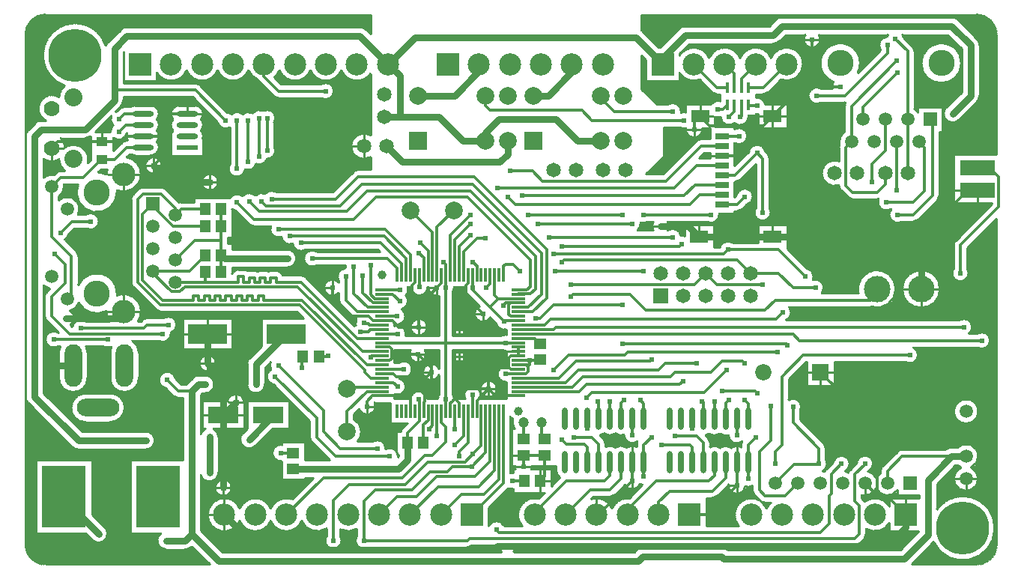
<source format=gtl>
%FSTAX24Y24*%
%MOIN*%
G70*
G01*
G75*
G04 Layer_Physical_Order=1*
G04 Layer_Color=255*
%ADD10C,0.0100*%
%ADD11O,0.0276X0.0984*%
%ADD12R,0.0787X0.0571*%
%ADD13R,0.0591X0.0315*%
%ADD14R,0.0551X0.0472*%
%ADD15R,0.0472X0.0551*%
%ADD16R,0.0118X0.0591*%
%ADD17R,0.0591X0.0118*%
%ADD18C,0.0394*%
%ADD19R,0.0472X0.0532*%
%ADD20R,0.0532X0.0472*%
%ADD21R,0.1969X0.2756*%
%ADD22R,0.1732X0.0866*%
%ADD23R,0.1378X0.0748*%
%ADD24R,0.0177X0.0453*%
%ADD25R,0.1575X0.0670*%
%ADD26R,0.0945X0.0236*%
%ADD27O,0.0945X0.0236*%
%ADD28R,0.0512X0.0394*%
%ADD29C,0.0300*%
%ADD30C,0.0120*%
%ADD31C,0.0472*%
%ADD32C,0.0984*%
%ADD33R,0.0984X0.0984*%
%ADD34C,0.0650*%
%ADD35C,0.1161*%
%ADD36C,0.0591*%
%ADD37R,0.0591X0.0591*%
%ADD38C,0.0591*%
%ADD39R,0.0591X0.0591*%
%ADD40C,0.1181*%
%ADD41C,0.0787*%
%ADD42R,0.0728X0.0728*%
%ADD43C,0.0728*%
%ADD44R,0.0650X0.0650*%
%ADD45R,0.0787X0.0787*%
%ADD46C,0.1043*%
%ADD47R,0.0591X0.0591*%
%ADD48O,0.1890X0.0787*%
%ADD49O,0.0787X0.1890*%
%ADD50C,0.0700*%
%ADD51C,0.0800*%
%ADD52C,0.2362*%
%ADD53C,0.0240*%
D10*
X0203Y015031D02*
G03*
X021181Y01415I000881J0D01*
G01*
X022367Y019367D02*
G03*
X02265Y01925I000283J000283D01*
G01*
X022367Y019367D02*
G03*
X02265Y01925I000283J000283D01*
G01*
X023267Y015217D02*
G03*
X02395Y0155I000283J000283D01*
G01*
D02*
G03*
X023833Y015783I-0004J0D01*
G01*
X026313Y015522D02*
G03*
X02655Y0148I000237J-000322D01*
G01*
X0274D02*
G03*
X027683Y014917I0J0004D01*
G01*
X0274Y0148D02*
G03*
X027683Y014917I0J0004D01*
G01*
X024074Y020467D02*
G03*
X024718Y02111I0J000644D01*
G01*
X02565Y01925D02*
G03*
X02605Y01965I0J0004D01*
G01*
D02*
G03*
X02565Y02005I-0004J0D01*
G01*
X0283Y020176D02*
G03*
X0281Y019942I000181J-000357D01*
G01*
X0203Y0216D02*
G03*
X020417Y021317I0004J0D01*
G01*
X0203Y0216D02*
G03*
X020417Y021317I0004J0D01*
G01*
X022972Y021754D02*
G03*
X022972Y020467I0J-000644D01*
G01*
X024718Y02111D02*
G03*
X024074Y021754I-000644J0D01*
G01*
X021777Y022449D02*
G03*
X023065Y022449I000644J0D01*
G01*
X024061D02*
G03*
X025348Y022449I000644J0D01*
G01*
X021846Y02384D02*
G03*
X021777Y023551I000575J-000289D01*
G01*
X021751Y024461D02*
G03*
X021752Y02384I-000201J-000311D01*
G01*
X02114Y0252D02*
G03*
X021231Y024981I00031J0D01*
G01*
X02114Y0252D02*
G03*
X021231Y024981I00031J0D01*
G01*
X023065Y023551D02*
G03*
X022996Y02384I-000644J0D01*
G01*
X023748D02*
G03*
X02412Y023821I000202J00031D01*
G01*
Y023821D02*
G03*
X024061Y023551I000584J-00027D01*
G01*
X0223Y024789D02*
G03*
X02247Y0251I-0002J000311D01*
G01*
X022952Y02496D02*
G03*
X022385Y02471I-000202J-00031D01*
G01*
X02247Y0251D02*
G03*
X022283Y025421I-00037J0D01*
G01*
X023898Y025408D02*
G03*
X024036Y02496I000772J-000008D01*
G01*
X026879Y021633D02*
G03*
X027098Y021542I000219J000219D01*
G01*
X026879Y021633D02*
G03*
X027098Y021542I000219J000219D01*
G01*
X026962Y022426D02*
G03*
X026524Y021988I-000362J-000076D01*
G01*
X0283Y02175D02*
G03*
X0287Y02215I0J0004D01*
G01*
X027998Y02255D02*
G03*
X027715Y022433I0J-0004D01*
G01*
X027998Y02255D02*
G03*
X027715Y022433I0J-0004D01*
G01*
X0287Y02215D02*
G03*
X0283Y02255I-0004J0D01*
G01*
X025348Y023551D02*
G03*
X025057Y02409I-000644J0D01*
G01*
X026198D02*
G03*
X02677Y0244I000202J00031D01*
G01*
D02*
G03*
X026767Y024449I-00037J0D01*
G01*
D02*
G03*
X02702Y0248I-000117J000351D01*
G01*
X025304Y02496D02*
G03*
X025442Y0254I-000634J00044D01*
G01*
X0257Y02511D02*
G03*
X025481Y025019I0J-00031D01*
G01*
X0257Y02511D02*
G03*
X025481Y025019I0J-00031D01*
G01*
X02702Y0248D02*
G03*
X026448Y02511I-00037J0D01*
G01*
X029833Y016625D02*
G03*
X029833Y016074I-000689J-000276D01*
G01*
X029833D02*
G03*
X031211Y016074I000689J000276D01*
G01*
Y016625D02*
G03*
X029833Y016625I-000689J-000276D01*
G01*
X032158Y017046D02*
G03*
X031211Y016625I-000258J-000696D01*
G01*
Y016074D02*
G03*
X032589Y016074I000689J000276D01*
G01*
X02947Y01755D02*
G03*
X02947Y01755I-00037J0D01*
G01*
X0281Y018097D02*
G03*
X028881Y018219I000381J000123D01*
G01*
Y019819D02*
G03*
X028662Y020176I-0004J0D01*
G01*
X029967Y019983D02*
G03*
X030533Y019417I000283J-000283D01*
G01*
X031684Y019468D02*
G03*
X031684Y018732I-000034J-000368D01*
G01*
X03369Y015402D02*
G03*
X03437Y0152I00031J-000202D01*
G01*
D02*
G03*
X03431Y015402I-00037J0D01*
G01*
X032589Y016074D02*
G03*
X03369Y015732I000689J000276D01*
G01*
X03431Y015693D02*
G03*
X03504Y015715I000346J000657D01*
G01*
Y015402D02*
G03*
X035552Y01489I00031J-000202D01*
G01*
X03294Y0198D02*
G03*
X033031Y019581I00031J0D01*
G01*
X03294Y0198D02*
G03*
X033031Y019581I00031J0D01*
G01*
X03508Y01961D02*
G03*
X035244Y020039I-00048J000429D01*
G01*
X03632Y0193D02*
G03*
X035748Y01961I-00037J0D01*
G01*
X03687Y01895D02*
G03*
X03686Y019034I-00037J0D01*
G01*
D02*
G03*
X036809Y019153I-00036J-000084D01*
G01*
D02*
G03*
X036319Y019273I-000309J-000203D01*
G01*
X037076Y020215D02*
G03*
X036994Y020066I000219J-000219D01*
G01*
X037077Y020215D02*
G03*
X036994Y020066I000219J-000219D01*
G01*
X03002Y021354D02*
G03*
X030013Y021424I-00037J0D01*
G01*
D02*
G03*
X029287Y021424I-000363J-00007D01*
G01*
X03015Y02215D02*
G03*
X03095Y02215I0004J0D01*
G01*
X02877Y023096D02*
G03*
X02877Y023096I-00037J0D01*
G01*
X030267Y023331D02*
G03*
X03015Y023048I000283J-000283D01*
G01*
X030267Y023331D02*
G03*
X03015Y023048I000283J-000283D01*
G01*
X031224Y022825D02*
G03*
X031324Y022138I000176J-000325D01*
G01*
X031207Y02314D02*
G03*
X031224Y022825I000343J-00014D01*
G01*
X035244Y020039D02*
G03*
X03491Y020604I-000644J0D01*
G01*
X035147Y021058D02*
G03*
X03587Y021168I000353J00011D01*
G01*
D02*
G03*
X035833Y021329I-00037J0D01*
G01*
X03817Y021514D02*
G03*
X03743Y021514I-00037J-000014D01*
G01*
X036714Y021706D02*
G03*
X03722Y02205I000136J000344D01*
G01*
D02*
G03*
X036926Y022412I-00037J0D01*
G01*
X036891Y022448D02*
G03*
X036804Y022509I-000219J-000219D01*
G01*
X036891Y022447D02*
G03*
X036804Y022509I-000219J-000219D01*
G01*
X036929D02*
G03*
X037501Y022819I000202J00031D01*
G01*
X034992Y024806D02*
G03*
X034933Y024756I000208J-000306D01*
G01*
X035019Y025066D02*
G03*
X034992Y024806I000331J-000166D01*
G01*
X03486Y025151D02*
G03*
X035019Y025066I000219J000219D01*
G01*
X034861Y025151D02*
G03*
X035019Y025066I000219J000219D01*
G01*
X037501Y022819D02*
G03*
X036929Y023129I-00037J0D01*
G01*
X037433Y02369D02*
G03*
X03812Y0235I000317J-00019D01*
G01*
X037209Y02431D02*
G03*
X03722Y0244I-000359J00009D01*
G01*
D02*
G03*
X036714Y024744I-00037J0D01*
G01*
Y02483D02*
G03*
X037201Y025181I000117J000351D01*
G01*
D02*
G03*
X037035Y02549I-00037J0D01*
G01*
X03817Y0247D02*
G03*
X03817Y0247I-00037J0D01*
G01*
X022283Y025421D02*
G03*
X02267Y025787I-000133J000529D01*
G01*
X021231Y026269D02*
G03*
X02114Y02605I000219J-000219D01*
G01*
X021231Y026269D02*
G03*
X02114Y02605I000219J-000219D01*
G01*
X0211Y026549D02*
G03*
X021375Y026413I00037J000401D01*
G01*
X02205Y028589D02*
G03*
X022212Y028824I-0002J000311D01*
G01*
X02265Y02786D02*
G03*
X022559Y028079I-00031J0D01*
G01*
X02265Y02786D02*
G03*
X022559Y028079I-00031J0D01*
G01*
X02267Y025787D02*
G03*
X023898Y025408I0008J000413D01*
G01*
X02437Y0262D02*
G03*
X02265Y026571I-0009J0D01*
G01*
X02357Y0294D02*
G03*
X022998Y02971I-00037J0D01*
G01*
Y02909D02*
G03*
X02357Y0294I000202J00031D01*
G01*
X021568Y031486D02*
G03*
X0211Y031351I-000098J-000536D01*
G01*
X02178Y030501D02*
G03*
X022015Y03095I-00031J000449D01*
G01*
X02187Y03166D02*
G03*
X021651Y031569I0J-00031D01*
G01*
X02187Y03166D02*
G03*
X021651Y031569I0J-00031D01*
G01*
X022015Y03095D02*
G03*
X022008Y03104I-000545J0D01*
G01*
X0211Y032185D02*
G03*
X02179Y032164I00036J00048D01*
G01*
Y032164D02*
G03*
X022037Y03166I00065J000006D01*
G01*
X02264Y02971D02*
G03*
X022695Y02995I-00049J00024D01*
G01*
D02*
G03*
X02178Y030351I-000545J0D01*
G01*
X02309Y03217D02*
G03*
X022059Y032697I-00065J0D01*
G01*
X022637Y03104D02*
G03*
X02437Y0307I000833J-00034D01*
G01*
X023069Y032008D02*
G03*
X02309Y03217I-000629J000162D01*
G01*
X024365Y026109D02*
G03*
X02437Y0262I-000895J000091D01*
G01*
X02499Y0267D02*
G03*
X025081Y026481I00031J0D01*
G01*
X02499Y0267D02*
G03*
X025081Y026481I00031J0D01*
G01*
X02437Y0307D02*
G03*
X024365Y030791I-0009J0D01*
G01*
X025081Y030619D02*
G03*
X02499Y0304I000219J-000219D01*
G01*
X025081Y030619D02*
G03*
X02499Y0304I000219J-000219D01*
G01*
X025442Y0254D02*
G03*
X024365Y026109I-000772J0D01*
G01*
X026081Y025481D02*
G03*
X0263Y02539I000219J000219D01*
G01*
X026081Y025481D02*
G03*
X0263Y02539I000219J000219D01*
G01*
X02722Y03026D02*
G03*
X027135Y030248I0J-00031D01*
G01*
X02722Y03026D02*
G03*
X027135Y030248I0J-00031D01*
G01*
X024365Y030791D02*
G03*
X025442Y0315I000305J000709D01*
G01*
X023898Y031492D02*
G03*
X023536Y031598I-000428J-000791D01*
G01*
X023927Y031709D02*
G03*
X023898Y031492I000743J-000209D01*
G01*
X025525Y030935D02*
G03*
X025306Y030844I0J-00031D01*
G01*
X025442Y0315D02*
G03*
X024799Y032261I-000772J0D01*
G01*
X024963Y03239D02*
G03*
X025161Y032332I000199J00031D01*
G01*
X0248Y03301D02*
G03*
X024581Y032919I0J-00031D01*
G01*
X0248Y03301D02*
G03*
X024581Y032919I0J-00031D01*
G01*
X025525Y030935D02*
G03*
X025306Y030844I0J-00031D01*
G01*
X026539Y030844D02*
G03*
X026319Y030935I-000219J-000219D01*
G01*
X026538Y030844D02*
G03*
X026319Y030935I-000219J-000219D01*
G01*
X026361Y031891D02*
G03*
X026361Y031891I-00037J0D01*
G01*
X02587Y032332D02*
G03*
X026238Y0327I0J000368D01*
G01*
D02*
G03*
X02614Y03295I-000368J0D01*
G01*
X020417Y033483D02*
G03*
X0203Y0332I000283J-000283D01*
G01*
X020417Y033483D02*
G03*
X0203Y0332I000283J-000283D01*
G01*
X022059Y032697D02*
G03*
X021873Y0331I-000599J-000032D01*
G01*
X021Y0339D02*
G03*
X020717Y033783I0J-0004D01*
G01*
X021Y0339D02*
G03*
X020717Y033783I0J-0004D01*
G01*
X02179Y034936D02*
G03*
X021188Y0339I-00033J-000501D01*
G01*
X022042Y035444D02*
G03*
X02179Y034936I000398J-000514D01*
G01*
X02295Y0331D02*
G03*
X023194Y033183I0J0004D01*
G01*
X02295Y0331D02*
G03*
X023194Y033183I0J0004D01*
G01*
X024206Y033122D02*
G03*
X024812Y033324I000244J000278D01*
G01*
X024202Y033675D02*
G03*
X02408Y033391I000248J-000275D01*
G01*
X024109Y034093D02*
G03*
X024202Y033675I000341J-000143D01*
G01*
X024374Y034312D02*
G03*
X024307Y034291I000076J-000362D01*
G01*
X0247Y03451D02*
G03*
X024481Y034419I0J-00031D01*
G01*
X0247Y03451D02*
G03*
X024481Y034419I0J-00031D01*
G01*
X021181Y0386D02*
G03*
X0203Y037719I0J-000881D01*
G01*
X023868Y037219D02*
G03*
X022042Y035444I-001368J-000419D01*
G01*
X023967Y037383D02*
G03*
X023868Y037219I000283J-000283D01*
G01*
X023967Y037383D02*
G03*
X023868Y037219I000283J-000283D01*
G01*
X024816Y033328D02*
G03*
X024846Y03301I000345J-000128D01*
G01*
X024533Y034517D02*
G03*
X02465Y0348I-000283J000283D01*
G01*
X024533Y034517D02*
G03*
X02465Y0348I-000283J000283D01*
G01*
X02614Y03295D02*
G03*
X026238Y0332I-00027J00025D01*
G01*
X02614Y03345D02*
G03*
X026238Y0337I-00027J00025D01*
G01*
Y0332D02*
G03*
X02614Y03345I-000368J0D01*
G01*
X025161Y034568D02*
G03*
X024963Y03451I0J-000368D01*
G01*
X026238Y0337D02*
G03*
X02614Y03395I-000368J0D01*
G01*
X026238Y0342D02*
G03*
X02587Y034568I-000368J0D01*
G01*
X02614Y03395D02*
G03*
X026238Y0342I-00027J00025D01*
G01*
X02686Y03345D02*
G03*
X026786Y033068I00027J-00025D01*
G01*
X02686Y03395D02*
G03*
X02686Y03345I00027J-00025D01*
G01*
X02713Y034568D02*
G03*
X02686Y03395I0J-000368D01*
G01*
X0248Y03805D02*
G03*
X024517Y037933I0J-0004D01*
G01*
X0248Y03805D02*
G03*
X024517Y037933I0J-0004D01*
G01*
X028069Y035469D02*
G03*
X02785Y03556I-000219J-000219D01*
G01*
X028069Y035469D02*
G03*
X02785Y03556I-000219J-000219D01*
G01*
X026142Y036017D02*
G03*
X027467Y036124I000636J000383D01*
G01*
X02977Y02726D02*
G03*
X029486Y027075I0J-00031D01*
G01*
X02977Y02726D02*
G03*
X029486Y027075I0J-00031D01*
G01*
X030188Y027204D02*
G03*
X03001Y02726I-000178J-000254D01*
G01*
X030188Y027204D02*
G03*
X03001Y02726I-000178J-000254D01*
G01*
X03025Y02721D02*
G03*
X030188Y027204I0J-00031D01*
G01*
X03025Y02721D02*
G03*
X030188Y027204I0J-00031D01*
G01*
X030231Y029281D02*
G03*
X03045Y02919I000219J000219D01*
G01*
X030231Y029281D02*
G03*
X03045Y02919I000219J000219D01*
G01*
X03061Y027186D02*
G03*
X03049Y02721I-00012J-000286D01*
G01*
X03061Y027186D02*
G03*
X03049Y02721I-00012J-000286D01*
G01*
X03073D02*
G03*
X03061Y027186I0J-00031D01*
G01*
X03073Y02721D02*
G03*
X03061Y027186I0J-00031D01*
G01*
X03109D02*
G03*
X03097Y02721I-00012J-000286D01*
G01*
X03109Y027186D02*
G03*
X03097Y02721I-00012J-000286D01*
G01*
X03121D02*
G03*
X03109Y027186I0J-00031D01*
G01*
X03121Y02721D02*
G03*
X03109Y027186I0J-00031D01*
G01*
X031208Y02919D02*
G03*
X031683Y028705I000342J-00014D01*
G01*
X029486Y029948D02*
G03*
X029624Y029888I000214J000302D01*
G01*
X02887Y03115D02*
G03*
X02887Y03115I-00037J0D01*
G01*
X029953Y03052D02*
G03*
X029399Y030466I-000253J-00027D01*
G01*
X030525Y030548D02*
G03*
X029953Y03052I-000275J-000248D01*
G01*
X030962Y030633D02*
G03*
X030525Y030548I-000162J-000333D01*
G01*
X031452Y03071D02*
G03*
X030962Y030633I-000202J-00031D01*
G01*
X02939Y031952D02*
G03*
X030067Y031705I00031J-000202D01*
G01*
Y031705D02*
G03*
X030558Y031958I000133J000345D01*
G01*
X030558Y031958D02*
G03*
X03105Y03218I000142J000342D01*
G01*
X032769Y026919D02*
G03*
X03255Y02701I-000219J-000219D01*
G01*
X032769Y026919D02*
G03*
X03255Y02701I-000219J-000219D01*
G01*
X03424Y0259D02*
G03*
X034331Y025681I00031J0D01*
G01*
X03424Y0259D02*
G03*
X034331Y025681I00031J0D01*
G01*
X037035Y02549D02*
G03*
X03732Y02585I-000085J00036D01*
G01*
X03424Y02668D02*
G03*
X03424Y02622I-00029J-00023D01*
G01*
X03732Y02585D02*
G03*
X037223Y0261I-00037J0D01*
G01*
D02*
G03*
X037332Y026362I-000261J000262D01*
G01*
X034539Y02732D02*
G03*
X03424Y026748I000011J-00037D01*
G01*
X037452Y026486D02*
G03*
X038192Y026472I00037J-000014D01*
G01*
X037332Y026362D02*
G03*
X037311Y026486I-00037J0D01*
G01*
X03174Y02701D02*
G03*
X03145Y02721I-00029J-00011D01*
G01*
X03174Y02701D02*
G03*
X03145Y02721I-00029J-00011D01*
G01*
X03195Y02735D02*
G03*
X03235Y02775I0J0004D01*
G01*
X033252Y02806D02*
G03*
X033252Y02744I-000202J-00031D01*
G01*
X03235Y02775D02*
G03*
X03195Y02815I-0004J0D01*
G01*
X032183Y028405D02*
G03*
X032752Y02814I000367J000045D01*
G01*
X031683Y028705D02*
G03*
X032183Y028405I000367J000045D01*
G01*
X034532Y02744D02*
G03*
X034539Y02732I000368J-00004D01*
G01*
X0351Y03171D02*
G03*
X034881Y031619I0J-00031D01*
G01*
X0351Y03171D02*
G03*
X034881Y031619I0J-00031D01*
G01*
X028182Y033068D02*
G03*
X028207Y0332I-000344J000132D01*
G01*
D02*
G03*
X028109Y03345I-000368J0D01*
G01*
D02*
G03*
X028207Y0337I-00027J00025D01*
G01*
D02*
G03*
X028109Y03395I-000368J0D01*
G01*
D02*
G03*
X028207Y0342I-00027J00025D01*
G01*
D02*
G03*
X027839Y034568I-000368J0D01*
G01*
X03105Y03218D02*
G03*
X03142Y03255I0J00037D01*
G01*
X028838Y033824D02*
G03*
X02939Y033583I000362J000076D01*
G01*
X03142Y03255D02*
G03*
X03136Y032752I-00037J0D01*
G01*
Y033798D02*
G03*
X03142Y034I-00031J000202D01*
G01*
X02945Y034173D02*
G03*
X029276Y034262I-00025J-000273D01*
G01*
X02995Y034173D02*
G03*
X02945Y034173I-00025J-000273D01*
G01*
X030397Y034213D02*
G03*
X02995Y034173I-000197J-000313D01*
G01*
X03142Y034D02*
G03*
X030875Y034326I-00037J0D01*
G01*
D02*
G03*
X030397Y034213I-000175J-000326D01*
G01*
X027467Y036124D02*
G03*
X028845Y036124I000689J000276D01*
G01*
D02*
G03*
X030223Y036124I000689J000276D01*
G01*
X031331Y034981D02*
G03*
X03155Y03489I000219J000219D01*
G01*
X031331Y034981D02*
G03*
X03155Y03489I000219J000219D01*
G01*
X030223Y036124D02*
G03*
X030628Y035714I000689J000276D01*
G01*
D02*
G03*
X030693Y035619I000284J000124D01*
G01*
X030628Y035714D02*
G03*
X030693Y035619I000284J000124D01*
G01*
X033448Y03489D02*
G03*
X03402Y0352I000202J00031D01*
G01*
D02*
G03*
X033448Y03551I-00037J0D01*
G01*
X03565Y03324D02*
G03*
X03565Y03226I-0003J-00049D01*
G01*
X031601Y036124D02*
G03*
X032979Y036124I000689J000276D01*
G01*
X031371Y035817D02*
G03*
X031601Y036124I-000459J000583D01*
G01*
X032979D02*
G03*
X034357Y036124I000689J000276D01*
G01*
D02*
G03*
X03565Y035969I000689J000276D01*
G01*
X035456Y037933D02*
G03*
X035174Y03805I-000283J-000283D01*
G01*
X035456Y037933D02*
G03*
X035174Y03805I-000283J-000283D01*
G01*
X03995Y01489D02*
G03*
X040169Y014981I0J00031D01*
G01*
X03995Y01489D02*
G03*
X040169Y014981I0J00031D01*
G01*
X041382Y01499D02*
G03*
X041477Y0147I000368J-00004D01*
G01*
X042023D02*
G03*
X04212Y01495I-000273J00025D01*
G01*
D02*
G03*
X042118Y01499I-00037J0D01*
G01*
X041584Y01586D02*
G03*
X04091Y015846I-000334J-00016D01*
G01*
X043131Y01707D02*
G03*
X042393Y01586I-000181J-00072D01*
G01*
X041779Y017522D02*
G03*
X042009Y017485I000171J000328D01*
G01*
Y018215D02*
G03*
X041872Y018212I-000059J-000365D01*
G01*
X04208Y018509D02*
G03*
X042102Y018376I00037J-000009D01*
G01*
X042798D02*
G03*
X04282Y0185I-000348J000124D01*
G01*
X043912Y018331D02*
G03*
X044076Y018014I000388J0D01*
G01*
X04775Y0149D02*
G03*
X047467Y014783I0J-0004D01*
G01*
X04775Y0149D02*
G03*
X047467Y014783I0J-0004D01*
G01*
X051515Y0148D02*
G03*
X05125Y0149I-000265J-0003D01*
G01*
X051515Y0148D02*
G03*
X05125Y0149I-000265J-0003D01*
G01*
X046395Y016626D02*
G03*
X04547Y017054I-000689J-000276D01*
G01*
X047151Y017089D02*
G03*
X046395Y016626I-000067J-000739D01*
G01*
X0463Y01714D02*
G03*
X046519Y017231I0J00031D01*
G01*
X0463Y01714D02*
G03*
X046519Y017231I0J00031D01*
G01*
X04697Y017682D02*
G03*
X047644Y017714I00033J000168D01*
G01*
X05085Y01709D02*
G03*
X051069Y017181I0J00031D01*
G01*
X05085Y01709D02*
G03*
X051069Y017181I0J00031D01*
G01*
X047644Y017714D02*
G03*
X047746Y017684I000156J000336D01*
G01*
X038693Y021699D02*
G03*
X038634Y021514I00031J-000202D01*
G01*
X039373D02*
G03*
X039313Y021699I-00037J-000017D01*
G01*
X038693Y022838D02*
G03*
X038693Y022562I-000343J-000138D01*
G01*
X040513Y021514D02*
G03*
X040554Y021684I-000328J00017D01*
G01*
D02*
G03*
X039856Y021514I-00037J0D01*
G01*
X04127Y02195D02*
G03*
X04127Y02195I-00037J0D01*
G01*
X03812Y0235D02*
G03*
X038067Y02369I-00037J0D01*
G01*
X040482Y02563D02*
G03*
X04098Y025132I000168J-00033D01*
G01*
X04655Y019336D02*
G03*
X04611Y019378I-00025J-000296D01*
G01*
X04705Y019336D02*
G03*
X04655Y019336I-00025J-000296D01*
G01*
X04611Y0195D02*
G03*
X046019Y019719I-00031J0D01*
G01*
X04611Y0195D02*
G03*
X046019Y019719I-00031J0D01*
G01*
X04749Y019378D02*
G03*
X04705Y019336I-00019J-000338D01*
G01*
X0512Y019328D02*
G03*
X05076Y019369I-00025J-000296D01*
G01*
X0517Y019328D02*
G03*
X0512Y019328I-00025J-000296D01*
G01*
X05214Y019369D02*
G03*
X0517Y019328I-00019J-000338D01*
G01*
X047539Y019618D02*
G03*
X04749Y01945I000261J-000168D01*
G01*
X047539Y019618D02*
G03*
X04749Y01945I000261J-000168D01*
G01*
X05076Y01955D02*
G03*
X050669Y019769I-00031J0D01*
G01*
X04693Y019895D02*
G03*
X047539Y019618I00037J000005D01*
G01*
X05076Y01955D02*
G03*
X050669Y019769I-00031J0D01*
G01*
X052189Y019609D02*
G03*
X05214Y019441I000261J-000168D01*
G01*
X05158Y019886D02*
G03*
X052189Y019609I00037J000005D01*
G01*
D02*
G03*
X05214Y019441I000261J-000168D01*
G01*
X041448Y02369D02*
G03*
X041686Y023632I000202J00031D01*
G01*
X041238Y024874D02*
G03*
X041686Y02459I000362J000076D01*
G01*
Y024368D02*
G03*
X041448Y02431I-000036J-000368D01*
G01*
X045861Y019877D02*
G03*
X04605Y019964I-000061J000383D01*
G01*
X0507Y019955D02*
G03*
X0512Y019955I00025J000296D01*
G01*
D02*
G03*
X05158Y019886I00025J000296D01*
G01*
X04605Y019964D02*
G03*
X04655Y019964I00025J000296D01*
G01*
D02*
G03*
X04693Y019895I00025J000296D01*
G01*
X050559Y019879D02*
G03*
X0507Y019955I-000109J000372D01*
G01*
X041686Y022992D02*
G03*
X041686Y022252I-000014J-00037D01*
G01*
X041872Y020703D02*
G03*
X041996Y020588I000359J000266D01*
G01*
Y020588D02*
G03*
X042051Y020191I000466J-000138D01*
G01*
X052984Y016978D02*
G03*
X052031Y01586I-000395J-000628D01*
G01*
X0572Y01499D02*
G03*
X057419Y015081I0J00031D01*
G01*
X0572Y01499D02*
G03*
X057419Y015081I0J00031D01*
G01*
X057619Y015281D02*
G03*
X05771Y0155I-000219J000219D01*
G01*
X057619Y015281D02*
G03*
X05771Y0155I-000219J000219D01*
G01*
Y015719D02*
G03*
X058736Y015967I00039J000631D01*
G01*
X05264Y01745D02*
G03*
X052731Y017231I00031J0D01*
G01*
X05264Y01745D02*
G03*
X052731Y017231I00031J0D01*
G01*
X053277Y016626D02*
G03*
X053058Y016924I-000689J-000276D01*
G01*
X053457Y01689D02*
G03*
X053277Y016626I000509J-00054D01*
G01*
X053058Y016924D02*
G03*
X0532Y01689I000142J000276D01*
G01*
X053058Y016924D02*
G03*
X0532Y01689I000142J000276D01*
G01*
X051583Y017694D02*
G03*
X052317Y017605I000367J-000044D01*
G01*
Y017605D02*
G03*
X05264Y017633I000133J000345D01*
G01*
X055855Y018255D02*
G03*
X055769Y018282I-000205J-000505D01*
G01*
X055931Y01838D02*
G03*
X055855Y018255I000219J-000219D01*
G01*
X055931Y01838D02*
G03*
X055855Y018255I000219J-000219D01*
G01*
X056902Y018234D02*
G03*
X056769Y018282I-000252J-000484D01*
G01*
X056981Y018369D02*
G03*
X056902Y018234I000219J-000219D01*
G01*
X056981Y018369D02*
G03*
X056902Y018234I000219J-000219D01*
G01*
X057647Y016938D02*
G03*
X057619Y016969I-000247J-000188D01*
G01*
X057647Y016938D02*
G03*
X057619Y016969I-000247J-000188D01*
G01*
X058736Y016733D02*
G03*
X057647Y016938I-000636J-000383D01*
G01*
X05751Y017223D02*
G03*
X05815Y017532I00014J000527D01*
G01*
Y017968D02*
G03*
X057794Y018276I-0005J-000218D01*
G01*
X05815Y017532D02*
G03*
X059105Y017449I0005J000218D01*
G01*
X05834Y018199D02*
G03*
X05815Y017968I00031J-000449D01*
G01*
X058431Y018519D02*
G03*
X05834Y0183I000219J-000219D01*
G01*
X058431Y018519D02*
G03*
X05834Y0183I000219J-000219D01*
G01*
X062619Y01415D02*
G03*
X0635Y015031I0J000881D01*
G01*
X060705Y01514D02*
G03*
X063431Y01575I001294J00061D01*
G01*
D02*
G03*
X06085Y016602I-001431J0D01*
G01*
X061932Y01845D02*
G03*
X062695Y01795I000218J-0005D01*
G01*
D02*
G03*
X062368Y01845I-000545J0D01*
G01*
X055769Y018282D02*
G03*
X05597Y018611I-000169J000329D01*
G01*
X05591Y0193D02*
G03*
X055819Y019519I-00031J0D01*
G01*
X05591Y0193D02*
G03*
X055819Y019519I-00031J0D01*
G01*
X05476Y020948D02*
G03*
X05482Y02115I-00031J000202D01*
G01*
D02*
G03*
X05426Y021467I-00037J0D01*
G01*
X056769Y018282D02*
G03*
X05697Y018611I-000169J000329D01*
G01*
X05597D02*
G03*
X05591Y018813I-00037J0D01*
G01*
X05697Y018611D02*
G03*
X056238Y018687I-00037J0D01*
G01*
X057794Y018276D02*
G03*
X05802Y018617I-000144J000341D01*
G01*
D02*
G03*
X057284Y018673I-00037J0D01*
G01*
X054146Y02501D02*
G03*
X05437Y02535I-000146J00034D01*
G01*
X0593Y01926D02*
G03*
X059081Y019169I0J-00031D01*
G01*
X0593Y01926D02*
G03*
X059081Y019169I0J-00031D01*
G01*
X0615Y01935D02*
G03*
X061247Y01926I0J-0004D01*
G01*
X0615Y01935D02*
G03*
X061247Y01926I0J-0004D01*
G01*
X061779Y01855D02*
G03*
X061932Y01845I000371J0004D01*
G01*
X062368D02*
G03*
X062695Y01895I-000218J0005D01*
G01*
D02*
G03*
X061779Y01935I-000545J0D01*
G01*
X062695Y02095D02*
G03*
X062695Y02095I-000545J0D01*
G01*
X059448Y02314D02*
G03*
X06002Y02345I000202J00031D01*
G01*
D02*
G03*
X059796Y02379I-00037J0D01*
G01*
X062648D02*
G03*
X06322Y0241I000202J00031D01*
G01*
X06228Y02441D02*
G03*
X06242Y0247I-00023J00029D01*
G01*
D02*
G03*
X061848Y02501I-00037J0D01*
G01*
X06322Y0241D02*
G03*
X062648Y02441I-00037J0D01*
G01*
X039912Y026218D02*
G03*
X039965Y026147I000273J000148D01*
G01*
X039912Y026218D02*
G03*
X039965Y026146I000273J000148D01*
G01*
X03931Y026248D02*
G03*
X03937Y02645I-00031J000202D01*
G01*
X038232Y026486D02*
G03*
X03869Y026091I000368J-000036D01*
G01*
X03937Y02645D02*
G03*
X039368Y026486I-00037J0D01*
G01*
X039832D02*
G03*
X039912Y026218I000368J-000036D01*
G01*
X04753Y02901D02*
G03*
X04767Y0293I-00023J00029D01*
G01*
D02*
G03*
X047666Y029355I-00037J0D01*
G01*
X049464Y028768D02*
G03*
X048898Y02901I-000364J-000068D01*
G01*
X048867D02*
G03*
X04892Y0292I-000317J00019D01*
G01*
X049633Y028745D02*
G03*
X049464Y028768I-000133J-000345D01*
G01*
X048233Y02939D02*
G03*
X048233Y02901I000317J-00019D01*
G01*
X04892Y0292D02*
G03*
X048867Y02939I-00037J0D01*
G01*
X047666Y029355D02*
G03*
X048002Y02939I000134J000345D01*
G01*
X049398Y03359D02*
G03*
X049681Y033539I000202J00031D01*
G01*
X050365Y033075D02*
G03*
X050146Y032984I0J-00031D01*
G01*
X050365Y033075D02*
G03*
X050146Y032985I0J-00031D01*
G01*
X050598Y02939D02*
G03*
X05117Y0297I000202J00031D01*
G01*
X049682Y033539D02*
G03*
X05042Y0335I000368J-000039D01*
G01*
D02*
G03*
X050418Y033539I-00037J0D01*
G01*
X05117Y0297D02*
G03*
X051165Y029759I-00037J0D01*
G01*
X051752Y02846D02*
G03*
X051197Y02826I-000202J-00031D01*
G01*
X051967Y029857D02*
G03*
X052186Y029948I0J00031D01*
G01*
X051967Y029857D02*
G03*
X052186Y029948I0J00031D01*
G01*
X05267Y0305D02*
G03*
X051938Y030576I-00037J0D01*
G01*
X052376Y030138D02*
G03*
X05267Y0305I-000076J000362D01*
G01*
X05437Y02535D02*
G03*
X054282Y02559I-00037J0D01*
G01*
X05279Y030002D02*
G03*
X05347Y0298I00031J-000202D01*
G01*
D02*
G03*
X05341Y030002I-00037J0D01*
G01*
X051866Y031156D02*
G03*
X052085Y031247I0J00031D01*
G01*
X051866Y031156D02*
G03*
X052086Y031247I0J00031D01*
G01*
X05341Y0322D02*
G03*
X053319Y032419I-00031J0D01*
G01*
X051846Y032888D02*
G03*
X052418Y033198I000202J00031D01*
G01*
D02*
G03*
X051846Y033508I-00037J0D01*
G01*
X05341Y0322D02*
G03*
X053319Y032419I-00031J0D01*
G01*
X053212Y032526D02*
G03*
X052488Y032526I-000362J-000076D01*
G01*
X049466Y034245D02*
G03*
X04947Y0343I-000366J000055D01*
G01*
D02*
G03*
X048898Y03461I-00037J0D01*
G01*
X049672Y034263D02*
G03*
X049466Y034245I-000072J-000363D01*
G01*
X050841Y035149D02*
G03*
X05106Y035058I000219J000219D01*
G01*
X050959Y034058D02*
G03*
X05123Y034054I000141J000342D01*
G01*
X051182Y034761D02*
G03*
X050795Y03461I-000082J-000361D01*
G01*
X050841Y035149D02*
G03*
X05106Y035058I000219J000219D01*
G01*
X049392Y036017D02*
G03*
X050286Y035704I000636J000383D01*
G01*
X050717Y036676D02*
G03*
X049392Y036783I-000689J-000276D01*
G01*
X052095Y036676D02*
G03*
X050717Y036676I-000689J-000276D01*
G01*
X047733Y037883D02*
G03*
X0477Y037912I-000283J-000283D01*
G01*
X047733Y037883D02*
G03*
X0477Y037912I-000283J-000283D01*
G01*
X04965Y0381D02*
G03*
X049367Y037983I0J-0004D01*
G01*
X04965Y0381D02*
G03*
X049367Y037983I0J-0004D01*
G01*
X05123Y034054D02*
G03*
X05185Y033777I00037J-000004D01*
G01*
D02*
G03*
X05247Y03405I00025J000273D01*
G01*
D02*
G03*
X052463Y034124I-00037J0D01*
G01*
X052804Y034183D02*
G03*
X0529Y034183I000046J000367D01*
G01*
X053215Y03461D02*
G03*
X052804Y034917I-000365J-00006D01*
G01*
X05313Y035058D02*
G03*
X053349Y035149I0J00031D01*
G01*
X05313Y035058D02*
G03*
X053349Y035149I0J00031D01*
G01*
X053904Y035704D02*
G03*
X054904Y0364I000258J000696D01*
G01*
X053473Y036676D02*
G03*
X052095Y036676I-000689J-000276D01*
G01*
X054904Y0364D02*
G03*
X053473Y036676I-000742J0D01*
G01*
X05355Y0373D02*
G03*
X053833Y037417I0J0004D01*
G01*
X05355Y0373D02*
G03*
X053833Y037417I0J0004D01*
G01*
X05395Y0385D02*
G03*
X053667Y038383I0J-0004D01*
G01*
X05395Y0385D02*
G03*
X053667Y038383I0J-0004D01*
G01*
X05582Y02645D02*
G03*
X05534Y026803I-00037J0D01*
G01*
D02*
G03*
X05537Y02695I-00034J000147D01*
G01*
D02*
G03*
X055076Y027312I-00037J0D01*
G01*
X055732Y02621D02*
G03*
X05582Y02645I-000282J00024D01*
G01*
X0579Y02559D02*
G03*
X057945Y025593I0J00031D01*
G01*
X0579Y02559D02*
G03*
X057945Y025593I0J00031D01*
G01*
D02*
G03*
X059022Y0264I000236J000807D01*
G01*
D02*
G03*
X057363Y02621I-000841J0D01*
G01*
X060991Y0264D02*
G03*
X060991Y0264I-000841J0D01*
G01*
X05649Y031D02*
G03*
X056581Y030781I00031J0D01*
G01*
X05649Y03209D02*
G03*
X05649Y031005I-00019J-000542D01*
G01*
Y031D02*
G03*
X056581Y030781I00031J0D01*
G01*
X056518Y032827D02*
G03*
X05649Y032698I000282J-000129D01*
G01*
X056518Y032827D02*
G03*
X05649Y032698I000282J-000129D01*
G01*
X05674Y033396D02*
G03*
X056518Y032827I00031J-000449D01*
G01*
X0598Y02939D02*
G03*
X060019Y029481I0J00031D01*
G01*
X056881Y030481D02*
G03*
X0571Y03039I000219J000219D01*
G01*
X056881Y030481D02*
G03*
X0571Y03039I000219J000219D01*
G01*
X05826Y030396D02*
G03*
X058802Y02994I00034J-000146D01*
G01*
X058818D02*
G03*
X059302Y02939I000282J-00024D01*
G01*
X0582Y03039D02*
G03*
X05826Y030396I0J00031D01*
G01*
X0582Y03039D02*
G03*
X05826Y030396I0J00031D01*
G01*
X0598Y02939D02*
G03*
X060019Y029481I0J00031D01*
G01*
X06159Y027302D02*
G03*
X06227Y0271I00031J-000202D01*
G01*
D02*
G03*
X06221Y027302I-00037J0D01*
G01*
X061681Y028569D02*
G03*
X06159Y02835I000219J-000219D01*
G01*
X061681Y028569D02*
G03*
X06159Y02835I000219J-000219D01*
G01*
X060869Y030331D02*
G03*
X06096Y03055I-000219J000219D01*
G01*
X060869Y030331D02*
G03*
X06096Y03055I-000219J000219D01*
G01*
X060005Y034249D02*
G03*
X05986Y034396I-000455J-000301D01*
G01*
X061267Y034483D02*
G03*
X061833Y033917I000283J-000283D01*
G01*
X055702Y03531D02*
G03*
X055702Y03469I-000202J-00031D01*
G01*
X054989Y0377D02*
G03*
X05567Y0375I000311J-0002D01*
G01*
X056246Y035611D02*
G03*
X056191Y03531I000304J-000211D01*
G01*
X056788Y034692D02*
G03*
X05674Y034526I000262J-000166D01*
G01*
X056788Y034692D02*
G03*
X05674Y034526I000262J-000166D01*
G01*
X05675Y03469D02*
G03*
X056788Y034692I0J00031D01*
G01*
X05675Y03469D02*
G03*
X056788Y034692I0J00031D01*
G01*
X057329Y036017D02*
G03*
X05744Y036448I-000779J000431D01*
G01*
D02*
G03*
X056246Y035611I-00089J0D01*
G01*
X058642Y03762D02*
G03*
X05834Y037048I000008J-00037D01*
G01*
X05567Y0375D02*
G03*
X055611Y0377I-00037J0D01*
G01*
X058673D02*
G03*
X058642Y03762I000326J-000175D01*
G01*
X059361Y037602D02*
G03*
X059325Y0377I-000362J-000076D01*
G01*
X06194Y036448D02*
G03*
X06194Y036448I-00089J0D01*
G01*
X062633Y034717D02*
G03*
X06275Y035I-000283J000283D01*
G01*
X062633Y034717D02*
G03*
X06275Y035I-000283J000283D01*
G01*
X05986Y036974D02*
G03*
X059769Y037194I-00031J0D01*
G01*
X05986Y036974D02*
G03*
X059769Y037194I-00031J0D01*
G01*
X06275Y03725D02*
G03*
X062633Y037533I-0004J0D01*
G01*
X06275Y03725D02*
G03*
X062633Y037533I-0004J0D01*
G01*
X061783Y038383D02*
G03*
X0615Y0385I-000283J-000283D01*
G01*
X061783Y038383D02*
G03*
X0615Y0385I-000283J-000283D01*
G01*
X0635Y037719D02*
G03*
X062619Y0386I-000881J0D01*
G01*
X0208Y014237D02*
Y015522D01*
X0203Y0156D02*
X020779D01*
X0209Y014196D02*
Y015522D01*
X021Y014169D02*
Y015522D01*
X0203Y016D02*
X020779D01*
X0203Y0161D02*
X020779D01*
X0203Y0157D02*
X020779D01*
X0203Y0159D02*
X020779D01*
X0203Y0158D02*
X020779D01*
X0218Y01415D02*
Y015522D01*
X0217Y01415D02*
Y015522D01*
X0221Y01415D02*
Y015522D01*
X0219Y01415D02*
Y015522D01*
X022Y01415D02*
Y015522D01*
X0213Y01415D02*
Y015522D01*
X0211Y014154D02*
Y015522D01*
X0212Y01415D02*
Y015522D01*
X0216Y01415D02*
Y015522D01*
X0214Y01415D02*
Y015522D01*
X0215Y01415D02*
Y015522D01*
X0203Y0165D02*
X020779D01*
X0203Y0166D02*
X020779D01*
X0203Y0162D02*
X020779D01*
X0203Y0164D02*
X020779D01*
X0203Y0163D02*
X020779D01*
X0203Y017D02*
X020779D01*
X0203Y0172D02*
X020779D01*
X0203Y0171D02*
X020779D01*
X0203Y0167D02*
X020779D01*
X0203Y0169D02*
X020779D01*
X0203Y0168D02*
X020779D01*
X0207Y014293D02*
Y021034D01*
X0206Y014369D02*
Y021134D01*
X0203Y0173D02*
X020779D01*
X0203Y0174D02*
X020779D01*
Y015522D02*
Y018778D01*
X0203Y0178D02*
X020779D01*
X0203Y018D02*
X020779D01*
X0203Y0179D02*
X020779D01*
X0203Y0175D02*
X020779D01*
X0203Y0177D02*
X020779D01*
X0203Y0176D02*
X020779D01*
X020331Y0148D02*
X02655D01*
X02031Y0149D02*
X026285D01*
X020478Y0145D02*
X028134D01*
X020365Y0147D02*
X027934D01*
X020413Y0146D02*
X028034D01*
X0203Y0153D02*
X023184D01*
X0203Y0155D02*
X022984D01*
X0203Y0154D02*
X023084D01*
X020301Y015D02*
X026204D01*
X0203Y0152D02*
X023285D01*
X0203Y0151D02*
X02355D01*
X0229Y01415D02*
Y015522D01*
X0224Y01415D02*
Y015522D01*
X021181Y01415D02*
X028484D01*
X0231D02*
Y015384D01*
X0232Y01415D02*
Y015284D01*
X023Y01415D02*
Y015484D01*
X020779Y015522D02*
X022962D01*
X023267Y015217D01*
X020889Y0142D02*
X028434D01*
X020566Y0144D02*
X028234D01*
X020689Y0143D02*
X028334D01*
X0223Y01415D02*
Y015522D01*
X0222Y01415D02*
Y015522D01*
X0227Y01415D02*
Y015522D01*
X0225Y01415D02*
Y015522D01*
X0226Y01415D02*
Y015522D01*
X0228Y01415D02*
Y015522D01*
X023248Y0166D02*
X024952D01*
X023248Y016368D02*
X023833Y015783D01*
X023248Y0167D02*
X024952D01*
X023248Y0169D02*
X024952D01*
X023248Y0168D02*
X024952D01*
X023248Y017D02*
X024952D01*
X023248Y016368D02*
Y018778D01*
Y0171D02*
X024952D01*
X023248Y0173D02*
X024952D01*
X023248Y0172D02*
X024952D01*
X023248Y0177D02*
X024952D01*
X023248Y0179D02*
X024952D01*
X023248Y0178D02*
X024952D01*
X023248Y0174D02*
X024952D01*
X023248Y0176D02*
X024952D01*
X023248Y0175D02*
X024952D01*
X0203Y0184D02*
X020779D01*
X0203Y0185D02*
X020779D01*
X0203Y0181D02*
X020779D01*
X0203Y0183D02*
X020779D01*
X0203Y0182D02*
X020779D01*
X0203Y0186D02*
X020779D01*
X0203Y0199D02*
X021834D01*
X0203Y0187D02*
X020779D01*
X0203Y0194D02*
X022334D01*
X0203Y0196D02*
X022134D01*
X0203Y0195D02*
X022234D01*
X0218Y018778D02*
Y019934D01*
X0217Y018778D02*
Y020034D01*
X0223Y018778D02*
Y019434D01*
X0219Y018778D02*
Y019834D01*
X022Y018778D02*
Y019734D01*
X0203Y0198D02*
X021934D01*
X0203Y0201D02*
X021634D01*
X0203Y02D02*
X021734D01*
X0222Y018778D02*
Y019534D01*
X0203Y0197D02*
X022034D01*
X0221Y018778D02*
Y019634D01*
X0203Y0205D02*
X021234D01*
X0208Y018778D02*
Y020934D01*
X0203Y0202D02*
X021534D01*
X0203Y0204D02*
X021334D01*
X0203Y0203D02*
X021434D01*
X0203Y0209D02*
X020834D01*
X0203Y0211D02*
X020634D01*
X0203Y021D02*
X020734D01*
X0203Y0206D02*
X021134D01*
X0203Y0208D02*
X020934D01*
X0203Y0207D02*
X021034D01*
X021Y018778D02*
Y020734D01*
X0209Y018778D02*
Y020834D01*
X0213Y018778D02*
Y020434D01*
X0211Y018778D02*
Y020634D01*
X0212Y018778D02*
Y020534D01*
X0216Y018778D02*
Y020134D01*
X0214Y018778D02*
Y020334D01*
X0215Y018778D02*
Y020234D01*
X021966Y0209D02*
X022364D01*
X021766Y0211D02*
X022328D01*
X021866Y021D02*
X022338D01*
X0226Y018778D02*
Y019253D01*
X0225Y018778D02*
Y019279D01*
X020779Y018778D02*
X023248D01*
X0203Y0188D02*
X0273D01*
X0227Y018778D02*
Y01925D01*
X0203Y0192D02*
X0273D01*
X0203Y0193D02*
X022456D01*
X02265Y01925D02*
X02565D01*
X0203Y0189D02*
X0273D01*
X0203Y0191D02*
X0273D01*
X0203Y019D02*
X0273D01*
X023248Y0185D02*
X024952D01*
X023248Y0186D02*
X024952D01*
X023248Y018D02*
X024952D01*
X023248Y0183D02*
X024952D01*
X023248Y0181D02*
X024952D01*
X023Y018778D02*
Y01925D01*
X0228Y018778D02*
Y01925D01*
X0229Y018778D02*
Y01925D01*
X023248Y0187D02*
X024952D01*
X0231Y018778D02*
Y01925D01*
X0232Y018778D02*
Y01925D01*
X0224Y018778D02*
Y019338D01*
X0225Y020366D02*
Y020673D01*
X022566Y0203D02*
X0273D01*
X022166Y0207D02*
X022476D01*
X022066Y0208D02*
X022408D01*
X0224Y020466D02*
Y020815D01*
X022466Y0204D02*
X0273D01*
X022266Y0206D02*
X02258D01*
X022366Y0205D02*
X022767D01*
X023Y02005D02*
Y020467D01*
X0229Y02005D02*
Y020471D01*
X022816Y02005D02*
X02565D01*
X0231D02*
Y020467D01*
X0232Y02005D02*
Y020467D01*
X0228Y020066D02*
Y02049D01*
X0226Y020266D02*
Y020585D01*
X0227Y020166D02*
Y020527D01*
X022766Y0201D02*
X0273D01*
X022666Y0202D02*
X0273D01*
X022972Y020467D02*
X024074D01*
X0234Y01415D02*
Y015129D01*
X0233Y01415D02*
Y015188D01*
X0235Y01415D02*
Y015103D01*
X0236Y01415D02*
Y015103D01*
X0237Y01415D02*
Y015129D01*
X0238Y01415D02*
Y015188D01*
X0239Y01415D02*
Y015306D01*
X02355Y0151D02*
X026163D01*
X023815Y0152D02*
X02615D01*
X023896Y0153D02*
X026163D01*
X0259Y01415D02*
Y015522D01*
X0258Y01415D02*
Y015522D01*
X0262Y01415D02*
Y015006D01*
X026Y01415D02*
Y015522D01*
X0261Y01415D02*
Y015522D01*
X0252Y01415D02*
Y015522D01*
X025Y01415D02*
Y015522D01*
X0251Y01415D02*
Y015522D01*
X0257Y01415D02*
Y015522D01*
X0253Y01415D02*
Y015522D01*
X0256Y01415D02*
Y015522D01*
X0239Y015694D02*
Y01925D01*
X023937Y0156D02*
X024952D01*
X024Y01415D02*
Y01925D01*
X0241Y01415D02*
Y01925D01*
X023816Y0158D02*
X024952D01*
X0237Y015916D02*
Y01925D01*
X0238Y015816D02*
Y01925D01*
X023896Y0157D02*
X024952D01*
X023616Y016D02*
X024952D01*
X023716Y0159D02*
X024952D01*
X0243Y01415D02*
Y01925D01*
X0242Y01415D02*
Y01925D01*
X0246Y01415D02*
Y01925D01*
X0244Y01415D02*
Y01925D01*
X0245Y01415D02*
Y01925D01*
X0249Y01415D02*
Y01925D01*
X0247Y01415D02*
Y01925D01*
X0248Y01415D02*
Y01925D01*
X0255Y01415D02*
Y015522D01*
X024952D02*
Y018778D01*
X0254Y01415D02*
Y015522D01*
X0265Y01415D02*
Y014803D01*
X0264Y01415D02*
Y014829D01*
X0268Y01415D02*
Y0148D01*
X0266Y01415D02*
Y0148D01*
X0267Y01415D02*
Y0148D01*
X0271Y01415D02*
Y0148D01*
X0269Y01415D02*
Y0148D01*
X027Y01415D02*
Y0148D01*
X02655D02*
X0274D01*
X02655D02*
X0274D01*
X0272Y01415D02*
Y0148D01*
X0274Y01415D02*
Y0148D01*
X0273Y01415D02*
Y0148D01*
X0279Y01415D02*
Y014734D01*
X0275Y01415D02*
Y014813D01*
X0278Y01415D02*
Y014834D01*
X0281Y01415D02*
Y014534D01*
X0274Y0148D02*
X027834D01*
X028Y01415D02*
Y014634D01*
X0284Y01415D02*
Y014234D01*
X0282Y01415D02*
Y014434D01*
X0283Y01415D02*
Y014334D01*
X0263Y01415D02*
Y014888D01*
X0276Y01415D02*
Y014854D01*
X0277Y01415D02*
Y014934D01*
X023937Y0154D02*
X026204D01*
X02395Y0155D02*
X026285D01*
X0262Y015394D02*
Y015522D01*
X027665Y0149D02*
X027734D01*
X024952Y015522D02*
X026313D01*
X0277Y014934D02*
X028484Y01415D01*
X0284Y015366D02*
Y017828D01*
X0287Y015066D02*
Y015755D01*
X0285Y015266D02*
Y015981D01*
X0286Y015166D02*
Y015845D01*
X0282Y015566D02*
Y017934D01*
X0281Y015666D02*
Y018097D01*
Y015666D02*
Y018097D01*
Y0158D02*
X028645D01*
X0281Y0159D02*
X028554D01*
X0283Y015466D02*
Y017862D01*
X0235Y016116D02*
Y01925D01*
X0234Y016216D02*
Y01925D01*
X023516Y0161D02*
X024952D01*
X023416Y0162D02*
X024952D01*
X0236Y016016D02*
Y01925D01*
X023316Y0163D02*
X024952D01*
X023248Y0164D02*
X024952D01*
X0233Y016316D02*
Y01925D01*
X023248Y0165D02*
X024952D01*
X023248Y0184D02*
X024952D01*
X023248Y0182D02*
X024952D01*
X0251Y018778D02*
Y01925D01*
X025Y018778D02*
Y01925D01*
X024952Y018778D02*
X0273D01*
X0252D02*
Y01925D01*
X0253Y018778D02*
Y01925D01*
X0256Y018778D02*
Y01925D01*
X0254Y018778D02*
Y01925D01*
X0255Y018778D02*
Y01925D01*
X0257Y018778D02*
Y019253D01*
X0258Y018778D02*
Y019279D01*
X025844Y0193D02*
X0273D01*
X0234Y02005D02*
Y020467D01*
X0233Y02005D02*
Y020467D01*
X0237Y02005D02*
Y020467D01*
X0235Y02005D02*
Y020467D01*
X0236Y02005D02*
Y020467D01*
X024Y02005D02*
Y020467D01*
X0238Y02005D02*
Y020467D01*
X0239Y02005D02*
Y020467D01*
X0241Y02005D02*
Y020467D01*
X0242Y02005D02*
Y020479D01*
X0259Y018778D02*
Y019338D01*
X026Y018778D02*
Y019456D01*
X025962Y0194D02*
X0273D01*
X026021Y0195D02*
X0273D01*
X0243Y02005D02*
Y020507D01*
X0244Y02005D02*
Y020555D01*
X0245Y02005D02*
Y020627D01*
X0246Y02005D02*
Y020739D01*
X0247Y02005D02*
Y020959D01*
X0281Y0164D02*
X028404D01*
X0281Y0165D02*
X028417D01*
X0281Y016D02*
X028489D01*
X0281Y0166D02*
X028445D01*
X0281Y0161D02*
X028445D01*
X026047Y0196D02*
X0273D01*
X025962Y0199D02*
X0273D01*
X026047Y0197D02*
X0273D01*
X0281Y0167D02*
X02849D01*
X026021Y0198D02*
X0273D01*
X0281Y0168D02*
X028554D01*
X0281Y0162D02*
X028417D01*
X0281Y0163D02*
X028404D01*
X0281Y0169D02*
X028646D01*
X0285Y016718D02*
Y01782D01*
X0286Y016854D02*
Y017837D01*
X0287Y016944D02*
Y017885D01*
X0281Y018D02*
X028146D01*
X0281Y0179D02*
X02824D01*
X0281Y0174D02*
X028762D01*
X0281Y0176D02*
X028733D01*
X0281Y0175D02*
X028733D01*
X025844Y02D02*
X0273D01*
X024279Y0205D02*
X0273D01*
X0281Y0201D02*
X028196D01*
X0281Y0204D02*
X028157D01*
X0281Y0203D02*
X028157D01*
X024683Y0209D02*
X0273D01*
X024709Y021D02*
X0273D01*
X024718Y0211D02*
X0273D01*
X024467Y0206D02*
X0273D01*
X02457Y0207D02*
X0273D01*
X024638Y0208D02*
X0273D01*
X0281Y0202D02*
X028157D01*
X0281Y0205D02*
X028157D01*
Y020176D02*
X0283D01*
X0282Y020104D02*
Y020176D01*
X0281Y0209D02*
X028157D01*
X0281Y0211D02*
X028157D01*
X0281Y021D02*
X028157D01*
X0281Y0206D02*
X028157D01*
X0281Y0208D02*
X028157D01*
X0281Y0207D02*
X028157D01*
X0203Y015031D02*
Y0216D01*
Y015031D02*
Y0216D01*
X0205Y014472D02*
Y021234D01*
X0204Y014623D02*
Y021335D01*
X020417Y021317D02*
X022367Y019367D01*
X0203Y0214D02*
X020354D01*
X0203Y0212D02*
X020534D01*
X0203Y0213D02*
X020434D01*
X021266Y0216D02*
X022554D01*
X0222Y020666D02*
Y021844D01*
X0221Y020766D02*
Y021891D01*
X021666Y0212D02*
X022335D01*
X021566Y0213D02*
X022357D01*
X0223Y020566D02*
Y021817D01*
X021466Y0214D02*
X022397D01*
X021366Y0215D02*
X02246D01*
X0224Y021405D02*
Y021805D01*
X0225Y021548D02*
Y02181D01*
X0226Y021636D02*
Y021831D01*
X0227Y021694D02*
Y021869D01*
X0203Y0216D02*
Y0332D01*
Y0216D02*
Y0332D01*
X0211Y021766D02*
Y026549D01*
X0203Y0216D02*
Y0332D01*
X0211Y021766D02*
Y026549D01*
Y0222D02*
X021827D01*
X0211Y0225D02*
X021777D01*
X0211Y0223D02*
X021795D01*
X0211Y0219D02*
X022084D01*
X0211Y0221D02*
X02188D01*
X0211Y022D02*
X021959D01*
X0216Y021266D02*
Y023783D01*
X0217Y021166D02*
Y023812D01*
X022Y020866D02*
Y021962D01*
X0218Y021066D02*
Y022279D01*
X0219Y020966D02*
Y022071D01*
X0214Y021466D02*
Y023812D01*
X0212Y021666D02*
Y02403D01*
X0213Y021566D02*
Y023877D01*
X0211Y0224D02*
X021779D01*
X0215Y021366D02*
Y023783D01*
X021777Y022449D02*
Y023551D01*
X021166Y0217D02*
X022714D01*
X0211Y021766D02*
X022816Y02005D01*
X0243Y021713D02*
Y021948D01*
X022972Y021754D02*
X024074D01*
X0228Y021731D02*
Y021929D01*
X0229Y02175D02*
Y022019D01*
X0211Y0218D02*
X026712D01*
X022757Y0219D02*
X024368D01*
X022882Y022D02*
X024243D01*
X0247Y021262D02*
Y021805D01*
X0248Y02005D02*
Y021812D01*
X024712Y0212D02*
X0273D01*
X024649Y0214D02*
X0273D01*
X02469Y0213D02*
X0273D01*
X0246Y021482D02*
Y021814D01*
X0244Y021666D02*
Y021882D01*
X0245Y021593D02*
Y021838D01*
X024587Y0215D02*
X0273D01*
X024332Y0217D02*
X026812D01*
X024492Y0216D02*
X026917D01*
X023Y021754D02*
Y022168D01*
X0233Y021754D02*
Y02384D01*
X0231Y021754D02*
Y02384D01*
X0232Y021754D02*
Y02384D01*
X023063Y0224D02*
X024062D01*
X023065Y022449D02*
Y023551D01*
Y0225D02*
X024061D01*
X022962Y0221D02*
X024163D01*
X023015Y0222D02*
X024111D01*
X023047Y0223D02*
X024078D01*
X0236Y021754D02*
Y02384D01*
X0234Y021754D02*
Y02384D01*
X0242Y021742D02*
Y022049D01*
X0237Y021754D02*
Y02384D01*
X0241Y021753D02*
Y022227D01*
X0239Y021754D02*
Y023783D01*
X0235Y021754D02*
Y02384D01*
X0238Y021754D02*
Y023812D01*
X024Y021754D02*
Y023783D01*
X024061Y022449D02*
Y023551D01*
X0211Y0229D02*
X021777D01*
X0211Y023D02*
X021777D01*
X0211Y0226D02*
X021777D01*
X0211Y0228D02*
X021777D01*
X0211Y0227D02*
X021777D01*
X0211Y0231D02*
X021777D01*
X0211Y0233D02*
X021777D01*
X0211Y0232D02*
X021777D01*
X0211Y0234D02*
X021777D01*
X0211Y0236D02*
X021779D01*
X0211Y0235D02*
X021777D01*
X0211Y0237D02*
X021795D01*
X0211Y0238D02*
X02143D01*
X02167D02*
X021827D01*
X0218Y023721D02*
Y02384D01*
X0211Y024D02*
X021212D01*
X0211Y0242D02*
X021183D01*
X0211Y0241D02*
X021183D01*
X021752Y02384D02*
X021846D01*
X0211Y0243D02*
X021212D01*
X0211Y0239D02*
X021277D01*
X0211Y0244D02*
X021277D01*
X0211Y0245D02*
X02143D01*
X0211Y0247D02*
X021512D01*
X0211Y0246D02*
X021612D01*
X0211Y025D02*
X021213D01*
X0211Y0251D02*
X021157D01*
X0211Y0248D02*
X021412D01*
X0211Y0249D02*
X021312D01*
X0213Y024423D02*
Y024912D01*
X0212Y02427D02*
Y025017D01*
X02167Y0245D02*
X021712D01*
X021231Y024981D02*
X021751Y024461D01*
X0214Y024488D02*
Y024812D01*
X0216Y024517D02*
Y024612D01*
X0215Y024517D02*
Y024712D01*
X0223Y024789D02*
X022378Y02471D01*
X022317Y0248D02*
X022412D01*
X0221Y0251D02*
X02242D01*
X0224Y02477D02*
Y024883D01*
X023065Y0231D02*
X024061D01*
X023065Y023D02*
X024061D01*
X023063Y0236D02*
X024062D01*
X023065Y0232D02*
X024061D01*
X022996Y02384D02*
X023748D01*
X022411Y0249D02*
X022477D01*
X022456Y025D02*
X02263D01*
X023047Y0237D02*
X024078D01*
X022952Y02496D02*
X024036D01*
X023015Y0238D02*
X02383D01*
X023065Y0229D02*
X024061D01*
X023065Y0233D02*
X024061D01*
X023065Y0226D02*
X024061D01*
X023065Y0228D02*
X024061D01*
X023065Y0227D02*
X024061D01*
X023065Y0234D02*
X024061D01*
X023065Y0235D02*
X024061D01*
X0241Y023773D02*
Y023812D01*
X02407Y0238D02*
X024111D01*
X0225Y024923D02*
Y025532D01*
X0226Y024988D02*
Y025642D01*
X023Y02496D02*
Y025432D01*
X0227Y025017D02*
Y025734D01*
X0228Y025017D02*
Y025599D01*
X02287Y025D02*
X02401D01*
X02247Y0251D02*
X023959D01*
X0229Y024988D02*
Y025504D01*
X0237Y02496D02*
Y02533D01*
X0238Y02496D02*
Y025363D01*
X024Y02496D02*
Y025017D01*
X0239Y02496D02*
Y025349D01*
X0233Y02496D02*
Y025316D01*
X0231Y02496D02*
Y02538D01*
X0232Y02496D02*
Y025341D01*
X0235Y02496D02*
Y025301D01*
X0234Y02496D02*
Y025303D01*
X0236Y02496D02*
Y025309D01*
X0249Y02005D02*
Y021836D01*
X025Y02005D02*
Y021877D01*
X0251Y02005D02*
Y021941D01*
X0263Y018778D02*
Y022133D01*
X0264Y018778D02*
Y022039D01*
X0252Y02005D02*
Y022038D01*
X025298Y0222D02*
X026262D01*
X0253Y02005D02*
Y022205D01*
X025041Y0219D02*
X026612D01*
X025166Y022D02*
X02648D01*
X025245Y0221D02*
X026327D01*
X0266Y018778D02*
Y021912D01*
X0265Y018778D02*
Y021994D01*
X0271Y018778D02*
Y021542D01*
X0267Y018778D02*
Y021812D01*
X0268Y018778D02*
Y021712D01*
X027Y018778D02*
Y021558D01*
X026524Y021988D02*
X026879Y021633D01*
X0269Y018778D02*
Y021613D01*
X0272Y018778D02*
Y021542D01*
X0255Y02005D02*
Y02409D01*
X0254Y02005D02*
Y02409D01*
X0259Y019962D02*
Y02409D01*
X0257Y020047D02*
Y02409D01*
X0258Y020021D02*
Y02409D01*
X025331Y0223D02*
X026233D01*
X025348Y022449D02*
Y023551D01*
X0256Y02005D02*
Y02409D01*
X025346Y0224D02*
X026233D01*
X025348Y0226D02*
X026327D01*
X025348Y0225D02*
X026262D01*
X0261Y018778D02*
Y02409D01*
X026Y019844D02*
Y02409D01*
X0262Y018778D02*
Y024089D01*
X0272Y022188D02*
Y02539D01*
X0264Y022661D02*
Y02403D01*
X0263Y022567D02*
Y024044D01*
X0268Y022661D02*
Y024462D01*
X0269Y022567D02*
Y024527D01*
X027Y022388D02*
Y02468D01*
X0271Y022288D02*
Y02539D01*
X0273Y018778D02*
Y021542D01*
Y018778D02*
Y021542D01*
X0281Y0212D02*
X028157D01*
X0281Y019942D02*
Y021686D01*
Y019942D02*
Y021686D01*
X027098Y021542D02*
X0273D01*
X027188Y0222D02*
X027482D01*
X027226Y022162D02*
X027444D01*
X0281Y0213D02*
X028157D01*
X026988Y0224D02*
X027682D01*
X027088Y0223D02*
X027582D01*
X0281Y0214D02*
X028157D01*
Y020176D02*
Y021424D01*
X0282D02*
Y02175D01*
X0283Y021424D02*
Y02175D01*
X0286Y021424D02*
Y021885D01*
X0281Y021686D02*
X028164Y02175D01*
X0283D01*
X0284Y021424D02*
Y021763D01*
X0285Y021424D02*
Y021804D01*
X0287Y021424D02*
Y02215D01*
X026962Y022426D02*
X027226Y022162D01*
X0273D02*
Y023717D01*
X027444Y022162D02*
X027715Y022433D01*
X0274Y022162D02*
Y023717D01*
X0275Y022218D02*
Y023717D01*
X0278Y022498D02*
Y023717D01*
X0276Y022318D02*
Y023717D01*
X0277Y022418D02*
Y023717D01*
X026938Y0225D02*
X027804D01*
X0284Y022537D02*
Y022726D01*
X0285Y022496D02*
Y02274D01*
X0286Y022415D02*
Y022785D01*
X0287Y02215D02*
Y02288D01*
X0281Y02255D02*
Y02288D01*
X0279Y022538D02*
Y023717D01*
X028Y02255D02*
Y023717D01*
X027998Y02255D02*
X0283D01*
X0282D02*
Y022785D01*
X0283Y02255D02*
Y02274D01*
X0253Y023795D02*
Y02409D01*
X025348Y0227D02*
X02648D01*
X025245Y0239D02*
X027282D01*
X025298Y0238D02*
X027282D01*
X0251Y024059D02*
Y02409D01*
X0252Y023962D02*
Y02409D01*
X025304Y02496D02*
X025422D01*
X025057Y02409D02*
X026198D01*
X02533Y025D02*
X025462D01*
X025381Y0251D02*
X025622D01*
X0265Y022706D02*
Y024044D01*
X0266Y02272D02*
Y024089D01*
X0267Y022706D02*
Y024183D01*
X027282Y023717D02*
Y025083D01*
X025422Y02496D02*
X025481Y025019D01*
X026711Y0242D02*
X027282D01*
X026756Y0243D02*
X027282D01*
X02677Y0244D02*
X027282D01*
X0254Y02496D02*
Y02515D01*
X0255Y025037D02*
Y026062D01*
X0258Y02511D02*
Y025762D01*
X0256Y025093D02*
Y025962D01*
X0257Y02511D02*
Y025862D01*
Y02511D02*
X026448D01*
X0259D02*
Y025662D01*
X026Y02511D02*
Y025562D01*
X0264Y02511D02*
Y02539D01*
X0263Y02511D02*
Y02539D01*
X0269Y025073D02*
Y02539D01*
X027Y02492D02*
Y02539D01*
X0265Y025138D02*
Y02539D01*
X0261Y02511D02*
Y025463D01*
X0262Y02511D02*
Y025407D01*
X0268Y025138D02*
Y02539D01*
X0266Y025167D02*
Y02539D01*
X0267Y025167D02*
Y02539D01*
X025348Y023D02*
X028043D01*
X025348Y0231D02*
X02803D01*
X025348Y0228D02*
X028178D01*
X025348Y0229D02*
X028086D01*
X02808Y023096D02*
X0284D01*
X025348Y0232D02*
X028045D01*
X025166Y024D02*
X027282D01*
X026617Y0241D02*
X027282D01*
X025348Y0233D02*
X028091D01*
X025348Y0234D02*
X028189D01*
X027332Y0244D02*
X028398D01*
X0284Y023096D02*
Y023416D01*
X0281Y023313D02*
Y023717D01*
X0284Y022776D02*
Y023096D01*
X02872D01*
X0287Y023313D02*
Y023717D01*
X0282Y023407D02*
Y023717D01*
X0283Y023452D02*
Y023717D01*
X028398Y023767D02*
Y0244D01*
X0286Y023407D02*
Y023717D01*
X0284Y023466D02*
Y023717D01*
X0285Y023452D02*
Y023717D01*
X02702Y0248D02*
X027282D01*
X027006Y0249D02*
X027282D01*
X026867Y0245D02*
X027282D01*
X026961Y0246D02*
X027282D01*
X027006Y0247D02*
X027282D01*
X026961Y025D02*
X027282D01*
X0273Y025083D02*
Y02539D01*
X0274Y025083D02*
Y02539D01*
X0277Y025083D02*
Y02539D01*
X0275Y025083D02*
Y02539D01*
X0276Y025083D02*
Y02539D01*
X0279Y025083D02*
Y02539D01*
X0278Y025083D02*
Y02539D01*
X028398Y0244D02*
Y025033D01*
X0281Y025083D02*
Y02539D01*
X0282Y025083D02*
Y02539D01*
X0284Y025083D02*
Y02539D01*
X028Y025083D02*
Y02539D01*
X0283Y025083D02*
Y02539D01*
X0287Y025083D02*
Y02539D01*
X0285Y025083D02*
Y02539D01*
X0286Y025083D02*
Y02539D01*
X0291Y0147D02*
Y015609D01*
X0281Y015666D02*
X029066Y0147D01*
X0292D02*
Y01561D01*
X0294Y0147D02*
Y015653D01*
X0295Y0147D02*
Y015698D01*
X0288Y014966D02*
Y015692D01*
X0281Y0157D02*
X028785D01*
X029Y014766D02*
Y015622D01*
X0289Y014866D02*
Y015649D01*
X0293Y0147D02*
Y015624D01*
X0296Y0147D02*
Y015764D01*
X0297Y0147D02*
Y015858D01*
X0303Y0147D02*
Y015641D01*
X0299Y0147D02*
Y015945D01*
X03Y0147D02*
Y015822D01*
X0301Y0147D02*
Y015739D01*
X029643Y0158D02*
X030023D01*
X029735Y0159D02*
X029932D01*
X0304Y0147D02*
Y015618D01*
X029503Y0157D02*
X030163D01*
X0302Y0147D02*
Y015681D01*
X029144Y015657D02*
Y01635D01*
Y017042D01*
X028452Y01635D02*
X029144D01*
X0296Y016935D02*
Y020176D01*
X0281Y017D02*
X028787D01*
X0288Y017007D02*
Y017333D01*
X0289Y01705D02*
Y017239D01*
X029502Y017D02*
X030165D01*
X0294Y017046D02*
Y017333D01*
X0295Y017001D02*
Y020176D01*
X0298Y0147D02*
Y016002D01*
Y016697D02*
Y020176D01*
X029799Y016D02*
X029867D01*
X029798Y0167D02*
X029868D01*
X0299Y016754D02*
Y019506D01*
X029734Y0168D02*
X029932D01*
X0297Y016841D02*
Y020176D01*
X03Y016877D02*
Y019388D01*
X029642Y0169D02*
X030024D01*
X0301Y01696D02*
Y019329D01*
X0302Y017018D02*
Y019303D01*
X028866Y0149D02*
X033783D01*
X028766Y015D02*
X033689D01*
X029066Y0147D02*
X041477D01*
X028966Y0148D02*
X041412D01*
X029066Y0147D02*
X041477D01*
X028666Y0151D02*
X033644D01*
X028466Y0153D02*
X033644D01*
X028566Y0152D02*
X03363D01*
X028366Y0154D02*
X033689D01*
X028166Y0156D02*
X03369D01*
X028266Y0155D02*
X03369D01*
X0305Y0147D02*
Y015608D01*
X0306Y0147D02*
Y015612D01*
X0307Y0147D02*
Y015629D01*
X0308Y0147D02*
Y015661D01*
X0309Y0147D02*
Y015711D01*
X031Y0147D02*
Y015782D01*
X031021Y0158D02*
X031401D01*
X0314Y0147D02*
Y015801D01*
X0316Y0147D02*
Y015671D01*
X030881Y0157D02*
X031541D01*
X0315Y0147D02*
Y015725D01*
X0311Y0147D02*
Y015884D01*
X031112Y0159D02*
X03131D01*
X031112Y0168D02*
X03131D01*
X0308Y017038D02*
Y019684D01*
X0309Y016988D02*
Y019784D01*
X031Y016917D02*
Y019884D01*
X03102Y0169D02*
X031402D01*
X030879Y017D02*
X031543D01*
X0311Y016815D02*
Y019984D01*
X031177Y016D02*
X031245D01*
X0312Y0147D02*
Y016048D01*
X0313Y0147D02*
Y015913D01*
X031176Y0167D02*
X031246D01*
X0312Y016651D02*
Y020084D01*
X0313Y016786D02*
Y01898D01*
X0316Y017028D02*
Y018733D01*
X0314Y016898D02*
Y018827D01*
X0315Y016975D02*
Y018762D01*
X0281Y0173D02*
X028827D01*
X0281Y0177D02*
X028762D01*
X0281Y0172D02*
X02898D01*
X02878Y01755D02*
X0291D01*
X0281Y0178D02*
X028827D01*
X0288Y017767D02*
Y017978D01*
X028722Y0179D02*
X02898D01*
X028881Y0195D02*
X029904D01*
X028881Y0194D02*
X029985D01*
X0292Y01709D02*
Y017194D01*
X029Y017078D02*
Y017194D01*
X0293Y017075D02*
Y017239D01*
X0303Y017058D02*
Y019303D01*
X0304Y017082D02*
Y019329D01*
X0291Y01709D02*
Y01718D01*
Y01755D02*
Y01787D01*
Y01723D02*
Y01755D01*
X02942D01*
X028881Y0193D02*
X03025D01*
X0305Y017091D02*
Y019388D01*
X028881Y018219D02*
Y019819D01*
X0289Y017861D02*
Y020176D01*
X028881Y0196D02*
X029863D01*
X028881Y0198D02*
X029863D01*
X028881Y0197D02*
X02985D01*
X028872Y0199D02*
X029904D01*
X0288Y02006D02*
Y020176D01*
X028838Y02D02*
X029984D01*
X028662Y020176D02*
X030035D01*
X028766Y0201D02*
X030084D01*
X0291Y01792D02*
Y020176D01*
X029Y017906D02*
Y020176D01*
X0294Y017767D02*
Y020176D01*
X0292Y017906D02*
Y020176D01*
X0293Y017861D02*
Y020176D01*
X0299Y019894D02*
Y020176D01*
X029967Y019983D02*
X030165Y020181D01*
X03Y020016D02*
Y020176D01*
X030035Y0202D02*
X030165D01*
X030035Y0204D02*
X030165D01*
X030035Y0203D02*
X030165D01*
X02888Y0182D02*
X031684D01*
X028881Y0183D02*
X031684D01*
X0281Y0171D02*
X032212D01*
X028815Y018D02*
X031684D01*
X028863Y0181D02*
X031684D01*
X028881Y0189D02*
X031339D01*
X028881Y0191D02*
X03128D01*
X028881Y019D02*
X031294D01*
X028881Y0186D02*
X031684D01*
X028881Y0188D02*
X031433D01*
X028881Y0187D02*
X031684D01*
X02922Y0172D02*
X032312D01*
X029373Y0173D02*
X032412D01*
X029438Y0174D02*
X032512D01*
X029467Y0176D02*
X032712D01*
X029467Y0175D02*
X032612D01*
X028881Y0184D02*
X031684D01*
X028881Y0185D02*
X031684D01*
Y017905D02*
Y018614D01*
X029438Y0177D02*
X032812D01*
X02922Y0179D02*
X033012D01*
X029373Y0178D02*
X032912D01*
X0306Y017088D02*
Y019484D01*
X028881Y0192D02*
X031294D01*
X03025Y0193D02*
X031339D01*
X0307Y01707D02*
Y019584D01*
X030515Y0194D02*
X031433D01*
X030533Y019417D02*
X031292Y020176D01*
X030616Y0195D02*
X031684D01*
X030716Y0196D02*
X033013D01*
X030816Y0197D02*
X032957D01*
X030916Y0198D02*
X03294D01*
X0314Y019373D02*
Y020176D01*
X0313Y01922D02*
Y020176D01*
X0315Y019438D02*
Y020176D01*
X0316Y019467D02*
Y020176D01*
X031684Y019468D02*
Y019586D01*
X031292Y020176D02*
X032043D01*
X031684Y019586D02*
X032716D01*
X031016Y0199D02*
X03294D01*
X031116Y02D02*
X03294D01*
X031216Y0201D02*
X03294D01*
X0318Y0147D02*
Y015614D01*
X0317Y0147D02*
Y015635D01*
X0319Y0147D02*
Y015607D01*
X032Y0147D02*
Y015614D01*
X0321Y0147D02*
Y015635D01*
X0333Y0147D02*
Y015608D01*
X0331Y0147D02*
Y015629D01*
X0332Y0147D02*
Y015612D01*
X0334Y0147D02*
Y015618D01*
X0335Y0147D02*
Y015641D01*
X0338Y0147D02*
Y014889D01*
X0337Y0147D02*
Y014983D01*
X034Y0147D02*
Y01483D01*
X0339Y0147D02*
Y014844D01*
X0341Y0147D02*
Y014844D01*
X0342Y0147D02*
Y014889D01*
X0343Y0147D02*
Y014983D01*
X0346Y0147D02*
Y01561D01*
X0344Y0147D02*
Y015653D01*
X0345Y0147D02*
Y015624D01*
X0322Y0147D02*
Y015671D01*
X0323Y0147D02*
Y015725D01*
X032259Y0157D02*
X032919D01*
X0324Y0147D02*
Y015801D01*
X0325Y0147D02*
Y015913D01*
X0321Y017064D02*
Y017905D01*
X0317Y017064D02*
Y017905D01*
X0318Y017085D02*
Y017905D01*
X032399Y0158D02*
X032779D01*
X032158Y017046D02*
X033103Y017991D01*
X03249Y0159D02*
X032688D01*
X0327Y0147D02*
Y015884D01*
X0326Y0147D02*
Y016048D01*
X033Y0147D02*
Y015661D01*
X0328Y0147D02*
Y015782D01*
X0329Y0147D02*
Y015711D01*
X0336Y0147D02*
Y015681D01*
X032555Y016D02*
X032623D01*
X03369Y015402D02*
Y015732D01*
X03431Y015402D02*
Y015693D01*
X033637Y0157D02*
X03369D01*
X0353Y0147D02*
Y014833D01*
X0352Y0147D02*
Y014862D01*
X0354Y0147D02*
Y014833D01*
X0355Y0147D02*
Y014862D01*
X0356Y0147D02*
Y01489D01*
X0359Y0147D02*
Y01489D01*
X0357Y0147D02*
Y01489D01*
X0358Y0147D02*
Y01489D01*
X035552D02*
X03995D01*
X036Y0147D02*
Y01489D01*
X0361Y0147D02*
Y01489D01*
X0374Y0147D02*
Y01489D01*
X0373Y0147D02*
Y01489D01*
X0377Y0147D02*
Y01489D01*
X0375Y0147D02*
Y01489D01*
X0376Y0147D02*
Y01489D01*
X0364Y0147D02*
Y01489D01*
X0362Y0147D02*
Y01489D01*
X0363Y0147D02*
Y01489D01*
X0372Y0147D02*
Y01489D01*
X0365Y0147D02*
Y01489D01*
X0368Y0147D02*
Y01489D01*
X0347Y0147D02*
Y015609D01*
X0348Y0147D02*
Y015622D01*
X034217Y0149D02*
X035133D01*
X034311Y015D02*
X035039D01*
X034356Y0151D02*
X034994D01*
X03437Y0152D02*
X03498D01*
X034311Y0154D02*
X035039D01*
X034356Y0153D02*
X034994D01*
X03431Y0155D02*
X03504D01*
X03431Y0156D02*
X03504D01*
X035Y0147D02*
Y01508D01*
X0349Y0147D02*
Y015649D01*
X037Y0147D02*
Y01489D01*
X0351Y0147D02*
Y014927D01*
X0366Y0147D02*
Y01489D01*
X035Y01532D02*
Y015692D01*
X03504Y015402D02*
Y015715D01*
X0371Y0147D02*
Y01489D01*
X0367Y0147D02*
Y01489D01*
X0369Y0147D02*
Y01489D01*
X032Y017085D02*
Y017905D01*
X0319Y017092D02*
Y017905D01*
X0324Y017288D02*
Y017905D01*
X0322Y017088D02*
Y017905D01*
X0323Y017188D02*
Y017905D01*
X0325Y017388D02*
Y017905D01*
X031684Y018614D02*
Y018732D01*
Y018614D02*
Y018732D01*
Y017905D02*
X032716D01*
X0326Y017488D02*
Y017905D01*
X0327Y017588D02*
Y017905D01*
X0328Y017688D02*
Y017991D01*
X032716Y017905D02*
Y017991D01*
X033103D01*
X0329Y017788D02*
Y017991D01*
X033Y017888D02*
Y017991D01*
X032716Y018791D02*
Y018878D01*
Y019D02*
X033612D01*
X032716Y018791D02*
Y018878D01*
Y0188D02*
X033812D01*
X032716Y0189D02*
X033712D01*
X0337Y018791D02*
Y018912D01*
X032716Y0195D02*
X033112D01*
X0318Y019586D02*
Y020176D01*
X032716Y0191D02*
X033512D01*
X032716Y0194D02*
X033212D01*
X032716Y0193D02*
X033312D01*
X032Y019586D02*
Y020176D01*
X0317Y019586D02*
Y020176D01*
X0319Y019586D02*
Y020176D01*
X032043Y0202D02*
X03294D01*
X032043Y0204D02*
X03294D01*
X032043Y0203D02*
X03294D01*
X0331Y018791D02*
Y019512D01*
X033Y018791D02*
Y019617D01*
X0336Y018791D02*
Y019012D01*
X0332Y018791D02*
Y019412D01*
X0333Y018791D02*
Y019312D01*
X032716Y018878D02*
Y019586D01*
X0335Y018791D02*
Y019112D01*
X032716Y0192D02*
X033412D01*
X0334Y018791D02*
Y019212D01*
X032716Y018791D02*
X03382D01*
X033031Y019581D02*
X03382Y018791D01*
X036167Y0196D02*
X036809D01*
X03508Y01961D02*
X035748D01*
X035147Y0197D02*
X036809D01*
X0352Y01961D02*
Y019806D01*
X035198Y0198D02*
X036809D01*
X035228Y0199D02*
X036809D01*
X035243Y02D02*
X036809D01*
X03687Y018935D02*
X036896Y018961D01*
X03686Y019034D02*
X036896D01*
Y018961D02*
Y019034D01*
X036773Y0192D02*
X036809D01*
X03632Y0193D02*
X03638D01*
X03662D02*
X036809D01*
X036261Y0195D02*
X036809D01*
X036306Y0194D02*
X036809D01*
X0367Y019261D02*
Y020423D01*
X0366Y019306D02*
Y020423D01*
X036809Y020066D02*
X036994D01*
X0368Y019167D02*
Y020423D01*
X036809Y019153D02*
Y020066D01*
X035241Y0201D02*
X037004D01*
X036529Y020423D02*
X036726D01*
X036922D01*
X035223Y0202D02*
X037063D01*
X035133Y0204D02*
X037262D01*
X035189Y0203D02*
X037162D01*
X0369Y020066D02*
Y020423D01*
X037077Y020215D02*
X037285Y020423D01*
X0371Y020238D02*
Y020423D01*
X036922D02*
X037119D01*
X036922D02*
X037119D01*
X036922D02*
X037119D01*
X037147D02*
X037285D01*
X037147D02*
X037285D01*
X0372Y020338D02*
Y020423D01*
X029096Y020226D02*
Y0208D01*
Y021374D01*
X030035Y0208D02*
X030165D01*
X028207D02*
X029096D01*
X029985D01*
X028157Y021424D02*
X029287D01*
X0281Y0216D02*
X029374D01*
X0281Y0215D02*
X02931D01*
X02933Y021354D02*
X02965D01*
X02997D01*
X030165Y020181D02*
Y021424D01*
X030035Y020176D02*
Y021424D01*
Y0205D02*
X030165D01*
X030035Y0207D02*
X030165D01*
X030035Y0206D02*
X030165D01*
X030035Y0212D02*
X030165D01*
X030035Y0214D02*
X030165D01*
X030035Y0213D02*
X030165D01*
X030035Y0209D02*
X030165D01*
X030035Y0211D02*
X030165D01*
X030035Y021D02*
X030165D01*
X0289Y021424D02*
Y023717D01*
X0288Y021424D02*
Y023717D01*
X029Y021424D02*
Y023717D01*
X0291Y021424D02*
Y023717D01*
X028114Y0217D02*
X029519D01*
X0292Y021424D02*
Y023717D01*
X0293Y021474D02*
Y023717D01*
X028612Y0219D02*
X030238D01*
X028671Y022D02*
X030179D01*
X028697Y0221D02*
X030153D01*
X02965Y021354D02*
Y021674D01*
X03Y021474D02*
Y02539D01*
X0303Y021424D02*
Y021838D01*
X0301Y020116D02*
Y02539D01*
X0302Y021424D02*
Y021956D01*
X0294Y021627D02*
Y023717D01*
X0295Y021692D02*
Y023717D01*
X0296Y021721D02*
Y02539D01*
X0299Y021627D02*
Y02539D01*
X0297Y021721D02*
Y02539D01*
X0298Y021692D02*
Y02539D01*
X032043Y021D02*
X032462D01*
X032043Y0211D02*
X032362D01*
X032043Y0206D02*
X032862D01*
X032043Y0208D02*
X032662D01*
X032043Y0207D02*
X032762D01*
X0319Y021424D02*
Y021562D01*
X029926Y0216D02*
X031862D01*
X0318Y021424D02*
Y021662D01*
X030165Y021424D02*
X032038D01*
X02999Y0215D02*
X031962D01*
X032Y021424D02*
Y021462D01*
X0322Y019586D02*
Y021262D01*
X0321Y019586D02*
Y021362D01*
X0325Y019586D02*
Y020962D01*
X0323Y019586D02*
Y021162D01*
X0324Y019586D02*
Y021062D01*
X032043Y0212D02*
X032262D01*
X032043Y020176D02*
Y021419D01*
Y0213D02*
X032162D01*
X032043Y0205D02*
X03294D01*
X032043Y021419D02*
X03294Y020522D01*
X032043Y0209D02*
X032562D01*
X0305Y021424D02*
Y021753D01*
X0304Y021424D02*
Y021779D01*
X0306Y021424D02*
Y021753D01*
X0307Y021424D02*
Y021779D01*
X0309Y021424D02*
Y021956D01*
X028494Y0218D02*
X030356D01*
X0308Y021424D02*
Y021838D01*
X029781Y0217D02*
X031762D01*
X030744Y0218D02*
X031662D01*
X030862Y0219D02*
X031562D01*
X0311Y021424D02*
Y022283D01*
X031Y021424D02*
Y022932D01*
X031324Y022138D02*
X032038Y021424D01*
X0312D02*
Y022189D01*
X0313Y021424D02*
Y022144D01*
X030921Y022D02*
X031462D01*
X030947Y0221D02*
X031362D01*
X0314Y021424D02*
Y022062D01*
X0317Y021424D02*
Y021762D01*
X0315Y021424D02*
Y021962D01*
X0316Y021424D02*
Y021862D01*
X02672Y0227D02*
X03015D01*
X028612Y0224D02*
X03015D01*
X026873Y0226D02*
X03015D01*
X028494Y0225D02*
X03015D01*
X028622Y0228D02*
X03015D01*
X027282Y023717D02*
X029514D01*
X028611Y0234D02*
X030336D01*
X025348Y0235D02*
X030436D01*
X025331Y0237D02*
X030636D01*
X025346Y0236D02*
X030536D01*
X028714Y0229D02*
X03015D01*
X028757Y023D02*
X03015D01*
X028697Y0222D02*
X03015D01*
X028671Y0223D02*
X03015D01*
Y02215D02*
Y023048D01*
X02877Y0231D02*
X030153D01*
X028709Y0233D02*
X030239D01*
X028755Y0232D02*
X03018D01*
X029514Y0238D02*
X030736D01*
X029Y025083D02*
Y02539D01*
X0289Y025083D02*
Y02539D01*
X028398Y0244D02*
X029464D01*
X027282Y025083D02*
X029514D01*
Y0245D02*
X030786D01*
X0292Y025083D02*
Y02539D01*
X0288Y025083D02*
Y02539D01*
X0291Y025083D02*
Y02539D01*
X0295Y025083D02*
Y02539D01*
X0293Y025083D02*
Y02539D01*
X0294Y025083D02*
Y02539D01*
X0303Y023364D02*
Y02539D01*
X0302Y023242D02*
Y02539D01*
X030267Y023331D02*
X030786Y02385D01*
X0304Y023464D02*
Y02539D01*
X0305Y023564D02*
Y02539D01*
X029514Y023717D02*
Y025083D01*
X0306Y023664D02*
Y02539D01*
X0307Y023764D02*
Y02539D01*
X029514Y0246D02*
X030786D01*
X029514Y0248D02*
X030786D01*
X029514Y0247D02*
X030786D01*
X03095Y02215D02*
Y022882D01*
X029514Y0239D02*
X030786D01*
X03095Y0225D02*
X03103D01*
X03095Y0228D02*
X031183D01*
X03095Y0226D02*
X031044D01*
X029514Y0243D02*
X030786D01*
X029514Y0249D02*
X030786D01*
X029514Y0244D02*
X030786D01*
X029514Y024D02*
X030786D01*
X029514Y0242D02*
X030786D01*
X029514Y0241D02*
X030786D01*
X03095Y0223D02*
X031089D01*
X03095Y0224D02*
X031044D01*
X03095Y0222D02*
X031183D01*
X03095Y0227D02*
X031089D01*
X030968Y0229D02*
X031194D01*
X031068Y023D02*
X03118D01*
X0311Y022717D02*
Y023032D01*
X0312Y022811D02*
Y02288D01*
X03095Y022882D02*
X031207Y02314D01*
X029514Y025D02*
X030786D01*
Y02385D02*
Y025083D01*
X032679D01*
X0308D02*
Y02539D01*
X0309Y025083D02*
Y02539D01*
X0312Y025083D02*
Y02539D01*
X031Y025083D02*
Y02539D01*
X0311Y025083D02*
Y02539D01*
X026867Y0251D02*
X032662D01*
X0313Y025083D02*
Y02539D01*
X0314Y025083D02*
Y02539D01*
X0322Y025083D02*
Y02539D01*
X0321Y025083D02*
Y02539D01*
X0324Y025083D02*
Y025362D01*
X0323Y025083D02*
Y02539D01*
X032372D02*
X032679Y025083D01*
X0317D02*
Y02539D01*
X0315Y025083D02*
Y02539D01*
X0316Y025083D02*
Y02539D01*
X032Y025083D02*
Y02539D01*
X0318Y025083D02*
Y02539D01*
X0319Y025083D02*
Y02539D01*
X0327Y019586D02*
Y020762D01*
X0326Y019586D02*
Y020862D01*
X03294Y0198D02*
Y020522D01*
X0328Y018791D02*
Y020662D01*
X0329Y018791D02*
Y020562D01*
X03491Y020604D02*
Y020822D01*
X034988Y0209D02*
X035245D01*
X034916Y0206D02*
X036529D01*
X03491Y0208D02*
X035467D01*
X03491Y0207D02*
X036529D01*
X0354Y01961D02*
Y020812D01*
X0353Y01961D02*
Y020857D01*
X0355Y01961D02*
Y020798D01*
X0356Y01961D02*
Y020812D01*
X0357Y01961D02*
Y020857D01*
X035Y020544D02*
Y020912D01*
X0352Y020273D02*
Y020952D01*
X0358Y019638D02*
Y020952D01*
X03505Y0205D02*
X036529D01*
X035533Y0208D02*
X036529D01*
X035755Y0209D02*
X036529D01*
X0351Y020445D02*
Y021012D01*
X03491Y020822D02*
X035147Y021058D01*
X035088Y021D02*
X035171D01*
X0355Y020849D02*
Y021168D01*
X035864Y0211D02*
X036529D01*
X0355Y021168D02*
X03582D01*
X035829Y021D02*
X036529D01*
X035833Y021329D02*
X036529D01*
X035846Y0213D02*
X036529D01*
X0362Y019573D02*
Y021329D01*
X0361Y019638D02*
Y021329D01*
X0365Y01932D02*
Y021329D01*
X0363Y01942D02*
Y021329D01*
X0364Y019306D02*
Y021329D01*
X036529Y020423D02*
Y021329D01*
X0359Y019667D02*
Y021329D01*
X036Y019667D02*
Y021329D01*
X035869Y0212D02*
X036529D01*
X036714Y021526D02*
Y021706D01*
Y021526D02*
Y021706D01*
X036726Y020423D02*
X036922D01*
X0368Y021514D02*
Y021683D01*
X037Y020089D02*
Y020423D01*
X036726Y021514D02*
X036922D01*
X036726D02*
X036922D01*
X037119D01*
X0369D02*
Y021683D01*
X036922Y021514D02*
X037119D01*
X036922D02*
X037119D01*
X036714Y0216D02*
X037444D01*
X03697Y0217D02*
X037489D01*
X037Y021514D02*
Y021712D01*
X0371Y021514D02*
Y021777D01*
X037147Y020423D02*
X037285D01*
X037147Y021514D02*
X037316D01*
X037147D02*
X037316D01*
X037344D02*
X03743D01*
X037147D02*
X037316D01*
X037344D02*
X03743D01*
X037344D02*
X03743D01*
X037123Y0218D02*
X037583D01*
X0371Y022323D02*
Y02245D01*
X037Y022388D02*
Y022473D01*
X037123Y0223D02*
X038693D01*
X0369Y022438D02*
Y022509D01*
X03697Y0224D02*
X038133D01*
X036891Y022447D02*
X036926Y022412D01*
X0372Y021514D02*
Y02193D01*
X0373Y021514D02*
Y02249D01*
X0374Y021514D02*
Y022565D01*
X0375Y021717D02*
Y02279D01*
X0376Y021811D02*
Y023162D01*
X037188Y0219D02*
X038693D01*
X0372Y02217D02*
Y022455D01*
X0377Y021856D02*
Y023133D01*
X037217Y022D02*
X038693D01*
X037188Y0222D02*
X038693D01*
X037217Y0221D02*
X038693D01*
X036714Y023129D02*
Y023297D01*
Y023325D02*
Y023494D01*
Y023129D02*
X036929D01*
X036714D02*
Y023297D01*
Y023129D02*
Y023297D01*
Y023522D02*
Y02369D01*
X034888Y0248D02*
X034983D01*
X036714Y023325D02*
Y023494D01*
Y023522D02*
Y02369D01*
Y023325D02*
Y023494D01*
X0369Y023129D02*
Y02369D01*
X0368Y023129D02*
Y02369D01*
X036821Y0225D02*
X036943D01*
X036804Y022509D02*
X036929D01*
X037Y023165D02*
Y02369D01*
X036714Y023522D02*
Y02369D01*
Y024744D02*
Y02483D01*
X0368Y024767D02*
Y024812D01*
X0372Y023182D02*
Y02369D01*
X0369Y024767D02*
Y024818D01*
X0371Y023188D02*
Y02369D01*
X0325Y025083D02*
Y025262D01*
X0347Y024988D02*
Y025312D01*
X034788Y0249D02*
X03498D01*
X032769Y026919D02*
X034933Y024756D01*
X034688Y025D02*
X034994D01*
X0326Y025083D02*
Y025162D01*
X0345Y025188D02*
Y025512D01*
X0346Y025088D02*
Y025412D01*
X034588Y0251D02*
X034928D01*
X034331Y025681D02*
X03486Y025151D01*
X034488Y0252D02*
X034812D01*
X036714Y024744D02*
Y02483D01*
Y024744D02*
Y02483D01*
X037Y024738D02*
Y024852D01*
X0371Y024673D02*
Y024927D01*
X0372Y02452D02*
Y025153D01*
X035Y02502D02*
Y025071D01*
X0348Y024888D02*
Y025212D01*
X0349Y024788D02*
Y025118D01*
X0374Y023073D02*
Y02338D01*
X037319Y0225D02*
X038039D01*
X037372Y0231D02*
X038693D01*
X036714Y0234D02*
X037394D01*
X036714Y0236D02*
X037394D01*
X0373Y023148D02*
Y02369D01*
X036714Y0232D02*
X037533D01*
X036714Y02369D02*
X037433D01*
X037209Y02431D02*
X03869D01*
X037481Y0227D02*
X03798D01*
X0375Y022847D02*
Y023227D01*
X037429Y0226D02*
X037994D01*
X037492Y0229D02*
X038039D01*
X037501Y0228D02*
X037994D01*
X03775Y02318D02*
Y0235D01*
X0374Y02362D02*
Y02369D01*
X0377Y02431D02*
Y024344D01*
X037454Y023D02*
X038133D01*
X03743Y0235D02*
X03775D01*
X03807D01*
X037206Y0245D02*
X037489D01*
X037067Y0247D02*
X03743D01*
X037161Y0246D02*
X037444D01*
X036714Y0248D02*
X037444D01*
X037072Y0249D02*
X037489D01*
X037154Y025D02*
X037583D01*
X037192Y0251D02*
X03869D01*
X0373Y02431D02*
Y02573D01*
X0374Y02431D02*
Y026486D01*
X0376Y02431D02*
Y024389D01*
X0375Y02431D02*
Y024483D01*
X03722Y0244D02*
X037583D01*
X0375Y024917D02*
Y02629D01*
X0376Y025011D02*
Y026176D01*
X03748Y0247D02*
X0378D01*
X0377Y025056D02*
Y026123D01*
X0378Y0247D02*
Y02502D01*
X0211Y0255D02*
X02114D01*
X0211Y0256D02*
X02114D01*
X0211Y0252D02*
X02114D01*
X0211Y0254D02*
X02114D01*
X0211Y0253D02*
X02114D01*
X0211Y0257D02*
X02114D01*
X0211Y0258D02*
X02114D01*
X0211Y0259D02*
X02114D01*
X0211Y0262D02*
X021179D01*
X0211Y026D02*
X02114D01*
X0224Y025317D02*
Y025465D01*
X02114Y0252D02*
Y02605D01*
X022568Y0256D02*
X022799D01*
X022635Y0257D02*
X022722D01*
X0211Y0261D02*
X021144D01*
X0211Y0263D02*
X021262D01*
X0211Y0264D02*
X021362D01*
X021231Y026269D02*
X021375Y026413D01*
X0212Y026233D02*
Y026476D01*
X0211Y0265D02*
X021162D01*
X0213Y026338D02*
Y026432D01*
X02205Y028589D02*
X022559Y028079D01*
X0221Y028538D02*
Y028627D01*
X0222Y028438D02*
Y02878D01*
X0223Y028338D02*
Y028912D01*
X022212Y028824D02*
X022478Y02909D01*
X0224Y028238D02*
Y029012D01*
X02265Y026571D02*
Y02786D01*
X0227Y026666D02*
Y02909D01*
X02265Y0267D02*
X022722D01*
X02265Y0268D02*
X022799D01*
X0228Y026801D02*
Y02909D01*
X0225Y028138D02*
Y02909D01*
X0226Y028029D02*
Y02909D01*
X0229Y02971D02*
Y030004D01*
Y026896D02*
Y02909D01*
X022458Y0255D02*
X022904D01*
X02265Y0269D02*
X022904D01*
X022456Y0252D02*
X023925D01*
X022317Y0254D02*
X023058D01*
X022411Y0253D02*
X02347D01*
X02265Y027D02*
X023058D01*
X022647Y0279D02*
X02499D01*
X02265Y0271D02*
X02347D01*
X022617Y028D02*
X02499D01*
X022438Y0282D02*
X02499D01*
X022538Y0281D02*
X02499D01*
X02347Y0253D02*
X023905D01*
X02265Y0272D02*
X02499D01*
X02347Y0271D02*
X02499D01*
X02265Y0276D02*
X02499D01*
X02265Y0278D02*
X02499D01*
X02265Y0277D02*
X02499D01*
X02265Y0273D02*
X02499D01*
X02265Y0275D02*
X02499D01*
X02265Y0274D02*
X02499D01*
X022067Y0286D02*
X02499D01*
X022161Y0287D02*
X02499D01*
X022338Y0283D02*
X02499D01*
X022138Y0285D02*
X02499D01*
X022238Y0284D02*
X02499D01*
X022478Y02909D02*
X022998D01*
X022206Y0288D02*
X02499D01*
X022288Y0289D02*
X02499D01*
X022388Y029D02*
X02499D01*
X0231Y02702D02*
Y029044D01*
X023Y026968D02*
Y029089D01*
X0232Y027059D02*
Y02903D01*
X0233Y027084D02*
Y029044D01*
X0234Y027097D02*
Y029089D01*
X023417Y0291D02*
X02499D01*
X0235Y029617D02*
Y029801D01*
Y027099D02*
Y029183D01*
X023511Y0292D02*
X02499D01*
X023417Y0297D02*
X02499D01*
X023511Y0296D02*
X02499D01*
X02178Y030351D02*
Y030501D01*
Y0304D02*
X021842D01*
X0218Y030368D02*
Y030516D01*
X0211Y0314D02*
X021162D01*
X0211Y0315D02*
X021582D01*
X021568Y031486D02*
X021651Y031569D01*
X0211Y0316D02*
X021687D01*
X0219Y030435D02*
Y030615D01*
X022Y030474D02*
Y030822D01*
X0225Y030368D02*
Y03104D01*
X0223Y030474D02*
Y03104D01*
X0224Y030435D02*
Y03104D01*
X02187Y03166D02*
X022037D01*
X0221Y030493D02*
Y03104D01*
X021955Y0307D02*
X02257D01*
X021994Y0308D02*
X022576D01*
X0222Y030493D02*
Y03104D01*
X0211Y031351D02*
Y032185D01*
Y031351D02*
Y032185D01*
X0214Y031491D02*
Y032068D01*
X0212Y031424D02*
Y032124D01*
X0213Y031468D02*
Y032087D01*
X0211Y032D02*
X021813D01*
X0211Y0321D02*
X021258D01*
X0211Y0317D02*
X021991D01*
X0211Y0319D02*
X021849D01*
X0211Y0318D02*
X021906D01*
X0215Y031494D02*
Y032066D01*
X0216Y031518D02*
Y032082D01*
X022Y03166D02*
Y031692D01*
X0217Y031609D02*
Y032115D01*
X0218Y031652D02*
Y032056D01*
X0219Y03166D02*
Y031808D01*
X02146Y032115D02*
Y032665D01*
X021662Y0321D02*
X021794D01*
X02146Y032665D02*
X02201D01*
X022045Y0328D02*
X02228D01*
X02264Y02971D02*
X022998D01*
X022635Y0302D02*
X022722D01*
X022674Y0298D02*
X02347D01*
X02178Y0305D02*
X022592D01*
X021888Y0306D02*
X022576D01*
X022013Y0309D02*
X022592D01*
X022568Y0303D02*
X022664D01*
X022458Y0304D02*
X022621D01*
X0226Y030258D02*
Y03047D01*
X0228Y02971D02*
Y030099D01*
X0227Y02971D02*
Y030234D01*
X0234Y029711D02*
Y029803D01*
X023Y029711D02*
Y029932D01*
X0233Y029756D02*
Y029816D01*
X022693Y0299D02*
X023058D01*
X022674Y0301D02*
X022799D01*
X022693Y03D02*
X022904D01*
X02347Y0298D02*
X02499D01*
X0231Y029756D02*
Y02988D01*
X0232Y02977D02*
Y029841D01*
X022013Y031D02*
X022621D01*
X0226Y03093D02*
Y03104D01*
X022008D02*
X022637D01*
X0226Y0328D02*
X023194D01*
X021958Y033D02*
X023194D01*
X022012Y0329D02*
X023194D01*
X023Y0325D02*
X023194D01*
X022816Y0327D02*
X023194D01*
X022927Y0326D02*
X023194D01*
X023086Y0321D02*
X023162D01*
X023536Y031598D02*
X023648Y031709D01*
X023069Y032008D02*
X023194Y032132D01*
Y032497D01*
X023089Y0322D02*
X023194D01*
X023048Y0324D02*
X023194D01*
X023077Y0323D02*
X023194D01*
Y032497D02*
Y032603D01*
Y032497D02*
Y032603D01*
X023244Y032944D02*
X0237D01*
X0238Y027037D02*
Y029863D01*
X0239Y026991D02*
Y029909D01*
X023948Y0254D02*
X02467D01*
X023882Y027D02*
X02499D01*
X024Y026927D02*
Y029973D01*
X023556Y0293D02*
X02499D01*
X0236Y027091D02*
Y029809D01*
X0237Y02707D02*
Y02983D01*
X02357Y0294D02*
X02499D01*
X023556Y0295D02*
X02499D01*
X023882Y0299D02*
X02499D01*
X02467Y0254D02*
Y026122D01*
X0251Y026041D02*
Y026462D01*
X025Y026098D02*
Y026622D01*
X024218Y0267D02*
X02499D01*
X024036Y0269D02*
X02499D01*
X024141Y0268D02*
X02499D01*
X024319Y0265D02*
X025063D01*
X024276Y0266D02*
X025007D01*
X0241Y026843D02*
Y030057D01*
X0242Y026726D02*
Y030174D01*
X024036Y03D02*
X02499D01*
X024141Y0301D02*
X02499D01*
X0243Y026548D02*
Y030352D01*
X024276Y0303D02*
X02499D01*
X024319Y0304D02*
X02499D01*
X024218Y0302D02*
X02499D01*
X024348Y0305D02*
X025007D01*
X024364Y0306D02*
X025063D01*
X0245Y026153D02*
Y030747D01*
X0244Y026123D02*
Y030777D01*
X0246Y026168D02*
Y030732D01*
X0248Y026161D02*
Y030739D01*
X0249Y026137D02*
Y030763D01*
X02499Y0267D02*
Y0304D01*
X0247Y026171D02*
Y030729D01*
X025Y030478D02*
Y030802D01*
X0251Y030638D02*
Y030859D01*
X02467Y0254D02*
X025392D01*
X0253Y025846D02*
Y026262D01*
X025258Y0259D02*
X025662D01*
X025081Y026481D02*
X026081Y025481D01*
X024364Y0263D02*
X025262D01*
X024348Y0264D02*
X025162D01*
X0252Y025961D02*
Y026362D01*
X025155Y026D02*
X025562D01*
X02437Y0262D02*
X025362D01*
X024995Y0261D02*
X025462D01*
X025435Y0255D02*
X026062D01*
X025415Y0256D02*
X025962D01*
X025442Y0254D02*
X026222D01*
X025381Y0257D02*
X025862D01*
X02533Y0258D02*
X025762D01*
X0254Y02565D02*
Y026162D01*
X02722Y03026D02*
X027805D01*
X0271Y030283D02*
Y032332D01*
X027Y030383D02*
Y032332D01*
X027083Y0303D02*
X027805D01*
X026539Y030844D02*
X027135Y030248D01*
X026983Y0304D02*
X027805D01*
X02437Y0307D02*
X025162D01*
X025081Y030619D02*
X025306Y030844D01*
X0252Y030738D02*
Y030939D01*
X0268Y030583D02*
Y032332D01*
X0269Y030483D02*
Y032332D01*
X0273Y03026D02*
Y032332D01*
X0272Y030259D02*
Y032332D01*
X0276Y03026D02*
Y032332D01*
X0274Y03026D02*
Y032332D01*
X0275Y03026D02*
Y032332D01*
X027805Y03026D02*
Y030466D01*
X0277Y03026D02*
Y032332D01*
X0278Y03026D02*
Y032332D01*
X0281Y030466D02*
Y032332D01*
X0279Y030466D02*
Y032332D01*
X028Y030466D02*
Y032332D01*
X0238Y031537D02*
Y031709D01*
X02467Y0315D02*
X025392D01*
X023948D02*
X02467D01*
X0236Y031591D02*
Y031662D01*
X0237Y03157D02*
Y031709D01*
X0239Y031551D02*
Y031709D01*
X023538Y0316D02*
X023905D01*
X023638Y0317D02*
X023925D01*
X023648Y031709D02*
X023927D01*
X024995Y0308D02*
X025262D01*
X02467Y030778D02*
Y0315D01*
X025155Y0309D02*
X025382D01*
X0253Y030838D02*
Y031054D01*
X0254Y030909D02*
Y03125D01*
X0252Y032061D02*
Y032332D01*
X0253Y031946D02*
Y032332D01*
X0254Y03175D02*
Y032332D01*
X0255Y030934D02*
Y032332D01*
X024206Y032544D02*
Y032603D01*
Y032544D02*
Y032603D01*
Y0326D02*
X024262D01*
X024206Y032544D02*
X024581Y032919D01*
X0243Y032638D02*
Y033062D01*
X024206Y0327D02*
X024362D01*
X0237Y032944D02*
X024156D01*
X0244Y032738D02*
Y033033D01*
X024206Y0328D02*
X024462D01*
X024206Y033D02*
X024722D01*
X024206Y0329D02*
X024562D01*
X0249Y032237D02*
Y032362D01*
X024799Y032261D02*
X024928Y03239D01*
X0251Y032141D02*
Y032337D01*
X025Y032198D02*
Y032369D01*
X0245Y032838D02*
Y033033D01*
X0246Y032937D02*
Y033062D01*
X024928Y03239D02*
X024963D01*
X0248Y03301D02*
X024846D01*
X025435Y0316D02*
X025763D01*
X025525Y030935D02*
X026319D01*
X02533Y0311D02*
X028133D01*
X025381Y0312D02*
X028133D01*
X025381Y0318D02*
X025633D01*
X025258Y032D02*
X025638D01*
X02533Y0319D02*
X025621D01*
X025415Y0317D02*
X025675D01*
X025155Y0321D02*
X025686D01*
X025671Y031891D02*
X025991D01*
X0258Y030935D02*
Y031575D01*
X0257Y030935D02*
Y031663D01*
X0259Y030935D02*
Y031533D01*
X026Y030935D02*
Y031521D01*
X025991Y031571D02*
Y031891D01*
X0261Y030935D02*
Y031538D01*
X0262Y030935D02*
Y031586D01*
X025991Y031891D02*
X026311D01*
X0263Y030935D02*
Y031687D01*
X0257Y032119D02*
Y032332D01*
X0256Y030935D02*
Y032332D01*
X024995Y0322D02*
X025787D01*
X025991Y031891D02*
Y032211D01*
X0258Y032208D02*
Y032332D01*
X025161D02*
X02587D01*
X0259Y03225D02*
Y032333D01*
X026Y032261D02*
Y032356D01*
X026083Y0324D02*
X026762D01*
X0261Y032245D02*
Y032413D01*
X0262Y032197D02*
Y032537D01*
X026179Y0325D02*
X026762D01*
X026224Y0326D02*
X026762D01*
Y032332D02*
Y033068D01*
X026238Y0327D02*
X026762D01*
X0262Y032863D02*
Y033037D01*
X026224Y0328D02*
X026762D01*
X026179Y033D02*
X026762D01*
X026179Y0329D02*
X026762D01*
X0203Y0334D02*
X020354D01*
X0203Y0336D02*
X020534D01*
X0203Y0335D02*
X020434D01*
X0203Y0337D02*
X020634D01*
X0203Y0342D02*
X020908D01*
X0203Y0338D02*
X020735D01*
X0203Y0339D02*
X021D01*
X0203Y0341D02*
X020962D01*
X0203Y034D02*
X021047D01*
X022Y032927D02*
Y0331D01*
X020417Y033483D02*
X020717Y033783D01*
X0222Y032774D02*
Y0331D01*
X0221Y032724D02*
Y0331D01*
X021Y0339D02*
Y03405D01*
Y0339D02*
X021188D01*
X021D02*
X021188D01*
X0211D02*
Y033955D01*
X0203Y0332D02*
Y037719D01*
Y0332D02*
Y037719D01*
Y0343D02*
X020875D01*
X0204Y033465D02*
Y038127D01*
X0205Y033566D02*
Y038278D01*
X0203Y0344D02*
X020861D01*
X0203Y0346D02*
X020883D01*
X0203Y0345D02*
X020864D01*
X0203Y0347D02*
X020922D01*
X0203Y0349D02*
X021081D01*
X0203Y0348D02*
X020984D01*
X0206Y033666D02*
Y038381D01*
X0207Y033766D02*
Y038457D01*
X0209Y033887D02*
Y03422D01*
X0208Y033846D02*
Y038513D01*
X0211Y034915D02*
Y036503D01*
X0209Y03465D02*
Y038554D01*
X021Y03482D02*
Y038581D01*
X0212Y034976D02*
Y036202D01*
X0217Y034985D02*
Y035613D01*
X0226Y0328D02*
Y0331D01*
X0223Y032805D02*
Y0331D01*
X0229Y032629D02*
Y0331D01*
X0227Y032766D02*
Y0331D01*
X0228Y032711D02*
Y0331D01*
X021873D02*
X02295D01*
X0224Y032819D02*
Y0331D01*
X0225Y032817D02*
Y0331D01*
X021873D02*
X02295D01*
X023194D01*
X023Y0325D02*
Y033103D01*
X0231Y032038D02*
Y033129D01*
X024206Y032603D02*
Y033122D01*
X023194Y032603D02*
Y033183D01*
X0237Y032944D02*
Y033341D01*
X023416Y0334D02*
X02408D01*
X0235Y033391D02*
Y033484D01*
X023406Y033391D02*
X02408D01*
X023516Y0335D02*
X024094D01*
X0236Y033391D02*
Y033584D01*
X0237Y033391D02*
Y033684D01*
X0238Y033391D02*
Y033784D01*
X023406Y033391D02*
X024109Y034093D01*
X024Y033391D02*
Y033984D01*
X0239Y033391D02*
Y033884D01*
X023916Y0339D02*
X024083D01*
X024016Y034D02*
X024083D01*
X023616Y0336D02*
X024139D01*
X023716Y0337D02*
X024177D01*
X023816Y0338D02*
X024112D01*
X0241Y03352D02*
Y03383D01*
X024307Y034291D02*
X024533Y034517D01*
X0244Y034338D02*
Y034384D01*
X024374Y034312D02*
X024481Y034419D01*
X024416Y0344D02*
X024462D01*
X0245Y034437D02*
Y034484D01*
X0203Y035D02*
X021258D01*
X0203Y0357D02*
X021585D01*
X0203Y0351D02*
X021813D01*
X0203Y0356D02*
X02172D01*
X0203Y0352D02*
X021849D01*
X0203Y0364D02*
X021126D01*
X0203Y0366D02*
X021083D01*
X0203Y0365D02*
X021101D01*
X0203Y0358D02*
X021476D01*
X0203Y036D02*
X021313D01*
X0203Y0359D02*
X021387D01*
X0214Y035032D02*
Y035885D01*
X0213Y035013D02*
Y03602D01*
X021662Y035D02*
X021794D01*
X0215Y035034D02*
Y035776D01*
X0216Y035018D02*
Y035687D01*
X0203Y0363D02*
X021159D01*
X0203Y0368D02*
X021069D01*
X0203Y0367D02*
X021072D01*
X0218Y035044D02*
Y035552D01*
X0203Y0362D02*
X021201D01*
X0203Y0361D02*
X021252D01*
X0203Y0369D02*
X021072D01*
X0203Y037D02*
X021083D01*
X0203Y0371D02*
X021101D01*
X0203Y0373D02*
X021159D01*
X0203Y0372D02*
X021126D01*
X0203Y0374D02*
X021201D01*
X0203Y0375D02*
X021252D01*
X0203Y0376D02*
X021313D01*
X0203Y0377D02*
X021387D01*
X020304Y0378D02*
X021476D01*
X0211Y037097D02*
Y038596D01*
X0212Y037398D02*
Y0386D01*
X0215Y037824D02*
Y0386D01*
X0213Y03758D02*
Y0386D01*
X0214Y037715D02*
Y0386D01*
X020319Y0379D02*
X021585D01*
X0216Y037913D02*
Y0386D01*
X0217Y037987D02*
Y0386D01*
X020346Y038D02*
X02172D01*
X0218Y038048D02*
Y0386D01*
X0219Y038099D02*
Y0386D01*
X0203Y0353D02*
X021906D01*
X0219Y035292D02*
Y035501D01*
X0203Y0354D02*
X021991D01*
X022Y035408D02*
Y035459D01*
X0203Y0355D02*
X021902D01*
X020387Y0381D02*
X021902D01*
X020443Y0382D02*
X022203D01*
X0228Y038199D02*
Y0386D01*
X0225Y038231D02*
Y0386D01*
X0226Y038228D02*
Y0386D01*
X023841Y0373D02*
X023904D01*
X023799Y0374D02*
X023984D01*
X023967Y037383D02*
X024517Y037933D01*
X023748Y0375D02*
X024084D01*
X023613Y0377D02*
X024284D01*
X023687Y0376D02*
X024184D01*
X023524Y0378D02*
X024384D01*
X02328Y038D02*
X024606D01*
X023415Y0379D02*
X024484D01*
X023Y038141D02*
Y0386D01*
X022Y038141D02*
Y0386D01*
X0233Y037987D02*
Y0386D01*
X0231Y038099D02*
Y0386D01*
X0232Y038048D02*
Y0386D01*
X0223Y038217D02*
Y0386D01*
X0221Y038174D02*
Y0386D01*
X0222Y038199D02*
Y0386D01*
X0229Y038174D02*
Y0386D01*
X0224Y038228D02*
Y0386D01*
X0227Y038217D02*
Y0386D01*
X0238Y037398D02*
Y0386D01*
X0237Y03758D02*
Y0386D01*
X0241Y037516D02*
Y0386D01*
X0239Y037294D02*
Y0386D01*
X024Y037416D02*
Y0386D01*
X0236Y037715D02*
Y0386D01*
X0234Y037913D02*
Y0386D01*
X0235Y037824D02*
Y0386D01*
X0244Y037816D02*
Y0386D01*
X0242Y037616D02*
Y0386D01*
X0243Y037716D02*
Y0386D01*
X0247Y032993D02*
Y033127D01*
X0248Y03301D02*
Y03313D01*
X024667Y0331D02*
X024807D01*
X024843Y0332D02*
X025516D01*
X024516Y0345D02*
X024622D01*
X0246Y034493D02*
Y034606D01*
X024761Y0332D02*
X024793D01*
X0247Y03451D02*
X024963D01*
X025516Y0332D02*
X026188D01*
X0262Y033363D02*
Y033537D01*
Y033863D02*
Y034037D01*
X025161Y034568D02*
X02587D01*
X0248Y03451D02*
Y03494D01*
X0247Y03451D02*
Y03494D01*
X0251Y034563D02*
Y03494D01*
X0249Y03451D02*
Y03494D01*
X025Y034531D02*
Y03494D01*
X0253Y034568D02*
Y03494D01*
X02465Y0348D02*
Y03494D01*
X0252Y034568D02*
Y03494D01*
X0256Y034568D02*
Y03494D01*
X0254Y034568D02*
Y03494D01*
X0255Y034568D02*
Y03494D01*
X0264Y030925D02*
Y03494D01*
X0263Y032095D02*
Y03494D01*
X0267Y030683D02*
Y03494D01*
X0265Y030877D02*
Y03494D01*
X0266Y030783D02*
Y03494D01*
X0259Y034567D02*
Y03494D01*
X0257Y034568D02*
Y03494D01*
X0258Y034568D02*
Y03494D01*
X0262Y034363D02*
Y03494D01*
X026Y034544D02*
Y03494D01*
X0261Y034487D02*
Y03494D01*
X026224Y0331D02*
X026776D01*
X026224Y0336D02*
X026776D01*
X026179Y0334D02*
X026821D01*
X026179Y0335D02*
X026821D01*
X026224Y0338D02*
X026776D01*
X026179Y034D02*
X026821D01*
X026224Y0343D02*
X026776D01*
X026224Y0341D02*
X026776D01*
X026179Y0339D02*
X026821D01*
X026083Y0345D02*
X026917D01*
X026179Y0344D02*
X026821D01*
X026238Y0332D02*
X026762D01*
X026224Y0333D02*
X026776D01*
X0268Y033363D02*
Y033537D01*
X026238Y0337D02*
X026762D01*
X026238Y0342D02*
X026762D01*
X0268Y033863D02*
Y034037D01*
X026812Y0342D02*
X027484D01*
Y034518D01*
Y0342D02*
X028157D01*
X0269Y034487D02*
Y03494D01*
X0268Y034363D02*
Y03494D01*
X027Y034544D02*
Y03494D01*
X0271Y034567D02*
Y03494D01*
X02713Y034568D02*
X027839D01*
X02465Y03494D02*
X027722D01*
X02465Y0349D02*
X027762D01*
X024596Y0346D02*
X028062D01*
X024637Y0347D02*
X027962D01*
X02465Y0348D02*
X027862D01*
X0275Y034568D02*
Y03494D01*
X0274Y034568D02*
Y03494D01*
X0281Y034459D02*
Y034562D01*
X0279Y034563D02*
Y034762D01*
X028Y034531D02*
Y034662D01*
X0276Y034568D02*
Y03494D01*
X0272Y034568D02*
Y03494D01*
X0273Y034568D02*
Y03494D01*
X0278Y034568D02*
Y034862D01*
X0277Y034568D02*
Y03494D01*
X0281Y035438D02*
Y03566D01*
X0247Y03556D02*
Y035658D01*
X02465Y03556D02*
Y036934D01*
X025Y03556D02*
Y035658D01*
X0248Y03556D02*
Y035658D01*
X0249Y03556D02*
Y035658D01*
X0253Y03556D02*
Y035658D01*
X0251Y03556D02*
Y035658D01*
X0252Y03556D02*
Y035658D01*
X024658D02*
X026142D01*
X0254Y03556D02*
Y035658D01*
X0255Y03556D02*
Y035658D01*
X0257Y03556D02*
Y035658D01*
X0256Y03556D02*
Y035658D01*
X026Y03556D02*
Y035658D01*
X0258Y03556D02*
Y035658D01*
X0259Y03556D02*
Y035658D01*
X0261Y03556D02*
Y035658D01*
X026142D02*
Y036017D01*
X0262Y03556D02*
Y035934D01*
X026142Y0358D02*
X026341D01*
X026142Y0359D02*
X02623D01*
X0263Y03556D02*
Y035832D01*
X0246Y037996D02*
Y0386D01*
X0245Y037916D02*
Y0386D01*
X024658Y035658D02*
Y036942D01*
X0249Y03805D02*
Y0386D01*
X0247Y038037D02*
Y0386D01*
X0248Y03805D02*
Y0386D01*
X0252Y03805D02*
Y0386D01*
X025Y03805D02*
Y0386D01*
X0251Y03805D02*
Y0386D01*
X026Y03805D02*
Y0386D01*
X0259Y03805D02*
Y0386D01*
X0263Y03805D02*
Y0386D01*
X0261Y03805D02*
Y0386D01*
X0262Y03805D02*
Y0386D01*
X0255Y03805D02*
Y0386D01*
X0253Y03805D02*
Y0386D01*
X0254Y03805D02*
Y0386D01*
X0258Y03805D02*
Y0386D01*
X0256Y03805D02*
Y0386D01*
X0257Y03805D02*
Y0386D01*
X0265Y03556D02*
Y035712D01*
X0264Y03556D02*
Y035761D01*
X02465Y03556D02*
X02785D01*
X0266D02*
Y03568D01*
X0267Y03556D02*
Y035662D01*
X0268Y03556D02*
Y035658D01*
X026142Y0357D02*
X026531D01*
X0269Y03556D02*
Y035668D01*
X027Y03556D02*
Y035692D01*
X027024Y0357D02*
X027909D01*
X0271Y03556D02*
Y035731D01*
X0279Y035556D02*
Y035703D01*
X0273Y03556D02*
Y035873D01*
X028Y035521D02*
Y035674D01*
X0272Y03556D02*
Y03579D01*
X027326Y0359D02*
X027608D01*
X0276Y03556D02*
Y035908D01*
X0278Y03556D02*
Y035749D01*
X027215Y0358D02*
X027719D01*
X0277Y03556D02*
Y035814D01*
X0265Y03805D02*
Y0386D01*
X0264Y03805D02*
Y0386D01*
X0266Y03805D02*
Y0386D01*
X0267Y03805D02*
Y0386D01*
X027Y03805D02*
Y0386D01*
X0268Y03805D02*
Y0386D01*
X0269Y03805D02*
Y0386D01*
X0273Y03805D02*
Y0386D01*
X0271Y03805D02*
Y0386D01*
X0272Y03805D02*
Y0386D01*
X0274Y03556D02*
Y035995D01*
Y03805D02*
Y0386D01*
X027403Y036D02*
X027531D01*
X0275Y03805D02*
Y0386D01*
Y03556D02*
Y036053D01*
X0278Y03805D02*
Y0386D01*
X0276Y03805D02*
Y0386D01*
X0277Y03805D02*
Y0386D01*
X0281Y03805D02*
Y0386D01*
X0279Y03805D02*
Y0386D01*
X028Y03805D02*
Y0386D01*
X0295Y027102D02*
Y02735D01*
X029486Y027075D02*
Y02735D01*
Y0272D02*
X029587D01*
X0297Y027252D02*
Y02735D01*
X0296Y027209D02*
Y02735D01*
X02977Y02726D02*
X03001D01*
X0298D02*
Y02735D01*
X0299Y02726D02*
Y02735D01*
X0306Y02719D02*
Y02735D01*
X0303Y02721D02*
Y02735D01*
X03Y02726D02*
Y02735D01*
X0301Y027247D02*
Y02735D01*
X03025Y02721D02*
X03049D01*
X0304D02*
Y02735D01*
X0305Y02721D02*
Y02735D01*
X02931Y028416D02*
X029486D01*
Y02815D02*
Y028416D01*
X0297Y02815D02*
Y029812D01*
X0295Y02815D02*
Y029939D01*
X0296Y02815D02*
Y029894D01*
X02931Y028416D02*
Y02855D01*
Y028684D01*
X0294Y028416D02*
Y028684D01*
X02931D02*
X029486D01*
Y029434D01*
Y0292D02*
X030372D01*
X03Y02815D02*
Y029512D01*
X0298Y02815D02*
Y029712D01*
X0302Y027206D02*
Y02735D01*
X0301Y02815D02*
Y029412D01*
X0302Y02815D02*
Y029312D01*
X0304Y02815D02*
Y029194D01*
X0299Y02815D02*
Y029612D01*
X0303Y02815D02*
Y029229D01*
X0305Y02815D02*
Y02919D01*
X025415Y0252D02*
X032562D01*
X025435Y0253D02*
X032462D01*
X0263Y02539D02*
X032372D01*
X030568Y0272D02*
X030652D01*
X0307Y027209D02*
Y02735D01*
X029486Y0273D02*
X03443D01*
X03073Y02721D02*
X03097D01*
X0311Y02719D02*
Y02735D01*
X031Y027209D02*
Y02735D01*
X0308Y02721D02*
Y02735D01*
X0309Y02721D02*
Y02735D01*
X031048Y0272D02*
X031132D01*
X0312Y02721D02*
Y02735D01*
X03121Y02721D02*
X03145D01*
X029486Y02735D02*
X03195D01*
X029486Y0284D02*
X03193D01*
X029486Y02815D02*
X03195D01*
X029486Y0283D02*
X032212D01*
X029486Y0282D02*
X032277D01*
X029486Y0288D02*
X031277D01*
X029486Y0291D02*
X031183D01*
X029486Y0289D02*
X031212D01*
X02931Y0285D02*
X031777D01*
X02931Y0286D02*
X031712D01*
X029486Y0287D02*
X03143D01*
X0307Y02815D02*
Y02919D01*
X0306Y02815D02*
Y02919D01*
X031Y02815D02*
Y02919D01*
X0308Y02815D02*
Y02919D01*
X0309Y02815D02*
Y02919D01*
X0312Y02815D02*
Y02893D01*
X029486Y029D02*
X031183D01*
X0311Y02815D02*
Y02919D01*
X0313Y02815D02*
Y028777D01*
X03045Y02919D02*
X031208D01*
X0283Y030466D02*
Y030839D01*
X0282Y030466D02*
Y030933D01*
X028514Y030466D02*
X028778D01*
X0284D02*
Y030794D01*
X0285Y030466D02*
Y03078D01*
X026583Y0308D02*
X02838D01*
X025258Y031D02*
X028162D01*
X026463Y0309D02*
X028227D01*
X027805Y030466D02*
X028514D01*
X026783Y0306D02*
X02958D01*
X026883Y0305D02*
X029427D01*
X029486Y029434D02*
Y029716D01*
Y029434D02*
Y029716D01*
Y0298D02*
X029712D01*
X029486Y029716D02*
Y029948D01*
X028514Y030466D02*
X028778D01*
X0286D02*
Y030794D01*
X0287Y030466D02*
Y030839D01*
X029486Y0299D02*
X02958D01*
X028778Y030466D02*
X029399D01*
X0288D02*
Y030933D01*
X025415Y0313D02*
X028162D01*
X025435Y0314D02*
X028227D01*
X025442Y0315D02*
X02838D01*
X026219Y0316D02*
X029362D01*
X026308Y0317D02*
X029333D01*
X02635Y0318D02*
X029333D01*
X026361Y0319D02*
X029362D01*
X026345Y032D02*
X02939D01*
X026195Y0322D02*
X02939D01*
X026297Y0321D02*
X02939D01*
X0295Y030561D02*
Y031439D01*
X0294Y030467D02*
Y031533D01*
X0297Y03062D02*
Y03138D01*
X0296Y030606D02*
Y031394D01*
X0298Y030606D02*
Y031394D01*
X02818Y03115D02*
X0285D01*
Y03147D01*
Y03083D02*
Y03115D01*
X02882D01*
X02862Y0315D02*
X029427D01*
X028773Y0314D02*
X02958D01*
X029486Y0296D02*
X029912D01*
X029486Y0297D02*
X029812D01*
X029486Y0294D02*
X030112D01*
X026683Y0307D02*
X031033D01*
X02862Y0308D02*
X034062D01*
X028773Y0309D02*
X034162D01*
X028838Y031D02*
X034262D01*
X028867Y0311D02*
X034362D01*
X028838Y0313D02*
X034562D01*
X028867Y0312D02*
X034462D01*
X029486Y0293D02*
X030212D01*
X029486Y0295D02*
X030012D01*
X029624Y029888D02*
X030231Y029281D01*
X030467Y0306D02*
X030583D01*
X02982D02*
X030033D01*
X0299Y030561D02*
Y031439D01*
X02982Y0314D02*
X034662D01*
X029973Y0315D02*
X034762D01*
X03Y030573D02*
Y031533D01*
X0301Y030638D02*
Y031694D01*
X0302Y030667D02*
Y03168D01*
X0304Y030638D02*
Y031739D01*
X0305Y030573D02*
Y031833D01*
X0303Y030667D02*
Y031694D01*
X030038Y0316D02*
X034862D01*
X03032Y0317D02*
X035022D01*
X030473Y0318D02*
X03565D01*
X0307Y030656D02*
Y03193D01*
X0306Y030611D02*
Y031944D01*
X0308Y03067D02*
Y031944D01*
X0309Y030656D02*
Y031989D01*
X031Y030673D02*
Y032083D01*
X0311Y030738D02*
Y032183D01*
X03117Y0322D02*
X035183D01*
X030538Y0319D02*
X03565D01*
X030917Y032D02*
X03565D01*
X031011Y0321D02*
X03565D01*
X033288Y0264D02*
X033583D01*
X033188Y0265D02*
X033583D01*
X033388Y0263D02*
X033612D01*
X032988Y0267D02*
X033677D01*
X033088Y0266D02*
X033612D01*
X0319Y02701D02*
Y02735D01*
X032888Y0268D02*
X03383D01*
X032628Y027D02*
X034183D01*
X032788Y0269D02*
X034183D01*
X0338Y025888D02*
Y026112D01*
X0337Y025988D02*
Y026177D01*
X0339Y025788D02*
Y026083D01*
X034Y025688D02*
Y026083D01*
X0341Y025588D02*
Y026112D01*
X033588Y0261D02*
X03383D01*
X033488Y0262D02*
X033677D01*
X0336Y026088D02*
Y02633D01*
X03363Y02645D02*
X03395D01*
Y02677D01*
Y02613D02*
Y02645D01*
X0327Y026971D02*
Y02763D01*
X0326Y027006D02*
Y028083D01*
X033Y026688D02*
Y027383D01*
X0328Y026888D02*
Y027477D01*
X0329Y026788D02*
Y027412D01*
X0318Y02701D02*
Y02735D01*
X032Y02701D02*
Y027353D01*
X0321Y02701D02*
Y027379D01*
X0323Y02701D02*
Y027556D01*
X0324Y02701D02*
Y028112D01*
X0325Y02701D02*
Y028083D01*
X0332Y026488D02*
Y027412D01*
X0333Y026388D02*
Y02744D01*
X0336Y02657D02*
Y02744D01*
X0334Y026288D02*
Y02744D01*
X0335Y026188D02*
Y02744D01*
X0331Y026588D02*
Y027383D01*
X0337Y026723D02*
Y02744D01*
X0338Y026788D02*
Y02744D01*
X0341Y026788D02*
Y02744D01*
X0339Y026817D02*
Y02744D01*
X034Y026817D02*
Y02744D01*
X0344Y025288D02*
Y025612D01*
X0343Y025388D02*
Y025717D01*
X034388Y0253D02*
X034712D01*
X034188Y0255D02*
X034512D01*
X034288Y0254D02*
X034612D01*
X033988Y0257D02*
X034313D01*
X033788Y0259D02*
X03424D01*
X033888Y0258D02*
X034257D01*
X034088Y0256D02*
X034412D01*
X0371Y025435D02*
Y025512D01*
X0372Y02521D02*
Y025577D01*
X037201Y0252D02*
X03869D01*
X037129Y0254D02*
X03869D01*
X037181Y0253D02*
X03869D01*
X03707Y0255D02*
X03869D01*
X037223Y0256D02*
X03869D01*
X037288Y0257D02*
X03869D01*
X037317Y0259D02*
X03869D01*
X037317Y0258D02*
X03869D01*
X0342Y025488D02*
Y026177D01*
X03424Y0259D02*
Y02622D01*
X033688Y026D02*
X03424D01*
X03407Y0261D02*
X03424D01*
X03407Y0268D02*
X034212D01*
X0342Y026723D02*
Y02683D01*
X03424Y02668D02*
Y026748D01*
X037295Y0262D02*
X037571D01*
X0373Y02597D02*
Y026211D01*
X037288Y026D02*
X03869D01*
X037223Y0261D02*
X03848D01*
X037344Y026486D02*
X037452D01*
X037344D02*
X037452D01*
X037327Y0263D02*
X037494D01*
X03733Y0264D02*
X037459D01*
X037344Y026486D02*
X037452D01*
X0317Y027083D02*
Y02735D01*
X0316Y027171D02*
Y02735D01*
X03174Y02701D02*
X03255D01*
X0315Y027206D02*
Y02735D01*
X0313Y02721D02*
Y02735D01*
X0314Y02721D02*
Y02735D01*
X032144Y0274D02*
X03293D01*
X032144Y0281D02*
X03243D01*
X0322Y02701D02*
Y027438D01*
X032347Y0277D02*
X032683D01*
X032262Y0275D02*
X032777D01*
X032321Y0276D02*
X032712D01*
X032347Y0278D02*
X032683D01*
X032321Y0279D02*
X032712D01*
X0327Y02787D02*
Y028112D01*
X032262Y028D02*
X032777D01*
X03267Y0281D02*
X03293D01*
X0332Y028088D02*
Y02814D01*
X032Y028147D02*
Y028383D01*
X0316Y02815D02*
Y028683D01*
X0321Y028121D02*
Y028383D01*
X0317Y02815D02*
Y02863D01*
X0314Y02815D02*
Y028712D01*
X0315Y02815D02*
Y028683D01*
X0319Y02815D02*
Y028412D01*
X0318Y02815D02*
Y028477D01*
X0328Y028023D02*
Y02814D01*
X0323Y027944D02*
Y028177D01*
X0335Y02806D02*
Y02814D01*
X0333Y02806D02*
Y02814D01*
X0334Y02806D02*
Y02814D01*
X0336Y02806D02*
Y02814D01*
X0322Y028062D02*
Y02833D01*
X0329Y028088D02*
Y02814D01*
X0339Y02806D02*
Y02814D01*
X0337Y02806D02*
Y02814D01*
X0338Y02806D02*
Y02814D01*
X031687Y0271D02*
X034212D01*
X0342Y02707D02*
Y02744D01*
X031528Y0272D02*
X034277D01*
X0343Y027223D02*
Y02744D01*
X0344Y027288D02*
Y02744D01*
X03317Y0274D02*
X03453D01*
X034Y02806D02*
Y02814D01*
X0343Y02806D02*
Y02814D01*
X033252Y02744D02*
X034532D01*
X03317Y0281D02*
X036012D01*
X033252Y02806D02*
X036052D01*
X0345Y027317D02*
Y02744D01*
X0344Y02806D02*
Y02814D01*
X0345Y02806D02*
Y02814D01*
X0346Y02806D02*
Y02814D01*
X0349Y02806D02*
Y02814D01*
X0347Y02806D02*
Y02814D01*
X0348Y02806D02*
Y02814D01*
X036Y02806D02*
Y028112D01*
X035Y02806D02*
Y02814D01*
X0357Y02806D02*
Y02814D01*
X0342Y02806D02*
Y02814D01*
X0341Y02806D02*
Y02814D01*
X032752D02*
X035972D01*
X0351Y02806D02*
Y02814D01*
X0352Y02806D02*
Y02814D01*
X031452Y03071D02*
X033972D01*
X034881Y031619D01*
X0351Y03171D02*
X03565D01*
X0352D02*
Y032195D01*
X0354Y02806D02*
Y02814D01*
X0353Y02806D02*
Y02814D01*
X0359Y02806D02*
Y02814D01*
X0355Y02806D02*
Y02814D01*
X0356Y02806D02*
Y02814D01*
X0353Y03171D02*
Y032177D01*
X0354Y03171D02*
Y032177D01*
X0355Y03171D02*
Y032195D01*
X035972Y02814D02*
X036052Y02806D01*
X035517Y0322D02*
X03565D01*
X0358Y02806D02*
Y02814D01*
X026762Y032332D02*
X028207D01*
X0282Y031367D02*
Y032332D01*
X024838Y0323D02*
X02939D01*
X028207Y0329D02*
X02939D01*
X028207Y0328D02*
X02939D01*
X0282Y03327D02*
Y03363D01*
X028193Y0331D02*
X02939D01*
X028193Y0336D02*
X028983D01*
X028193Y0333D02*
X02939D01*
X029Y030466D02*
Y033589D01*
X0289Y030466D02*
Y033683D01*
X0292Y030466D02*
Y03353D01*
X0291Y030466D02*
Y033544D01*
X0293Y030466D02*
Y033544D01*
X028207Y0325D02*
X02939D01*
X028207Y032332D02*
Y033068D01*
Y0326D02*
X02939D01*
X028207Y0327D02*
X02939D01*
X028207Y0332D02*
X02939D01*
X028207Y033D02*
X02939D01*
X028193Y0338D02*
X028844D01*
X027722Y03494D02*
X028838Y033824D01*
X028148Y0339D02*
X028762D01*
X028193Y0343D02*
X028362D01*
X028148Y034D02*
X028662D01*
X028069Y035469D02*
X029276Y034262D01*
X028193Y0341D02*
X028562D01*
X0284Y031506D02*
Y034262D01*
X0283Y031461D02*
Y034362D01*
X0288Y031367D02*
Y033862D01*
X0286Y031506D02*
Y034062D01*
X0287Y031461D02*
Y033962D01*
X0282Y03377D02*
Y03413D01*
Y03427D02*
Y034462D01*
X028207Y0342D02*
X028462D01*
X028207Y0337D02*
X028889D01*
X0285Y03152D02*
Y034162D01*
X0293Y034256D02*
Y035696D01*
X0312Y030767D02*
Y032212D01*
X02939Y031952D02*
Y033583D01*
X0313Y030767D02*
Y032277D01*
X031323Y0323D02*
X034992D01*
X028207Y0324D02*
X02939D01*
X028148Y0335D02*
X02939D01*
X028148Y0334D02*
X02939D01*
X03136Y0329D02*
X034795D01*
X029417Y0342D02*
X029483D01*
X03136Y032752D02*
Y033798D01*
Y0328D02*
X034777D01*
X03136Y0331D02*
X034894D01*
X03136Y033D02*
X034832D01*
X03136Y0332D02*
X034992D01*
X03136Y0333D02*
X035183D01*
X03136Y0334D02*
X03565D01*
X03136Y0337D02*
X03565D01*
X03136Y0336D02*
X03565D01*
X0295Y034211D02*
Y035659D01*
X029917Y0342D02*
X029983D01*
X0296Y034256D02*
Y035661D01*
X0294Y034211D02*
Y03567D01*
X0297Y03427D02*
Y035677D01*
X029238Y0343D02*
X030483D01*
X0298Y034256D02*
Y035707D01*
X0299Y034211D02*
Y035754D01*
X03Y034211D02*
Y035823D01*
X0303Y034256D02*
Y03598D01*
X0304Y034217D02*
Y035863D01*
X0305Y034311D02*
Y035783D01*
X0301Y034256D02*
Y03592D01*
X0302Y03427D02*
Y036073D01*
X031267Y0343D02*
X03565D01*
X0312Y034338D02*
Y035112D01*
X0313Y034273D02*
Y035012D01*
X028148Y0344D02*
X028262D01*
X028052Y0345D02*
X028162D01*
X0285Y035038D02*
Y035742D01*
X0286Y034938D02*
Y035805D01*
X0287Y034838D02*
Y035895D01*
X0282Y035338D02*
Y035659D01*
X0283Y035238D02*
Y035672D01*
X0284Y035138D02*
Y035699D01*
X028402Y0357D02*
X029287D01*
X028593Y0358D02*
X029097D01*
X0289Y034638D02*
Y036014D01*
X0288Y034738D02*
Y036031D01*
X0292Y034338D02*
Y035737D01*
X029Y034538D02*
Y035884D01*
X0291Y034438D02*
Y035798D01*
X028704Y0359D02*
X028985D01*
X028781Y036D02*
X028909D01*
X0293Y03805D02*
Y0386D01*
X030082Y0359D02*
X030363D01*
X030159Y036D02*
X030287D01*
X0289Y03805D02*
Y0386D01*
X0288Y03805D02*
Y0386D01*
X0292Y03805D02*
Y0386D01*
X029Y03805D02*
Y0386D01*
X0291Y03805D02*
Y0386D01*
X0284Y03805D02*
Y0386D01*
X0282Y03805D02*
Y0386D01*
X0283Y03805D02*
Y0386D01*
X0287Y03805D02*
Y0386D01*
X0285Y03805D02*
Y0386D01*
X0286Y03805D02*
Y0386D01*
X0301Y03805D02*
Y0386D01*
X03Y03805D02*
Y0386D01*
X0304Y03805D02*
Y0386D01*
X0302Y03805D02*
Y0386D01*
X0303Y03805D02*
Y0386D01*
X0296Y03805D02*
Y0386D01*
X0294Y03805D02*
Y0386D01*
X0295Y03805D02*
Y0386D01*
X0299Y03805D02*
Y0386D01*
X0297Y03805D02*
Y0386D01*
X0298Y03805D02*
Y0386D01*
X028638Y0349D02*
X031472D01*
X028538Y035D02*
X031312D01*
X028938Y0346D02*
X03565D01*
X028738Y0348D02*
X03565D01*
X028838Y0347D02*
X03565D01*
X028138Y0354D02*
X030912D01*
X02465Y0356D02*
X030712D01*
X028033Y0355D02*
X030812D01*
X028438Y0351D02*
X031212D01*
X028238Y0353D02*
X031012D01*
X028338Y0352D02*
X031112D01*
X0308Y034356D02*
Y035512D01*
X0307Y03437D02*
Y035612D01*
X0311Y034367D02*
Y035212D01*
X0309Y034338D02*
Y035412D01*
X031Y034367D02*
Y035312D01*
X02978Y0357D02*
X030634D01*
X030693Y035619D02*
X031331Y034981D01*
X029138Y0344D02*
X03565D01*
X029038Y0345D02*
X03565D01*
X029971Y0358D02*
X030475D01*
X0305Y03805D02*
Y0386D01*
X023098Y0381D02*
X03565D01*
X0248Y03805D02*
X035174D01*
X020773Y0385D02*
X03565D01*
X021181Y0386D02*
X03565D01*
X021181D02*
X03565D01*
X022797Y0382D02*
X03565D01*
X020519Y0383D02*
X03565D01*
X020622Y0384D02*
X03565D01*
X0306Y034356D02*
Y035727D01*
Y03805D02*
Y0386D01*
X0307Y03805D02*
Y0386D01*
X031Y03805D02*
Y0386D01*
X0308Y03805D02*
Y0386D01*
X0309Y03805D02*
Y0386D01*
X0313Y03805D02*
Y0386D01*
X0311Y03805D02*
Y0386D01*
X0312Y03805D02*
Y0386D01*
X0321Y03071D02*
Y03489D01*
X032Y03071D02*
Y03489D01*
X0324Y03071D02*
Y03489D01*
X0322Y03071D02*
Y03489D01*
X0323Y03071D02*
Y03489D01*
X0314Y030738D02*
Y03243D01*
Y03267D02*
Y03388D01*
X0316Y03071D02*
Y03489D01*
X0319Y03071D02*
Y03489D01*
X0317Y03071D02*
Y03489D01*
X0318Y03071D02*
Y03489D01*
X0335Y03071D02*
Y034862D01*
X0333Y03071D02*
Y03489D01*
X0336Y03071D02*
Y034833D01*
X0337Y03071D02*
Y034833D01*
X0338Y03071D02*
Y034862D01*
X0327Y03071D02*
Y03489D01*
X0325Y03071D02*
Y03489D01*
X0326Y03071D02*
Y03489D01*
X0332Y03071D02*
Y03489D01*
X0328Y03071D02*
Y03489D01*
X0329Y03071D02*
Y03489D01*
X0315Y03071D02*
Y034894D01*
X0314Y03412D02*
Y034929D01*
X033Y03071D02*
Y03489D01*
X03155D02*
X033448D01*
X031678Y03551D02*
X033448D01*
X0321D02*
Y035683D01*
X031371Y035817D02*
X031678Y03551D01*
X0326D02*
Y035726D01*
X0327Y03551D02*
Y035782D01*
X0328Y03551D02*
Y035861D01*
X0329Y03551D02*
Y035978D01*
X0334Y03071D02*
Y03489D01*
X0331Y03071D02*
Y03489D01*
X0339Y03071D02*
Y034927D01*
X034Y030738D02*
Y03508D01*
X0341Y030838D02*
Y035797D01*
X0339Y035473D02*
Y035695D01*
X033Y03551D02*
Y036076D01*
X0331Y03551D02*
Y035922D01*
X034Y03532D02*
Y035736D01*
X031417Y0326D02*
X034795D01*
X031388Y0327D02*
X034777D01*
X031388Y0324D02*
X034894D01*
X03136Y0335D02*
X03565D01*
X031417Y0325D02*
X034832D01*
X031406Y0341D02*
X03565D01*
X031361Y0342D02*
X03565D01*
X033867Y0349D02*
X03565D01*
X031361Y0338D02*
X03565D01*
X031406Y0339D02*
X03565D01*
X03142Y034D02*
X03565D01*
X0349Y031637D02*
Y032392D01*
X0348Y031538D02*
Y032583D01*
X0356Y03171D02*
Y032232D01*
X035Y031693D02*
Y032294D01*
X0351Y03171D02*
Y032232D01*
X034825Y03275D02*
X03535D01*
Y033275D01*
Y032225D02*
Y03275D01*
X03565Y03171D02*
Y03226D01*
X035517Y0333D02*
X03565D01*
X0342Y030938D02*
Y035883D01*
X0343Y031038D02*
Y036011D01*
X0346Y031338D02*
Y035807D01*
X0344Y031138D02*
Y036034D01*
X0345Y031238D02*
Y035897D01*
X034006Y0353D02*
X03565D01*
X033867Y0355D02*
X03565D01*
X033961Y0354D02*
X03565D01*
X033961Y035D02*
X03565D01*
X034006Y0351D02*
X03565D01*
X03402Y0352D02*
X03565D01*
X0348Y032917D02*
Y0357D01*
X0347Y031438D02*
Y035743D01*
X035Y033206D02*
Y035659D01*
X0349Y033108D02*
Y035672D01*
X03565Y03324D02*
Y035969D01*
X0351Y033268D02*
Y03566D01*
X0352Y033305D02*
Y035674D01*
X0353Y033323D02*
Y035703D01*
X0354Y033323D02*
Y035748D01*
X0355Y033305D02*
Y035813D01*
X0356Y033268D02*
Y035907D01*
X0317Y03551D02*
Y03595D01*
X0316Y035588D02*
Y036122D01*
X0319Y03551D02*
Y035768D01*
X0318Y03551D02*
Y035842D01*
X0314Y035788D02*
Y035841D01*
X0315Y035688D02*
Y035947D01*
X031537Y036D02*
X031665D01*
X031488Y0357D02*
X032043D01*
X031388Y0358D02*
X031853D01*
X03146Y0359D02*
X031741D01*
X0323Y03551D02*
Y035658D01*
X0322Y03551D02*
Y035663D01*
X0324Y03551D02*
Y035666D01*
X0325Y03551D02*
Y035688D01*
X0333Y03551D02*
Y035755D01*
X032Y03551D02*
Y035717D01*
X032838Y0359D02*
X033119D01*
X032915Y036D02*
X033043D01*
X0334Y03551D02*
Y035708D01*
X032727Y0358D02*
X033231D01*
X0332Y03551D02*
Y035824D01*
X0315Y03805D02*
Y0386D01*
X0314Y03805D02*
Y0386D01*
X0316Y03805D02*
Y0386D01*
X0317Y03805D02*
Y0386D01*
X032Y03805D02*
Y0386D01*
X0318Y03805D02*
Y0386D01*
X0319Y03805D02*
Y0386D01*
X0323Y03805D02*
Y0386D01*
X0321Y03805D02*
Y0386D01*
X0322Y03805D02*
Y0386D01*
X0331Y03805D02*
Y0386D01*
X033Y03805D02*
Y0386D01*
X0334Y03805D02*
Y0386D01*
X0332Y03805D02*
Y0386D01*
X0333Y03805D02*
Y0386D01*
X0326Y03805D02*
Y0386D01*
X0324Y03805D02*
Y0386D01*
X0325Y03805D02*
Y0386D01*
X0329Y03805D02*
Y0386D01*
X0327Y03805D02*
Y0386D01*
X0328Y03805D02*
Y0386D01*
X0336Y035567D02*
Y035661D01*
X0335Y035538D02*
Y035677D01*
X031588Y0356D02*
X03565D01*
X0337Y035567D02*
Y035659D01*
X0338Y035538D02*
Y03567D01*
X032536Y0357D02*
X033421D01*
X034Y03805D02*
Y0386D01*
X033914Y0357D02*
X034799D01*
X034104Y0358D02*
X034609D01*
X034216Y0359D02*
X034497D01*
X035594D02*
X03565D01*
X034293Y036D02*
X034421D01*
X035292Y0357D02*
X03565D01*
X035482Y0358D02*
X03565D01*
X035589Y0378D02*
X03565D01*
X035489Y0379D02*
X03565D01*
X035367Y038D02*
X03565D01*
X035456Y037933D02*
X03565Y037739D01*
X0343Y03805D02*
Y0386D01*
X0342Y03805D02*
Y0386D01*
X0346Y03805D02*
Y0386D01*
X0344Y03805D02*
Y0386D01*
X0345Y03805D02*
Y0386D01*
X0337Y03805D02*
Y0386D01*
X0335Y03805D02*
Y0386D01*
X0336Y03805D02*
Y0386D01*
X0341Y03805D02*
Y0386D01*
X0338Y03805D02*
Y0386D01*
X0339Y03805D02*
Y0386D01*
X0354Y03798D02*
Y0386D01*
X0353Y03803D02*
Y0386D01*
X03565Y037739D02*
Y0386D01*
X0355Y037889D02*
Y0386D01*
X0356Y037789D02*
Y0386D01*
X0349Y03805D02*
Y0386D01*
X0347Y03805D02*
Y0386D01*
X0348Y03805D02*
Y0386D01*
X0352Y038049D02*
Y0386D01*
X035Y03805D02*
Y0386D01*
X0351Y03805D02*
Y0386D01*
X0385Y0147D02*
Y01489D01*
X0383Y0147D02*
Y01489D01*
X0388Y0147D02*
Y01489D01*
X0386Y0147D02*
Y01489D01*
X0387Y0147D02*
Y01489D01*
X0379Y0147D02*
Y01489D01*
X0378Y0147D02*
Y01489D01*
X0382Y0147D02*
Y01489D01*
X038Y0147D02*
Y01489D01*
X0381Y0147D02*
Y01489D01*
X0396Y0147D02*
Y01489D01*
X0395Y0147D02*
Y01489D01*
X0414Y0147D02*
Y01483D01*
X0397Y0147D02*
Y01489D01*
X0398Y0147D02*
Y01489D01*
X0391Y0147D02*
Y01489D01*
X0389Y0147D02*
Y01489D01*
X039Y0147D02*
Y01489D01*
X0394Y0147D02*
Y01489D01*
X0392Y0147D02*
Y01489D01*
X0393Y0147D02*
Y01489D01*
X0399Y0147D02*
Y01489D01*
X0384Y0147D02*
Y01489D01*
X04Y0147D02*
Y014894D01*
X0401Y0147D02*
Y014929D01*
X0404Y0147D02*
Y01499D01*
X0402Y0147D02*
Y01499D01*
X040028Y0149D02*
X041383D01*
X040178Y01499D02*
X041382D01*
X0403Y0147D02*
Y01499D01*
X0406Y0147D02*
Y01499D01*
X0405Y0147D02*
Y01499D01*
X0409Y0147D02*
Y01499D01*
X0407Y0147D02*
Y01499D01*
X0408Y0147D02*
Y01499D01*
X0411Y0147D02*
Y01499D01*
X04091Y015846D02*
Y016653D01*
X041Y0147D02*
Y01499D01*
X0412Y0147D02*
Y01499D01*
X0413Y0147D02*
Y01499D01*
X0421Y0147D02*
Y01483D01*
X0422Y0147D02*
Y01499D01*
X042023Y0147D02*
X047384D01*
X042023D02*
X047384D01*
X0423D02*
Y01499D01*
X04143Y01495D02*
X04175D01*
X04207D01*
X042088Y0148D02*
X047485D01*
X042117Y0149D02*
X04775D01*
X0431Y0147D02*
Y01499D01*
X043Y0147D02*
Y01499D01*
X044Y0147D02*
Y01499D01*
X0438Y0147D02*
Y01499D01*
X0439Y0147D02*
Y01499D01*
X0426Y0147D02*
Y01499D01*
X0424Y0147D02*
Y01499D01*
X0425Y0147D02*
Y01499D01*
X0429Y0147D02*
Y01499D01*
X0427Y0147D02*
Y01499D01*
X0428Y0147D02*
Y01499D01*
X0416Y01586D02*
Y017343D01*
X041584Y01586D02*
X042393D01*
X0417D02*
Y017443D01*
X0418Y01586D02*
Y017512D01*
X0421Y01586D02*
Y017324D01*
X0419Y01586D02*
Y017483D01*
X042Y01586D02*
Y017483D01*
X041561Y0159D02*
X04236D01*
X0422Y01586D02*
Y017324D01*
X0441Y0147D02*
Y01499D01*
X0437Y0147D02*
Y01499D01*
X0444Y0147D02*
Y01499D01*
X0442Y0147D02*
Y01499D01*
X0443Y0147D02*
Y01499D01*
X0433Y0147D02*
Y01499D01*
X0423Y01586D02*
Y015992D01*
X0432Y0147D02*
Y01499D01*
X0436Y0147D02*
Y01499D01*
X0434Y0147D02*
Y01499D01*
X0435Y0147D02*
Y01499D01*
X04091Y016D02*
X041033D01*
X041Y015973D02*
Y016743D01*
X04091Y0161D02*
X042251D01*
X04091Y0162D02*
X042223D01*
X0411Y016038D02*
Y016843D01*
X04091Y0163D02*
X04221D01*
X04091Y0165D02*
X042223D01*
X04091Y0164D02*
X04221D01*
X04091Y0166D02*
X042251D01*
X040957Y0167D02*
X042296D01*
X041057Y0168D02*
X04236D01*
X0412Y016067D02*
Y016943D01*
X0413Y016067D02*
Y017043D01*
X041467Y016D02*
X042296D01*
X0414Y016038D02*
Y017143D01*
X0415Y015973D02*
Y017243D01*
X041157Y0169D02*
X042452D01*
X041257Y017D02*
X042592D01*
X0426Y017004D02*
Y017324D01*
X0428Y017077D02*
Y017324D01*
X042009D02*
X042718D01*
X0427Y017049D02*
Y017324D01*
X041757Y0175D02*
X04183D01*
X04091Y016653D02*
X041779Y017522D01*
X041657Y0174D02*
X042009D01*
Y017324D02*
Y017485D01*
X041872Y0183D02*
X042009D01*
X042Y018217D02*
Y018509D01*
X041872Y0184D02*
X042094D01*
X041872Y0185D02*
X04208D01*
X041924Y018509D02*
X04208D01*
X042009Y018215D02*
Y018376D01*
X0425Y01694D02*
Y017324D01*
X0423Y016708D02*
Y017324D01*
X0424Y016848D02*
Y017324D01*
X042009Y018376D02*
X042102D01*
X04213Y0185D02*
X04245D01*
X04277D01*
X04282Y018509D02*
X042874D01*
X0429Y018376D02*
Y018509D01*
X043Y01709D02*
Y017324D01*
X0429Y01709D02*
Y017324D01*
X041357Y0171D02*
X043162D01*
X0431Y017077D02*
Y017324D01*
X043131Y01707D02*
X043386Y017324D01*
X0432Y017138D02*
Y017324D01*
X042718D02*
X042982D01*
X042718D02*
X042982D01*
X041457Y0172D02*
X043262D01*
X041557Y0173D02*
X043362D01*
X042982Y017324D02*
X043386D01*
X0433Y017238D02*
Y017324D01*
X043204Y017374D02*
Y01785D01*
X043691Y0177D02*
X043762D01*
X043691Y017629D02*
X044076Y018014D01*
X043691Y0178D02*
X043862D01*
X043204Y01785D02*
X043641D01*
X043691Y0182D02*
X043935D01*
X043691Y0179D02*
X043962D01*
X043691Y018D02*
X044062D01*
X043691Y0181D02*
X043989D01*
X044Y017938D02*
Y018085D01*
X042798Y018376D02*
X042982D01*
X042798D02*
X042982D01*
X043204Y01785D02*
Y018326D01*
X042982Y018376D02*
X043691D01*
X0432D02*
Y018509D01*
X043Y018376D02*
Y018509D01*
X042874D02*
X042976D01*
X042874D02*
X042976D01*
X042806Y0184D02*
X043912D01*
X042976Y018509D02*
X043912D01*
X0431Y018376D02*
Y018509D01*
X043691Y017629D02*
Y018376D01*
X0437Y017638D02*
Y018509D01*
X0438Y017738D02*
Y018509D01*
X0439Y017838D02*
Y018509D01*
X0435Y018376D02*
Y018509D01*
X0433Y018376D02*
Y018509D01*
X0434Y018376D02*
Y018509D01*
X043691Y0183D02*
X043913D01*
X0436Y018376D02*
Y018509D01*
X043912Y018331D02*
Y018509D01*
X0453Y0147D02*
Y01499D01*
X0452Y0147D02*
Y01499D01*
X0456Y0147D02*
Y01499D01*
X0454Y0147D02*
Y01499D01*
X0455Y0147D02*
Y01499D01*
X0447Y0147D02*
Y01499D01*
X0445Y0147D02*
Y01499D01*
X0446Y0147D02*
Y01499D01*
X045Y0147D02*
Y01499D01*
X0448Y0147D02*
Y01499D01*
X0449Y0147D02*
Y01499D01*
X0458Y0147D02*
Y01499D01*
X0457Y0147D02*
Y01499D01*
X0461Y0147D02*
Y01499D01*
X0459Y0147D02*
Y01499D01*
X046Y0147D02*
Y01499D01*
X0464Y0147D02*
Y01499D01*
X0462Y0147D02*
Y01499D01*
X0463Y0147D02*
Y01499D01*
X047384Y0147D02*
X047467Y014783D01*
X0465Y0147D02*
Y01499D01*
X0451Y0147D02*
Y01499D01*
X0468Y0147D02*
Y01499D01*
X0466Y0147D02*
Y01499D01*
X0467Y0147D02*
Y01499D01*
X0471Y0147D02*
Y01499D01*
X0469Y0147D02*
Y01499D01*
X047Y0147D02*
Y01499D01*
X0474Y014716D02*
Y01499D01*
X0472Y0147D02*
Y01499D01*
X0473Y0147D02*
Y01499D01*
X0476Y014871D02*
Y01499D01*
X0475Y014812D02*
Y01499D01*
X0479Y0149D02*
Y01499D01*
X0477Y014897D02*
Y01499D01*
X0478Y0149D02*
Y01499D01*
X0482Y0149D02*
Y01499D01*
X048Y0149D02*
Y01499D01*
X0481Y0149D02*
Y01499D01*
X0485Y0149D02*
Y01499D01*
X0483Y0149D02*
Y01499D01*
X0484Y0149D02*
Y01499D01*
X0493Y0149D02*
Y01499D01*
X0492Y0149D02*
Y01499D01*
X0497Y0149D02*
Y01499D01*
X0495Y0149D02*
Y01499D01*
X0496Y0149D02*
Y01499D01*
X049Y0149D02*
Y01499D01*
X0488Y0149D02*
Y01499D01*
X0489Y0149D02*
Y01499D01*
X04775Y0149D02*
X05125D01*
X04775D02*
X05125D01*
X0491D02*
Y01499D01*
X0505Y0149D02*
Y01499D01*
X0504Y0149D02*
Y01499D01*
X0506Y0149D02*
Y01499D01*
X05Y0149D02*
Y01499D01*
X0498Y0149D02*
Y01499D01*
X0499Y0149D02*
Y01499D01*
X0503Y0149D02*
Y01499D01*
X0501Y0149D02*
Y01499D01*
X0502Y0149D02*
Y01499D01*
X0487Y0149D02*
Y01499D01*
X0486Y0149D02*
Y01499D01*
X0513Y014897D02*
Y01499D01*
X0494Y0149D02*
Y01499D01*
X0507Y0149D02*
Y01499D01*
X0509Y0149D02*
Y01499D01*
X0507Y01586D02*
Y01709D01*
X0508Y0149D02*
Y01499D01*
X0512Y0149D02*
Y01499D01*
X051Y0149D02*
Y01499D01*
X0511Y0149D02*
Y01499D01*
X0517Y0148D02*
Y01499D01*
X0516Y0148D02*
Y01499D01*
X0521Y0148D02*
Y01499D01*
X0518Y0148D02*
Y01499D01*
X0519Y0148D02*
Y01499D01*
X0514Y014871D02*
Y01499D01*
X0515Y014812D02*
Y01499D01*
X0518Y01586D02*
Y017312D01*
X0522Y0148D02*
Y01499D01*
X0519Y01586D02*
Y016072D01*
X052Y0148D02*
Y01499D01*
X045706Y01635D02*
Y017042D01*
X04547Y017054D02*
X045556Y01714D01*
X046064Y017D02*
X046726D01*
X046Y017031D02*
Y01714D01*
X0458Y017086D02*
Y01714D01*
X0456Y017085D02*
Y01714D01*
X0457Y017092D02*
Y01714D01*
X045516Y0171D02*
X047162D01*
X045556Y01714D02*
X0463D01*
X0459Y017066D02*
Y01714D01*
X0463Y016795D02*
Y01714D01*
X0464Y016638D02*
Y017157D01*
X04636Y0167D02*
X046429D01*
X046296Y0168D02*
X046494D01*
X0461Y016979D02*
Y01714D01*
X0462Y016904D02*
Y01714D01*
X0465Y016808D02*
Y017213D01*
X046204Y0169D02*
X046586D01*
X046483Y0172D02*
X047262D01*
X0466Y016913D02*
Y017312D01*
X0467Y016985D02*
Y017412D01*
X0468Y017036D02*
Y017512D01*
X0469Y017069D02*
Y017612D01*
X046788Y0175D02*
X04718D01*
X046519Y017231D02*
X04697Y017682D01*
X046888Y0176D02*
X047027D01*
X046588Y0173D02*
X047362D01*
X046688Y0174D02*
X047462D01*
X0471Y017092D02*
Y017539D01*
X047Y017087D02*
Y017633D01*
X0473Y017238D02*
Y01748D01*
X0472Y017138D02*
Y017494D01*
X0474Y017338D02*
Y017494D01*
X04742Y0175D02*
X047562D01*
X0473Y01753D02*
Y01785D01*
X0475Y017438D02*
Y017539D01*
X047573Y0176D02*
X047662D01*
X0476Y017538D02*
Y017633D01*
X047638Y0177D02*
X04768D01*
X050582Y0161D02*
X051889D01*
X050582Y0162D02*
X051861D01*
X050582Y01586D02*
X052031D01*
X050582Y016D02*
X051934D01*
X050582Y0159D02*
X051998D01*
X050582Y0163D02*
X051848D01*
X04984Y01635D02*
X050532D01*
X050582Y0164D02*
X051848D01*
X050582Y0165D02*
X051861D01*
X050582Y0167D02*
X051934D01*
X050582Y0166D02*
X051889D01*
X0506Y01586D02*
Y01709D01*
X050582Y01586D02*
Y01709D01*
X0508Y01586D02*
Y01709D01*
X0509Y01586D02*
Y017094D01*
X051Y01586D02*
Y017129D01*
X050582Y0168D02*
X051998D01*
X050582Y01709D02*
X05085D01*
X052Y01586D02*
Y015897D01*
X050582Y017D02*
X05223D01*
X050582Y0169D02*
X05209D01*
X047151Y017089D02*
X047746Y017684D01*
X0511Y01586D02*
Y017212D01*
X0512Y01586D02*
Y017312D01*
X0513Y01586D02*
Y017412D01*
X0477Y017638D02*
Y017694D01*
X051069Y017181D02*
X051583Y017694D01*
X051188Y0173D02*
X05183D01*
X051288Y0174D02*
X051677D01*
X051388Y0175D02*
X051612D01*
X0514Y01586D02*
Y017512D01*
X0515Y01586D02*
Y017612D01*
X0519Y016628D02*
Y017283D01*
X0516Y01586D02*
Y01753D01*
X0517Y01586D02*
Y017377D01*
X051488Y0176D02*
X051583D01*
X05163Y01765D02*
X05195D01*
Y01733D02*
Y01765D01*
X052Y016803D02*
Y017283D01*
X0521Y016909D02*
Y017312D01*
X0522Y016983D02*
Y017377D01*
X038525Y021514D02*
X038634D01*
X038328D02*
X038497D01*
X038525D02*
X038634D01*
X038525D02*
X038634D01*
X03817D02*
X0383D01*
X03817D02*
X0383D01*
X03817D02*
X0383D01*
X038328D02*
X038497D01*
X038156Y0216D02*
X038648D01*
X038328Y021514D02*
X038497D01*
X039373D02*
X039481D01*
X039509D02*
X039678D01*
X039373D02*
X039481D01*
X039373D02*
X039481D01*
X039509D02*
X039678D01*
X039358Y0216D02*
X039824D01*
X039509Y021514D02*
X039678D01*
X039706D02*
X039856D01*
X039706D02*
X039856D01*
X039706D02*
X039856D01*
X0383D02*
Y022333D01*
X0382Y021514D02*
Y022362D01*
X038111Y0217D02*
X038693D01*
X0384Y021514D02*
Y022333D01*
X0386Y021514D02*
Y022427D01*
X038Y021811D02*
Y02258D01*
X0378Y02187D02*
Y023133D01*
X0379Y021856D02*
Y023162D01*
X038017Y0218D02*
X038693D01*
X0381Y021717D02*
Y022427D01*
X038693Y021699D02*
Y022562D01*
X039313Y021699D02*
Y02369D01*
X0398Y021514D02*
Y02369D01*
X0394Y021514D02*
Y02369D01*
X0396Y021514D02*
Y02369D01*
X039313Y0217D02*
X039815D01*
X039313Y0219D02*
X039884D01*
X039313Y0218D02*
X039833D01*
X039313Y022D02*
X039991D01*
X0399Y021921D02*
Y02369D01*
X04Y022005D02*
Y02369D01*
X0406Y021514D02*
Y021733D01*
X040513Y021514D02*
X040663D01*
X040513D02*
X040663D01*
X040513D02*
X040663D01*
X040545Y0216D02*
X04078D01*
X040554Y0217D02*
X040627D01*
X0407Y021514D02*
Y021639D01*
X04069Y021514D02*
X040859D01*
X04069D02*
X040859D01*
X04069D02*
X040859D01*
X0409D02*
Y02158D01*
X0408Y021514D02*
Y021594D01*
X040887Y021514D02*
X041056D01*
X040887D02*
X041056D01*
X040887D02*
X041056D01*
X041084D02*
X041253D01*
X041D02*
Y021594D01*
X0411Y021514D02*
Y021639D01*
X041084Y021514D02*
X041253D01*
X04102Y0216D02*
X041686D01*
X041084Y021514D02*
X041253D01*
X0405Y021877D02*
Y02369D01*
X0404Y021985D02*
Y02369D01*
X040485Y0219D02*
X040533D01*
X040377Y022D02*
X040533D01*
X0403Y022036D02*
Y02369D01*
X0401Y022045D02*
Y02369D01*
X0402Y022054D02*
Y02369D01*
X039313Y0221D02*
X040562D01*
X039313Y0223D02*
X04078D01*
X039313Y0222D02*
X040627D01*
X0409Y02163D02*
Y02195D01*
Y02227D01*
X04058Y02195D02*
X0409D01*
X04122D01*
X0408Y022306D02*
Y02369D01*
X0406Y022167D02*
Y02369D01*
X0407Y022261D02*
Y02369D01*
X04102Y0223D02*
X04149D01*
X0409Y02232D02*
Y02369D01*
X041Y022306D02*
Y02369D01*
X038Y02282D02*
Y023227D01*
X0381Y022973D02*
Y02338D01*
X03803Y0227D02*
X03835D01*
X037967Y0232D02*
X038693D01*
X038061Y0233D02*
X038693D01*
X038106Y0234D02*
X038693D01*
X0381Y02362D02*
Y02369D01*
X03812Y0235D02*
X038693D01*
X038067Y02369D02*
X038693D01*
X038106Y0236D02*
X038693D01*
X03835Y02238D02*
Y0227D01*
Y02302D01*
X038567Y0224D02*
X038693D01*
X038661Y0225D02*
X038693D01*
Y022838D02*
Y02369D01*
X0384Y023067D02*
Y02369D01*
X0382Y023038D02*
Y02369D01*
X0383Y023067D02*
Y02369D01*
X038567Y023D02*
X038693D01*
X0385Y023038D02*
Y02369D01*
X0386Y022973D02*
Y02369D01*
X0379Y02431D02*
Y024344D01*
X0378Y02438D02*
Y0247D01*
X038Y02431D02*
Y024389D01*
X038017Y0244D02*
X03869D01*
X0381Y02431D02*
Y024483D01*
X0378Y02507D02*
Y026103D01*
X0379Y025056D02*
Y02611D01*
X038Y025011D02*
Y026148D01*
X0378Y0247D02*
X03812D01*
X038017Y025D02*
X03869D01*
X0381Y024917D02*
Y026228D01*
X0383Y02431D02*
Y026233D01*
X0382Y02431D02*
Y026486D01*
X0386Y02431D02*
Y02608D01*
X0384Y02431D02*
Y026139D01*
X03869Y02431D02*
Y026091D01*
X038111Y0245D02*
X03869D01*
X038156Y0246D02*
X03869D01*
X0385Y02431D02*
Y026094D01*
X03817Y0247D02*
X03869D01*
X038111Y0249D02*
X03869D01*
X038156Y0248D02*
X03869D01*
X039313Y0228D02*
X041348D01*
X038661Y0229D02*
X038693D01*
X039313Y0224D02*
X041376D01*
X039313Y023D02*
X041686D01*
X039313Y0229D02*
X041428D01*
X03931Y0247D02*
X041327D01*
X03931Y0249D02*
X041212D01*
X03931Y0248D02*
X041262D01*
X03931Y02431D02*
X041448D01*
X03931Y0246D02*
X04148D01*
X03931Y0244D02*
X041686D01*
X039313Y0226D02*
X041303D01*
X039313Y0227D02*
X04131D01*
X039313Y0225D02*
X041323D01*
X039313Y0232D02*
X041686D01*
X039313Y0231D02*
X041686D01*
X0407Y02431D02*
Y024933D01*
X0405Y02431D02*
Y024962D01*
X0406Y02431D02*
Y024933D01*
X039313Y0234D02*
X041686D01*
X039313Y02369D02*
X041448D01*
X039313Y0236D02*
X041686D01*
X0399Y02431D02*
Y026233D01*
X0398Y02431D02*
Y026486D01*
X0402Y02431D02*
Y025912D01*
X04Y02431D02*
Y026112D01*
X0401Y02431D02*
Y026012D01*
X03931Y02431D02*
Y026248D01*
X0394Y02431D02*
Y026486D01*
X0396Y02431D02*
Y026486D01*
X03931Y025D02*
X040433D01*
X03931Y0252D02*
X040294D01*
X03931Y0251D02*
X040339D01*
X0404Y02431D02*
Y025027D01*
X0403Y02431D02*
Y02518D01*
X0408Y02431D02*
Y024962D01*
X0409Y02431D02*
Y025027D01*
X041Y02431D02*
Y025112D01*
X040961Y0251D02*
X041012D01*
X04065Y02498D02*
Y0253D01*
X040867Y025D02*
X041112D01*
X04098Y025132D02*
X041238Y024874D01*
X0411Y02431D02*
Y025012D01*
X041872Y0189D02*
X041924D01*
X041872Y019D02*
X041924D01*
X041872Y0186D02*
X041924D01*
X041872Y0188D02*
X041924D01*
X041872Y0187D02*
X041924D01*
X041872Y0193D02*
X041924D01*
X041872Y0195D02*
X041924D01*
X041872Y0194D02*
X041924D01*
X041872Y0191D02*
X041924D01*
X041872Y0192D02*
X041924D01*
Y019218D02*
Y019482D01*
Y018509D02*
Y019218D01*
Y019482D01*
X041974Y018996D02*
X04245D01*
X0434Y018559D02*
Y018996D01*
X046444Y0194D02*
X046656D01*
X04611Y019378D02*
Y0195D01*
Y0194D02*
X046156D01*
X046944D02*
X047156D01*
X0472Y019414D02*
Y019544D01*
X0419Y018217D02*
Y020669D01*
X041872Y018212D02*
Y020703D01*
X041924Y019482D02*
Y020191D01*
X041872Y0196D02*
X041924D01*
X041872Y0197D02*
X041924D01*
X046Y019738D02*
Y019928D01*
X046093Y0196D02*
X047083D01*
X045861Y019877D02*
X046019Y019719D01*
X046037Y0197D02*
X046989D01*
X0464Y019414D02*
Y019886D01*
X0465Y019372D02*
Y019928D01*
X0471Y019372D02*
Y019589D01*
X0466Y019372D02*
Y019928D01*
X047Y019372D02*
Y019683D01*
X0463Y019428D02*
Y019872D01*
X0461Y019578D02*
Y019928D01*
X0462Y019414D02*
Y019886D01*
X0468Y019428D02*
Y019872D01*
X0467Y019414D02*
Y019886D01*
X0469Y019414D02*
Y019886D01*
X0473Y018685D02*
Y019378D01*
X04749Y019378D02*
Y01945D01*
X05076Y019369D02*
Y01955D01*
X047444Y0194D02*
X04749D01*
X0473Y019428D02*
Y01953D01*
X0474Y019414D02*
Y019544D01*
X05076Y0194D02*
X05083D01*
X04611Y0195D02*
X047494D01*
X05076D02*
X052146D01*
X0518Y019389D02*
Y019553D01*
X05195Y018677D02*
Y019369D01*
X05214Y019369D02*
Y019441D01*
X05107Y0194D02*
X05133D01*
X05157D02*
X05183D01*
X0519Y019416D02*
Y019525D01*
X05207Y0194D02*
X05214D01*
X052Y019416D02*
Y019525D01*
X0521Y019389D02*
Y019553D01*
X0475Y019528D02*
Y019589D01*
X0508Y019389D02*
Y019894D01*
X0509Y019416D02*
Y019867D01*
X0507Y019733D02*
Y019955D01*
X050756Y0196D02*
X051722D01*
X050721Y0197D02*
X051633D01*
X0511Y019389D02*
Y019894D01*
X0512Y019328D02*
Y019955D01*
X0517Y019328D02*
Y019619D01*
X0513Y019389D02*
Y019894D01*
X0516Y019389D02*
Y019771D01*
X0515Y019416D02*
Y019867D01*
X051Y019416D02*
Y019867D01*
X0514Y019416D02*
Y019867D01*
X041281Y021514D02*
X041478D01*
X0412D02*
Y021733D01*
X041478Y021514D02*
X041674D01*
X041281D02*
X041478D01*
X041674D01*
X041281D02*
X041478D01*
X041173Y0217D02*
X041686D01*
X041238Y0218D02*
X041686D01*
X041267Y0219D02*
X041686D01*
X041238Y0221D02*
X041686D01*
X041267Y022D02*
X041686D01*
Y021526D02*
Y021722D01*
X0416Y021514D02*
Y022259D01*
X041686Y021526D02*
Y021722D01*
Y021919D01*
Y021722D02*
Y021919D01*
Y021947D02*
Y022116D01*
Y022144D02*
Y022252D01*
Y022144D02*
Y022252D01*
Y021722D02*
Y021919D01*
Y021947D02*
Y022116D01*
Y021947D02*
Y022116D01*
X0412Y022167D02*
Y02369D01*
X0411Y022261D02*
Y02369D01*
X0414Y021514D02*
Y022371D01*
X0413Y021514D02*
Y02369D01*
X0414Y022873D02*
Y02369D01*
Y02431D02*
Y024639D01*
X0412Y02431D02*
Y024912D01*
X0413Y02431D02*
Y024733D01*
X0415Y021514D02*
Y022294D01*
Y02295D02*
Y023662D01*
X041686Y023522D02*
Y023632D01*
X0416Y022985D02*
Y023633D01*
X041686Y023522D02*
Y023632D01*
Y023522D02*
Y023632D01*
X0415Y024338D02*
Y024594D01*
X0416Y024367D02*
Y02458D01*
X041686Y024368D02*
Y024478D01*
Y024506D02*
Y02459D01*
Y024506D02*
Y02459D01*
X041872Y0198D02*
X041924D01*
X0459Y019838D02*
Y019886D01*
X045938Y0198D02*
X046944D01*
X045944Y0199D02*
X046156D01*
X041872D02*
X041924D01*
X041872Y0201D02*
X041924D01*
X041872Y02D02*
X041924D01*
Y020191D02*
X042051D01*
X041872Y0203D02*
X042D01*
X041872Y0202D02*
X042046D01*
X050559Y019879D02*
X050669Y019769D01*
X0506Y019838D02*
Y019894D01*
X050638Y0198D02*
X051591D01*
X046444Y0199D02*
X046656D01*
X051114D02*
X051286D01*
X050614D02*
X050786D01*
X041686Y022992D02*
Y0231D01*
Y022992D02*
Y0231D01*
X041173Y0222D02*
X041686D01*
Y022144D02*
Y022252D01*
Y024368D02*
Y024478D01*
Y024506D02*
Y02459D01*
Y024368D02*
Y024478D01*
Y022992D02*
Y0231D01*
Y023128D02*
Y023297D01*
Y023128D02*
Y023297D01*
X041872Y0204D02*
X041979D01*
X041872Y0205D02*
X041979D01*
X042Y020191D02*
Y0203D01*
X041686Y023128D02*
Y023297D01*
Y023325D02*
Y023494D01*
Y023325D02*
Y023494D01*
X041872Y0206D02*
X041979D01*
X041686Y023325D02*
Y023494D01*
X041736Y023606D02*
X042231D01*
X0529Y0148D02*
Y01499D01*
X0528Y0148D02*
Y01499D01*
X0532Y0148D02*
Y01499D01*
X053Y0148D02*
Y01499D01*
X0531Y0148D02*
Y01499D01*
X0524Y0148D02*
Y01499D01*
X0523Y0148D02*
Y01499D01*
X0527Y0148D02*
Y01499D01*
X0525Y0148D02*
Y01499D01*
X0526Y0148D02*
Y01499D01*
X054Y0148D02*
Y01499D01*
X0539Y0148D02*
Y01499D01*
X0543Y0148D02*
Y01499D01*
X0541Y0148D02*
Y01499D01*
X0542Y0148D02*
Y01499D01*
X0535Y0148D02*
Y01499D01*
X0533Y0148D02*
Y01499D01*
X0534Y0148D02*
Y01499D01*
X0538Y0148D02*
Y01499D01*
X0536Y0148D02*
Y01499D01*
X0537Y0148D02*
Y01499D01*
X055Y0148D02*
Y01499D01*
X0549Y0148D02*
Y01499D01*
X0553Y0148D02*
Y01499D01*
X0551Y0148D02*
Y01499D01*
X0552Y0148D02*
Y01499D01*
X0545Y0148D02*
Y01499D01*
X0544Y0148D02*
Y01499D01*
X0548Y0148D02*
Y01499D01*
X0546Y0148D02*
Y01499D01*
X0547Y0148D02*
Y01499D01*
X0561Y0148D02*
Y01499D01*
X056Y0148D02*
Y01499D01*
X0564Y0148D02*
Y01499D01*
X0562Y0148D02*
Y01499D01*
X0563Y0148D02*
Y01499D01*
X0556Y0148D02*
Y01499D01*
X0554Y0148D02*
Y01499D01*
X0555Y0148D02*
Y01499D01*
X0559Y0148D02*
Y01499D01*
X0557Y0148D02*
Y01499D01*
X0558Y0148D02*
Y01499D01*
X0568Y0148D02*
Y01499D01*
X0567Y0148D02*
Y01499D01*
X0571Y0148D02*
Y01499D01*
X0569Y0148D02*
Y01499D01*
X057Y0148D02*
Y01499D01*
X042118D02*
X0572D01*
X0565Y0148D02*
Y01499D01*
X0566Y0148D02*
Y01499D01*
X051515Y0148D02*
X059234D01*
X05125Y0149D02*
X059334D01*
X051515Y0148D02*
X059234D01*
X0572D02*
Y01499D01*
X0573Y0148D02*
Y015007D01*
X0574Y0148D02*
Y015063D01*
X0575Y0148D02*
Y015162D01*
X0576Y0148D02*
Y015262D01*
X057419Y015081D02*
X057619Y015281D01*
X057278Y015D02*
X059434D01*
X057438Y0151D02*
X059534D01*
X057538Y0152D02*
X059634D01*
X0577Y0148D02*
Y015422D01*
X057637Y0153D02*
X059734D01*
X0578Y0148D02*
Y015671D01*
X05771Y0157D02*
X057742D01*
X05771Y0155D02*
Y015719D01*
X057693Y0154D02*
X059834D01*
X05771Y0156D02*
X060034D01*
X05771Y0155D02*
X059934D01*
X058Y0148D02*
Y015615D01*
X0579Y0148D02*
Y015635D01*
X0581Y0148D02*
Y015608D01*
X0582Y0148D02*
Y015615D01*
X0583Y0148D02*
Y015635D01*
X0584Y0148D02*
Y015671D01*
X0585Y0148D02*
Y015725D01*
X0586Y0148D02*
Y015802D01*
X058458Y0157D02*
X058736D01*
X058598Y0158D02*
X058736D01*
X0587Y0148D02*
Y015913D01*
X0528Y017061D02*
Y017162D01*
X0527Y017084D02*
Y017267D01*
X0529Y017023D02*
Y017062D01*
X050928Y0171D02*
X052862D01*
X052731Y017231D02*
X052981Y016981D01*
X05207Y0173D02*
X052679D01*
X052223Y0174D02*
X052644D01*
X052288Y0175D02*
X05264D01*
X051088Y0172D02*
X052762D01*
X0532Y01677D02*
Y01689D01*
X053243Y0167D02*
X053312D01*
X0533Y016677D02*
Y01689D01*
X053086Y0169D02*
X053122D01*
X053178Y0168D02*
X053376D01*
X0532Y01689D02*
X053457D01*
X0534Y01683D02*
Y01689D01*
X0523Y017034D02*
Y01753D01*
X0524Y017068D02*
Y017583D01*
X0525Y017087D02*
Y017583D01*
X0526Y017092D02*
Y017612D01*
X05257Y0176D02*
X05264D01*
Y01745D02*
Y017633D01*
X0558Y0183D02*
X055873D01*
X0569Y018235D02*
Y018394D01*
X0559Y018344D02*
Y018394D01*
X055904Y0184D02*
X055951D01*
X055953Y0185D02*
X056051D01*
X0568Y0183D02*
X056929D01*
X056904Y0184D02*
X057012D01*
X056953Y0185D02*
X057112D01*
X05751Y017078D02*
X057619Y016969D01*
X0577Y016975D02*
Y017207D01*
X057588Y017D02*
X057742D01*
X05751Y017078D02*
Y017223D01*
X0576Y016988D02*
Y017207D01*
X05751Y0171D02*
X06005D01*
X05751Y0172D02*
X06005D01*
X0578Y017029D02*
Y017226D01*
X0587Y016787D02*
Y017207D01*
X0586Y016898D02*
Y017207D01*
X05869Y0159D02*
X058736D01*
X05869Y0168D02*
X058736D01*
Y016733D02*
Y017092D01*
X0579Y017065D02*
Y017265D01*
X057958Y0173D02*
X058342D01*
X0584Y017029D02*
Y017265D01*
X058598Y0169D02*
X058736D01*
X058458Y017D02*
X058736D01*
X0585Y016975D02*
Y017226D01*
X058Y017085D02*
Y017332D01*
X05765Y017255D02*
Y01775D01*
X058068Y0181D02*
X058232D01*
X057958Y0182D02*
X05834D01*
X0579Y018235D02*
Y018344D01*
X058Y018168D02*
Y018497D01*
X057842Y0183D02*
X05834D01*
X05795Y0184D02*
X058357D01*
X058001Y0185D02*
X058413D01*
X0582Y017085D02*
Y017442D01*
X0581Y017092D02*
Y017442D01*
X0583Y017065D02*
Y017332D01*
X058068Y0174D02*
X058232D01*
X058135Y0175D02*
X058165D01*
X058135Y018D02*
X058165D01*
X05834Y018199D02*
Y0183D01*
X0598Y01415D02*
Y014234D01*
X0599Y01415D02*
Y014334D01*
X06Y01415D02*
Y014434D01*
X0601Y01415D02*
Y014534D01*
X0603Y01415D02*
Y014734D01*
X0602Y01415D02*
Y014634D01*
X060266Y0147D02*
X061028D01*
X060366Y0148D02*
X06093D01*
X059966Y0144D02*
X061525D01*
X060066Y0145D02*
X061303D01*
X060166Y0146D02*
X061148D01*
X0604Y01415D02*
Y014834D01*
X0605Y01415D02*
Y014934D01*
X061Y01415D02*
Y014726D01*
X0608Y01415D02*
Y01497D01*
X0609Y01415D02*
Y014835D01*
X0612Y01415D02*
Y014563D01*
X060466Y0149D02*
X060849D01*
X0611Y01415D02*
Y014637D01*
X0615Y01415D02*
Y014409D01*
X0613Y01415D02*
Y014502D01*
X0614Y01415D02*
Y014451D01*
X0589Y0148D02*
Y015608D01*
X0588Y0148D02*
Y015608D01*
X0592Y0148D02*
Y015608D01*
X059Y0148D02*
Y015608D01*
X0591Y0148D02*
Y015608D01*
X0594Y014966D02*
Y015608D01*
X058736D02*
Y015967D01*
X0593Y014866D02*
Y015608D01*
X058736D02*
X060042D01*
X059234Y0148D02*
X060042Y015608D01*
X059478Y015658D02*
Y01635D01*
X0606Y01415D02*
Y015034D01*
X0595Y015066D02*
Y015608D01*
X060566Y015D02*
X060781D01*
X059716Y01415D02*
X060705Y01514D01*
X0607Y01415D02*
Y015134D01*
X0598Y015366D02*
Y015608D01*
X0596Y015166D02*
Y015608D01*
X0597Y015266D02*
Y015608D01*
X060666Y0151D02*
X060725D01*
X0599Y015466D02*
Y015608D01*
X06Y015566D02*
Y015608D01*
X0617Y01415D02*
Y014351D01*
X0616Y01415D02*
Y014376D01*
X059716Y01415D02*
X062619D01*
X0618D02*
Y014333D01*
X0619Y01415D02*
Y014322D01*
X062Y01415D02*
Y014319D01*
X0621Y01415D02*
Y014322D01*
X0622Y01415D02*
Y014333D01*
X059766Y0142D02*
X062911D01*
X059866Y0143D02*
X063111D01*
X0623Y01415D02*
Y014351D01*
X0624Y01415D02*
Y014376D01*
X0625Y01415D02*
Y014409D01*
X0626Y01415D02*
Y014451D01*
X0627Y014154D02*
Y014502D01*
X0628Y014169D02*
Y014563D01*
X062475Y0144D02*
X063234D01*
X0629Y014196D02*
Y014637D01*
X063Y014237D02*
Y014726D01*
X062697Y0145D02*
X063322D01*
X062852Y0146D02*
X063387D01*
X062972Y0147D02*
X063435D01*
X0631Y014293D02*
Y014835D01*
X0632Y014369D02*
Y01497D01*
X0633Y014472D02*
Y015152D01*
X06307Y0148D02*
X063469D01*
X063151Y0149D02*
X06349D01*
X063219Y015D02*
X063499D01*
X063275Y0151D02*
X0635D01*
X063321Y0152D02*
X0635D01*
X063359Y0153D02*
X0635D01*
X0634Y014623D02*
Y015453D01*
X063388Y0154D02*
X0635D01*
X063409Y0155D02*
X0635D01*
X063423Y0156D02*
X0635D01*
X063409Y016D02*
X0635D01*
X063359Y0162D02*
X0635D01*
X063388Y0161D02*
X0635D01*
X06343Y0157D02*
X0635D01*
X063423Y0159D02*
X0635D01*
X06343Y0158D02*
X0635D01*
X0588Y017092D02*
Y017226D01*
X0589Y017092D02*
Y017265D01*
X059478Y01635D02*
Y017042D01*
X058736Y017092D02*
X06005D01*
X059D02*
Y017332D01*
X0593Y017092D02*
Y017205D01*
X058958Y0173D02*
X059105D01*
X0592Y017092D02*
Y017205D01*
X059105D02*
X06005D01*
X0594Y017092D02*
Y017205D01*
X0595Y017092D02*
Y017205D01*
X06085Y0167D02*
X06093D01*
X0598Y017092D02*
Y017205D01*
X06085Y0168D02*
X061028D01*
X06085Y017D02*
X061303D01*
X06085Y0169D02*
X061148D01*
X0599Y017092D02*
Y017205D01*
X0596Y017092D02*
Y017205D01*
X0597Y017092D02*
Y017205D01*
X06085Y0171D02*
X061525D01*
X06Y017092D02*
Y017205D01*
X06005Y017092D02*
Y017205D01*
X0591Y017092D02*
Y017442D01*
X06085Y016602D02*
Y017734D01*
X0609Y016665D02*
Y017784D01*
X061Y016774D02*
Y017884D01*
X0611Y016863D02*
Y017984D01*
X059068Y0174D02*
X059105D01*
Y017205D02*
Y017449D01*
X061016Y0179D02*
X061607D01*
X06085Y0176D02*
X061732D01*
X06085Y0177D02*
X061665D01*
X060916Y0178D02*
X061626D01*
X0612Y016937D02*
Y018084D01*
X0613Y016998D02*
Y018184D01*
X0614Y017049D02*
Y018284D01*
X0615Y017091D02*
Y018384D01*
X0616Y017124D02*
Y018484D01*
X061116Y018D02*
X061607D01*
X061216Y0181D02*
X061626D01*
X061316Y0182D02*
X061665D01*
X0617Y017149D02*
Y017642D01*
X061416Y0183D02*
X061732D01*
X0617Y018258D02*
Y01855D01*
X0619Y017178D02*
Y017465D01*
X0618Y017167D02*
Y017532D01*
X0622Y017167D02*
Y017407D01*
X0623Y017149D02*
Y017426D01*
X0624Y017124D02*
Y017465D01*
X0621Y017178D02*
Y017407D01*
X06085Y0175D02*
X061842D01*
X062Y017181D02*
Y017426D01*
X06085Y0172D02*
X0635D01*
X06085Y0174D02*
X0635D01*
X06085Y0173D02*
X0635D01*
X063151Y0166D02*
X0635D01*
X06307Y0167D02*
X0635D01*
X063321Y0163D02*
X0635D01*
X063219Y0165D02*
X0635D01*
X063275Y0164D02*
X0635D01*
X062972Y0168D02*
X0635D01*
X0625Y017091D02*
Y017532D01*
X062852Y0169D02*
X0635D01*
X062697Y017D02*
X0635D01*
X062458Y0175D02*
X0635D01*
X062475Y0171D02*
X0635D01*
X06215Y017455D02*
Y01795D01*
X061655D02*
X06215D01*
X062645D01*
X061516Y0184D02*
X061842D01*
X061616Y0185D02*
X061842D01*
X0618Y018368D02*
Y018532D01*
X0619Y018435D02*
Y018465D01*
X0624Y018435D02*
Y018465D01*
X062458Y0185D02*
X0635D01*
X062568Y0176D02*
X0635D01*
X0626Y017049D02*
Y017642D01*
X062635Y0177D02*
X0635D01*
X062674Y0178D02*
X0635D01*
X062693Y0179D02*
X0635D01*
X062693Y018D02*
X0635D01*
X0625Y018368D02*
Y018532D01*
X062674Y0181D02*
X0635D01*
X062635Y0182D02*
X0635D01*
X062458Y0184D02*
X0635D01*
X062568Y0183D02*
X0635D01*
X05476Y020578D02*
X055819Y019519D01*
X0558Y019538D02*
Y022086D01*
X05476Y020578D02*
Y020948D01*
X0548Y020538D02*
Y02103D01*
X0554Y019938D02*
Y022086D01*
X0555Y019838D02*
Y022086D01*
X05597Y0186D02*
X056151D01*
X055931Y01838D02*
X056238Y018687D01*
X05697Y0186D02*
X057212D01*
X056981Y018369D02*
X057284Y018673D01*
X055959Y0187D02*
X056241D01*
X05591Y018813D02*
Y0193D01*
X055918Y0188D02*
X056282D01*
X05591Y0189D02*
X056369D01*
X0557Y019638D02*
Y022086D01*
X0556Y019738D02*
Y022086D01*
X0561Y018549D02*
Y022086D01*
X0559Y019378D02*
Y022086D01*
X056Y018449D02*
Y022086D01*
X0548Y02127D02*
Y022912D01*
X0549Y020438D02*
Y023012D01*
X055Y020338D02*
Y023112D01*
X0553Y020038D02*
Y022086D01*
X0551Y020238D02*
Y022086D01*
X0552Y020138D02*
Y022086D01*
X0562Y018649D02*
Y022086D01*
X0563Y018828D02*
Y02314D01*
X0572Y018588D02*
Y02314D01*
X057Y018388D02*
Y02314D01*
X0571Y018488D02*
Y02314D01*
X0566Y018981D02*
Y02314D01*
X0564Y018922D02*
Y02314D01*
X0565Y018967D02*
Y02314D01*
X0569Y018828D02*
Y02314D01*
X0567Y018967D02*
Y02314D01*
X0568Y018922D02*
Y02314D01*
X05591Y019D02*
X058912D01*
X05591Y0191D02*
X059012D01*
X055893Y0194D02*
X061842D01*
X055738Y0196D02*
X0635D01*
X055837Y0195D02*
X0635D01*
X055338Y02D02*
X0635D01*
X055138Y0202D02*
X0635D01*
X055238Y0201D02*
X0635D01*
X055638Y0197D02*
X0635D01*
X055438Y0199D02*
X0635D01*
X055538Y0198D02*
X0635D01*
X056959Y0187D02*
X05729D01*
X05802Y0186D02*
X058512D01*
X05801Y0187D02*
X058612D01*
X056918Y0188D02*
X057329D01*
X056831Y0189D02*
X057412D01*
X057971Y0188D02*
X058712D01*
X057888Y0189D02*
X058812D01*
X05591Y0193D02*
X061306D01*
X05591Y0192D02*
X059117D01*
X05476Y0207D02*
X061665D01*
X05476Y0208D02*
X061626D01*
X054938Y0204D02*
X0635D01*
X05476Y0206D02*
X061732D01*
X054838Y0205D02*
X061842D01*
X05476Y0209D02*
X061607D01*
X054788Y021D02*
X061607D01*
X054817Y0211D02*
X061626D01*
X054817Y0212D02*
X061665D01*
X054723Y0214D02*
X061842D01*
X054788Y0213D02*
X061732D01*
X0574Y018889D02*
Y02314D01*
X0573Y018737D02*
Y02314D01*
X0582Y018058D02*
Y02314D01*
X058Y018737D02*
Y02314D01*
X0581Y018058D02*
Y02314D01*
X0577Y018983D02*
Y02314D01*
X0575Y018955D02*
Y02314D01*
X0576Y018983D02*
Y02314D01*
X055038Y0203D02*
X0635D01*
X0578Y018955D02*
Y02314D01*
X0579Y018889D02*
Y02314D01*
X05426Y021467D02*
Y022372D01*
X0543Y021488D02*
Y022412D01*
X05426Y0215D02*
X05433D01*
X05426Y0221D02*
X055065D01*
X0544Y021517D02*
Y022512D01*
X05426Y0222D02*
X055065D01*
X05426Y022372D02*
X055028Y02314D01*
X05426Y0223D02*
X055065D01*
X054288Y0224D02*
X055065D01*
X054388Y0225D02*
X055065D01*
X054488Y0226D02*
X055065D01*
X0545Y021517D02*
Y022612D01*
X0546Y021488D02*
Y022712D01*
X05568Y022136D02*
Y0227D01*
X0547Y021423D02*
Y022812D01*
X055065Y022086D02*
Y02314D01*
X054788Y0229D02*
X055065D01*
X054888Y023D02*
X055065D01*
X054988Y0231D02*
X055065D01*
X055115Y0227D02*
X05568D01*
X054588D02*
X055065D01*
X054688Y0228D02*
X055065D01*
X0544Y02501D02*
Y02559D01*
X055028Y02314D02*
X055065D01*
X0545Y02501D02*
Y02559D01*
X0546Y02501D02*
Y02559D01*
X0543Y02501D02*
Y025133D01*
X0547Y02501D02*
Y02559D01*
X0548Y02501D02*
Y02559D01*
X0551Y02501D02*
Y02559D01*
X0549Y02501D02*
Y02559D01*
X055Y02501D02*
Y02559D01*
X0559Y02501D02*
Y02559D01*
X0558Y02501D02*
Y02559D01*
X0562Y02501D02*
Y02559D01*
X056Y02501D02*
Y02559D01*
X0561Y02501D02*
Y02559D01*
X0554Y02501D02*
Y02559D01*
X0552Y02501D02*
Y02559D01*
X0553Y02501D02*
Y02559D01*
X0557Y02501D02*
Y02559D01*
X0555Y02501D02*
Y02559D01*
X0556Y02501D02*
Y02559D01*
X05426Y0218D02*
X0635D01*
X05426Y0219D02*
X0635D01*
X05457Y0215D02*
X0635D01*
X05426Y0217D02*
X0635D01*
X05426Y0216D02*
X0635D01*
X055065Y022086D02*
X056294D01*
X054146Y02501D02*
X061848D01*
X05568Y0227D02*
X056244D01*
X05426Y022D02*
X0635D01*
X056294Y0223D02*
X0635D01*
X056294Y0222D02*
X0635D01*
X056294Y0221D02*
X0635D01*
X056294Y022086D02*
Y02314D01*
Y0224D02*
X0635D01*
X056294Y0226D02*
X0635D01*
X056294Y0225D02*
X0635D01*
X056294Y023D02*
X0635D01*
X056294Y02314D02*
X059448D01*
X056294Y0231D02*
X05953D01*
X056294Y0227D02*
X0635D01*
X056294Y0229D02*
X0635D01*
X056294Y0228D02*
X0635D01*
X0569Y02501D02*
Y02559D01*
X0568Y02501D02*
Y02559D01*
X0572Y02501D02*
Y02559D01*
X057Y02501D02*
Y02559D01*
X0571Y02501D02*
Y02559D01*
X0565Y02501D02*
Y02559D01*
X0563Y02501D02*
Y02559D01*
X0564Y02501D02*
Y02559D01*
X054273Y0251D02*
X0635D01*
X0566Y02501D02*
Y02559D01*
X0567Y02501D02*
Y02559D01*
X058Y02501D02*
Y025579D01*
X0579Y02501D02*
Y02559D01*
X0582Y02501D02*
Y02556D01*
X0581Y02501D02*
Y025563D01*
X0583Y02501D02*
Y025568D01*
X0575Y02501D02*
Y02559D01*
X0573Y02501D02*
Y02559D01*
X0574Y02501D02*
Y02559D01*
X0578Y02501D02*
Y02559D01*
X0576Y02501D02*
Y02559D01*
X0577Y02501D02*
Y02559D01*
X0584Y018483D02*
Y02314D01*
X0583Y018168D02*
Y02314D01*
X058431Y018519D02*
X059081Y019169D01*
X0585Y018588D02*
Y02314D01*
X0586Y018688D02*
Y02314D01*
X0592Y019243D02*
Y02314D01*
X0587Y018788D02*
Y02314D01*
X0591Y019187D02*
Y02314D01*
X0593Y01926D02*
X061247D01*
X0594D02*
Y02314D01*
X0593Y01926D02*
Y02314D01*
X06085Y017734D02*
X061666Y01855D01*
X0596Y01926D02*
Y023083D01*
X0597Y01926D02*
Y023083D01*
X0595Y01926D02*
Y023112D01*
X0598Y01926D02*
Y023112D01*
X0615Y01935D02*
X061779D01*
X0617D02*
Y020642D01*
X0589Y018988D02*
Y02314D01*
X0588Y018888D02*
Y02314D01*
X059Y019088D02*
Y02314D01*
X0599Y01926D02*
Y023177D01*
X06Y01926D02*
Y02333D01*
X0603Y01926D02*
Y02379D01*
X0601Y01926D02*
Y02379D01*
X0602Y01926D02*
Y02379D01*
X0606Y01926D02*
Y02379D01*
X0604Y01926D02*
Y02379D01*
X0605Y01926D02*
Y02379D01*
X0608Y01926D02*
Y02379D01*
X0607Y01926D02*
Y02379D01*
X0611Y01926D02*
Y02379D01*
X0609Y01926D02*
Y02379D01*
X061Y01926D02*
Y02379D01*
X0614Y019337D02*
Y02379D01*
X0612Y01926D02*
Y02379D01*
X0613Y019296D02*
Y02379D01*
X0617Y021258D02*
Y02379D01*
X0615Y01935D02*
Y02379D01*
X0616Y01935D02*
Y02379D01*
X061666Y01855D02*
X061779D01*
X0624Y019435D02*
Y020465D01*
X0621Y019493D02*
Y020407D01*
X0619Y019435D02*
Y020465D01*
X062Y019474D02*
Y020426D01*
X0622Y019493D02*
Y020407D01*
X0623Y019474D02*
Y020426D01*
X062458Y0205D02*
X0635D01*
X062568Y0186D02*
X0635D01*
X0626Y018258D02*
Y018642D01*
X062635Y0187D02*
X0635D01*
X062674Y0188D02*
X0635D01*
X062693Y0189D02*
X0635D01*
X062693Y019D02*
X0635D01*
X0625Y019368D02*
Y020532D01*
X062674Y0191D02*
X0635D01*
X062635Y0192D02*
X0635D01*
X062458Y0194D02*
X0635D01*
X062568Y0193D02*
X0635D01*
X0618Y019368D02*
Y020532D01*
X0626Y019258D02*
Y020642D01*
X062568Y0206D02*
X0635D01*
X062635Y0207D02*
X0635D01*
X062674Y0211D02*
X0635D01*
X0625Y021368D02*
Y02379D01*
X0626Y021258D02*
Y02379D01*
X062674Y0208D02*
X0635D01*
X062568Y0213D02*
X0635D01*
X062635Y0212D02*
X0635D01*
X0631Y016665D02*
Y023827D01*
X0632Y01653D02*
Y02398D01*
X0633Y016348D02*
Y029312D01*
X0634Y016047D02*
Y029412D01*
X0635Y015031D02*
Y029512D01*
X0629Y016863D02*
Y023733D01*
X0627Y016998D02*
Y023762D01*
X0628Y016937D02*
Y023733D01*
X062693Y0209D02*
X0635D01*
X062693Y021D02*
X0635D01*
X063Y016774D02*
Y023762D01*
X0584Y02501D02*
Y025588D01*
X0587Y02501D02*
Y025738D01*
X0599Y023723D02*
Y02379D01*
X0585Y02501D02*
Y025622D01*
X0586Y02501D02*
Y025671D01*
X0597Y02501D02*
Y02569D01*
X06Y02501D02*
Y025573D01*
X0598Y02501D02*
Y025636D01*
X0599Y02501D02*
Y025597D01*
X06Y02357D02*
Y02379D01*
X0603Y02501D02*
Y025573D01*
X062Y021474D02*
Y02379D01*
X0618Y021368D02*
Y02379D01*
X0619Y021435D02*
Y02379D01*
X0601Y02501D02*
Y025561D01*
X0602Y02501D02*
Y025561D01*
X0604Y02501D02*
Y025597D01*
X0605Y02501D02*
Y025636D01*
X0606Y02501D02*
Y02569D01*
X0607Y02501D02*
Y025764D01*
X0595Y02501D02*
Y025867D01*
X0594Y02501D02*
Y02602D01*
X0596Y02501D02*
Y025764D01*
X0608Y02501D02*
Y025867D01*
X0609Y02501D02*
Y02602D01*
X0588Y02501D02*
Y025831D01*
X0589Y02501D02*
Y025964D01*
X059Y02501D02*
Y026209D01*
X0591Y02501D02*
Y02933D01*
X0592Y02501D02*
Y029344D01*
X0593Y02501D02*
Y029389D01*
X061Y02501D02*
Y033402D01*
X0611Y02501D02*
Y035559D01*
X0614Y02501D02*
Y033829D01*
X0612Y02501D02*
Y034006D01*
X0613Y02501D02*
Y033888D01*
X0617Y02501D02*
Y026789D01*
X0615Y02501D02*
Y033803D01*
X0616Y02501D02*
Y026883D01*
X0619Y025038D02*
Y02673D01*
X0618Y02501D02*
Y026744D01*
X062Y025067D02*
Y026744D01*
X0622Y021493D02*
Y02379D01*
X0621Y021493D02*
Y02379D01*
X05977Y0231D02*
X0635D01*
X059923Y0232D02*
X0635D01*
X059988Y0233D02*
X0635D01*
X059923Y0237D02*
X0635D01*
X059796Y02379D02*
X062648D01*
X06228Y02441D02*
X062648D01*
X060017Y0234D02*
X0635D01*
X059988Y0236D02*
X0635D01*
X060017Y0235D02*
X0635D01*
X0624Y021435D02*
Y02379D01*
X0623Y021474D02*
Y02379D01*
X062458Y0214D02*
X0635D01*
X063067Y0238D02*
X0635D01*
X063206Y0242D02*
X0635D01*
X063067Y0244D02*
X0635D01*
X063161Y0243D02*
X0635D01*
X063161Y0239D02*
X0635D01*
X063206Y024D02*
X0635D01*
X06322Y0241D02*
X0635D01*
X0624Y02441D02*
Y02458D01*
X062361Y0245D02*
X0635D01*
X062406Y0246D02*
X0635D01*
X0621Y025067D02*
Y026789D01*
X0622Y025038D02*
Y026883D01*
X0623Y024973D02*
Y028312D01*
X062361Y0249D02*
X0635D01*
X062267Y025D02*
X0635D01*
X0624Y02482D02*
Y028412D01*
X0625Y02441D02*
Y028512D01*
X0626Y02441D02*
Y028612D01*
X0631Y024373D02*
Y029112D01*
X0632Y02422D02*
Y029212D01*
X0627Y024438D02*
Y028712D01*
X0628Y024467D02*
Y028812D01*
X0629Y024467D02*
Y028912D01*
X06242Y0247D02*
X0635D01*
X062406Y0248D02*
X0635D01*
X063Y024438D02*
Y029012D01*
X03931Y0253D02*
X04028D01*
X03931Y0254D02*
X040294D01*
X03931Y0255D02*
X040339D01*
X03931Y0257D02*
X040412D01*
X03931Y0256D02*
X040433D01*
X03815Y0263D02*
X038262D01*
X038185Y0264D02*
X038233D01*
X03931Y0258D02*
X040312D01*
X038073Y0262D02*
X038327D01*
X03931Y0259D02*
X040212D01*
X0403Y02542D02*
Y025812D01*
X03931Y026D02*
X040112D01*
X04033Y0253D02*
X04065D01*
X039965Y026146D02*
X040482Y02563D01*
X0404Y025573D02*
Y025712D01*
X03931Y0262D02*
X039922D01*
X039338Y0263D02*
X039862D01*
X039367Y0264D02*
X039833D01*
X03931Y0261D02*
X040012D01*
X03828Y02645D02*
X0386D01*
Y02613D02*
Y02645D01*
X038192Y026486D02*
X038232D01*
X038192D02*
X038232D01*
X038192D02*
X038232D01*
X039368D02*
X039481D01*
X039368D02*
X039481D01*
X039368D02*
X039481D01*
X039509D02*
X039678D01*
X039509D02*
X039678D01*
X039706D02*
X039832D01*
X039706D02*
X039832D01*
X039509D02*
X039678D01*
X039706D02*
X039832D01*
X0476Y02901D02*
Y029083D01*
X0477Y02901D02*
Y029344D01*
X0478Y02901D02*
Y02933D01*
X0479Y02901D02*
Y029344D01*
X04753Y02901D02*
X048233D01*
X0482D02*
Y02908D01*
X047611Y0291D02*
X048194D01*
X047656Y0292D02*
X04818D01*
X04823D02*
X04855D01*
X048867Y02901D02*
X048898D01*
X04855Y0292D02*
X04887D01*
X049456Y0288D02*
X049633D01*
Y028745D02*
Y029256D01*
X050276Y02872D02*
X05087D01*
X050276D02*
Y029206D01*
X049411Y0289D02*
X049633D01*
X0489Y029011D02*
Y02908D01*
X049317Y029D02*
X049633D01*
X048906Y0291D02*
X049633D01*
X04892Y0292D02*
X049633D01*
Y029256D02*
X05092D01*
X048Y02901D02*
Y029389D01*
X0496Y028756D02*
Y02939D01*
X0494Y028917D02*
Y02939D01*
X0495Y02877D02*
Y02939D01*
X049Y029056D02*
Y02939D01*
X0481Y02901D02*
Y02939D01*
X0493Y029011D02*
Y02939D01*
X0491Y02907D02*
Y02939D01*
X0492Y029056D02*
Y02939D01*
X0504Y029256D02*
Y02939D01*
X0503Y029256D02*
Y02939D01*
X0507Y029256D02*
Y029344D01*
X0505Y029256D02*
Y02939D01*
X0506Y029256D02*
Y029389D01*
X0499Y029256D02*
Y02939D01*
X0497Y029256D02*
Y02939D01*
X0498Y029256D02*
Y02939D01*
X0502Y029256D02*
Y02939D01*
X05Y029256D02*
Y02939D01*
X0501Y029256D02*
Y02939D01*
X04767Y0293D02*
X048194D01*
X0482Y02932D02*
Y02939D01*
X04791Y03151D02*
X0487Y0323D01*
X048002Y02939D02*
X048233D01*
X048Y03151D02*
Y0316D01*
X0481Y03151D02*
Y0317D01*
X0482Y03151D02*
Y0318D01*
X04791Y03151D02*
X048672D01*
X048Y0316D02*
X048762D01*
X0481Y0317D02*
X048862D01*
X0483Y03151D02*
Y0319D01*
X0484Y03151D02*
Y032D01*
X0489Y02932D02*
Y02939D01*
X0485Y03151D02*
Y0321D01*
X0486Y03151D02*
Y0322D01*
X0482Y0318D02*
X048962D01*
X0483Y0319D02*
X049062D01*
X0487Y031538D02*
Y0323D01*
X0484Y032D02*
X049162D01*
X0485Y0321D02*
X049262D01*
X0486Y0322D02*
X049362D01*
X0487Y0323D02*
Y03359D01*
Y0323D02*
Y03359D01*
Y0323D02*
X049462D01*
X0487Y0324D02*
X049562D01*
X0488Y031638D02*
Y03359D01*
X0487Y0325D02*
X049662D01*
X0487Y03359D02*
X049398D01*
X0487Y0335D02*
X04968D01*
X0487Y0326D02*
X049762D01*
X0487Y0334D02*
X049694D01*
X0487Y0333D02*
X049739D01*
X049Y031838D02*
Y03359D01*
X0489Y031738D02*
Y03359D01*
X0493Y032138D02*
Y03359D01*
X0491Y031938D02*
Y03359D01*
X0492Y032038D02*
Y03359D01*
X0496Y032438D02*
Y03353D01*
X0494Y032238D02*
Y033589D01*
X0495Y032338D02*
Y033544D01*
X0498Y032638D02*
Y033227D01*
X0497Y032538D02*
Y03338D01*
X0503Y032209D02*
Y032262D01*
X048672Y03151D02*
X050146Y032984D01*
X048867Y02939D02*
X050598D01*
X050248Y032209D02*
X050494Y032455D01*
X050248Y032209D02*
X050755D01*
X0487Y0327D02*
X049862D01*
X0487Y0329D02*
X050062D01*
X0487Y0328D02*
X049962D01*
X0487Y033D02*
X050163D01*
X0504Y032209D02*
Y032362D01*
X0505Y032209D02*
Y032455D01*
X0506Y032209D02*
Y032455D01*
X0507Y032209D02*
Y032455D01*
X050438Y0324D02*
X050755D01*
X050365Y033075D02*
X050755D01*
X050494Y032455D02*
X050755D01*
X050338Y0323D02*
X050755D01*
Y032358D02*
Y032455D01*
Y032307D02*
Y032358D01*
X05Y032838D02*
Y033133D01*
X0499Y032738D02*
Y033162D01*
X0487Y0331D02*
X050755D01*
X0501Y032938D02*
Y033133D01*
X0502Y033028D02*
Y033162D01*
X0487Y0332D02*
X049833D01*
X04973Y0335D02*
X05005D01*
Y03318D02*
Y0335D01*
X050267Y0332D02*
X050755D01*
X05005Y0335D02*
X05037D01*
X0503Y033068D02*
Y033227D01*
X0504Y033075D02*
Y03338D01*
X050755Y033075D02*
Y033173D01*
X0505Y033075D02*
Y033539D01*
X0507Y033075D02*
Y033539D01*
X050361Y0333D02*
X050755D01*
X0506Y033075D02*
Y033539D01*
X050406Y0334D02*
X050755D01*
X050418Y033539D02*
X050755D01*
X05042Y0335D02*
X050755D01*
X05092Y02826D02*
Y029256D01*
X051Y02826D02*
Y029389D01*
X05092Y02826D02*
X051197D01*
X05092Y0283D02*
X051212D01*
X0511Y02826D02*
Y029483D01*
X0508Y029256D02*
Y02933D01*
X0509Y029256D02*
Y029344D01*
X05092Y0284D02*
X051277D01*
X05092Y0285D02*
X05143D01*
X051165Y029759D02*
X051845D01*
X0513Y028423D02*
Y029759D01*
X0512Y02827D02*
Y029759D01*
X0514Y028488D02*
Y029759D01*
X0518Y02846D02*
Y029759D01*
X0517Y028488D02*
Y029759D01*
X0515Y028517D02*
Y029759D01*
X0516Y028517D02*
Y029759D01*
X05117Y0297D02*
X052744D01*
X051845Y029759D02*
Y029857D01*
Y0298D02*
X05273D01*
X0519Y02846D02*
Y029857D01*
X051845Y030484D02*
X051938Y030576D01*
X051845Y029857D02*
X051967D01*
X051845Y030484D02*
Y030574D01*
Y030626D01*
Y030484D02*
Y030574D01*
Y0306D02*
X051944D01*
X0519Y030538D02*
Y031158D01*
X052Y02846D02*
Y029859D01*
X0521Y02846D02*
Y029887D01*
X0522Y02846D02*
Y029962D01*
X0523Y02846D02*
Y030062D01*
X0525Y02846D02*
Y030189D01*
X052186Y029948D02*
X052376Y030138D01*
X0524Y02846D02*
Y030144D01*
X0526Y02846D02*
Y030283D01*
X052125Y0299D02*
X052744D01*
X0527Y02846D02*
Y031862D01*
X051752Y02846D02*
X0529D01*
X0529D02*
Y029489D01*
X05167Y0285D02*
X0529D01*
X05092Y0287D02*
X0529D01*
X05092Y0286D02*
X0529D01*
X05092Y0288D02*
X0529D01*
X05092Y029D02*
X0529D01*
X05092Y0289D02*
X0529D01*
X05092Y0291D02*
X0529D01*
X05092Y0292D02*
X0529D01*
Y029256D02*
X054188D01*
X05295Y02872D02*
X053544D01*
X0529Y02846D02*
Y029256D01*
X054188Y028201D02*
Y029256D01*
Y028201D02*
X055076Y027312D01*
X0531Y029256D02*
Y02943D01*
X053Y029256D02*
Y029444D01*
X0532Y029256D02*
Y029444D01*
X053544Y02872D02*
X054138D01*
X0533Y029256D02*
Y029489D01*
X053544Y02872D02*
Y029206D01*
X051156Y0296D02*
X052789D01*
X052238Y03D02*
X052789D01*
X051111Y0295D02*
X052883D01*
X05279Y030002D02*
Y031952D01*
X052656Y0304D02*
X05279D01*
X052656Y0306D02*
X05279D01*
X05267Y0305D02*
X05279D01*
X052338Y0301D02*
X05279D01*
X052517Y0302D02*
X05279D01*
X052611Y0303D02*
X05279D01*
X0534Y029256D02*
Y029583D01*
X0528Y02846D02*
Y029583D01*
X0537Y029256D02*
Y033539D01*
X0535Y029256D02*
Y033539D01*
X0536Y029256D02*
Y033539D01*
X05341Y030002D02*
Y0322D01*
X0538Y029256D02*
Y033539D01*
X0541Y029256D02*
Y033539D01*
X0539Y029256D02*
Y033539D01*
X054Y029256D02*
Y033539D01*
X051845Y030626D02*
Y031007D01*
Y030626D02*
Y031007D01*
Y0307D02*
X051989D01*
X051845Y031007D02*
Y031059D01*
Y0308D02*
X052083D01*
X050755Y032209D02*
Y032307D01*
Y032209D02*
Y032307D01*
X050805Y032332D02*
X0513D01*
X051845Y031059D02*
Y031156D01*
X0513Y032332D02*
X051795D01*
X051845Y031059D02*
Y031156D01*
X052Y030717D02*
Y031187D01*
X051845Y031884D02*
Y031925D01*
X0521Y030811D02*
Y031262D01*
X051845Y031925D02*
Y032307D01*
Y032358D01*
Y031925D02*
Y032307D01*
Y032D02*
X051962D01*
X051845Y0322D02*
X052162D01*
X051845Y0321D02*
X052062D01*
X050755Y032358D02*
Y032455D01*
Y033075D02*
Y033173D01*
Y033539D01*
X050959Y033606D02*
X051845D01*
X0514D02*
Y033739D01*
X0516Y033606D02*
Y03368D01*
X050959Y0337D02*
X05148D01*
X0515Y033606D02*
Y033694D01*
X0517Y033606D02*
Y033694D01*
X05172Y0337D02*
X05198D01*
X0518Y033606D02*
Y033739D01*
X051845Y032358D02*
Y03274D01*
Y032358D02*
Y03274D01*
X052Y032038D02*
Y032832D01*
X0519Y031938D02*
Y032859D01*
X0521Y032138D02*
Y032832D01*
X051845Y03274D02*
Y032791D01*
Y032888D01*
Y032791D02*
Y032888D01*
Y033508D02*
Y033606D01*
X052Y033565D02*
Y033694D01*
X0521Y033565D02*
Y03368D01*
X0522Y030856D02*
Y031362D01*
X0523Y03087D02*
Y031462D01*
X051845Y0309D02*
X05279D01*
X051845Y0311D02*
X05279D01*
X051845Y031D02*
X05279D01*
X052086Y031247D02*
X05279Y031952D01*
X051845Y0324D02*
X052362D01*
X051845Y0323D02*
X052262D01*
X052025Y0312D02*
X05279D01*
X052138Y0313D02*
X05279D01*
X052238Y0314D02*
X05279D01*
X0524Y030856D02*
Y031562D01*
X0525Y030811D02*
Y031662D01*
X052611Y0307D02*
X05279D01*
X052517Y0308D02*
X05279D01*
X0526Y030717D02*
Y031762D01*
X052338Y0315D02*
X05279D01*
X052438Y0316D02*
X05279D01*
X052538Y0317D02*
X05279D01*
X052638Y0318D02*
X05279D01*
X052738Y0319D02*
X05279D01*
X051845Y0325D02*
X052462D01*
X0522Y032238D02*
Y032861D01*
X051845Y031884D02*
X052488Y032526D01*
X051845Y0327D02*
X052577D01*
X051845Y0326D02*
X052512D01*
X0522Y033536D02*
Y033694D01*
X051845Y0328D02*
X05273D01*
X051845Y0336D02*
X0529D01*
X05222Y0337D02*
X0529D01*
X0523Y032338D02*
Y032927D01*
X0524Y032438D02*
Y033083D01*
X053212Y032526D02*
X053319Y032419D01*
X0534Y032278D02*
Y033539D01*
X0532Y03257D02*
Y033539D01*
X053Y032788D02*
Y033539D01*
X0531Y032723D02*
Y033539D01*
X0529D02*
X054188D01*
X0533Y032438D02*
Y033539D01*
X0477Y0353D02*
X04839Y03461D01*
X0484D02*
Y035658D01*
X04839Y03461D02*
X048898D01*
X0486D02*
Y035658D01*
X0487Y03461D02*
Y035658D01*
X0482Y0348D02*
Y035658D01*
X048Y035D02*
Y035658D01*
X0481Y0349D02*
Y035658D01*
X047908D02*
X049392D01*
X0483Y0347D02*
Y035658D01*
X0485Y03461D02*
Y035658D01*
X04947Y0343D02*
X049672D01*
Y034263D02*
Y03461D01*
X049Y034656D02*
Y035658D01*
X0488Y03461D02*
Y035658D01*
X0489Y034611D02*
Y035658D01*
X0493Y034611D02*
Y035658D01*
X0491Y03467D02*
Y035658D01*
X0492Y034656D02*
Y035658D01*
X0477Y0353D02*
Y036784D01*
Y0353D02*
Y036784D01*
Y0357D02*
X047908D01*
X0477Y0359D02*
X047908D01*
X0477Y0358D02*
X047908D01*
X0477Y0363D02*
X047908D01*
X0477Y0366D02*
X047884D01*
X0477Y0364D02*
X047908D01*
X0477Y036D02*
X047908D01*
X0477Y0362D02*
X047908D01*
X0477Y0361D02*
X047908D01*
X0479Y0351D02*
Y036584D01*
X0478Y0352D02*
Y036684D01*
X0496Y03427D02*
Y035794D01*
X0494Y034517D02*
Y036004D01*
X0495Y034256D02*
Y035878D01*
X0477Y0365D02*
X047908D01*
X0477Y036784D02*
X047908Y036576D01*
Y035658D02*
Y036576D01*
X049392Y0358D02*
X049591D01*
X049392Y035658D02*
Y036017D01*
Y0359D02*
X04948D01*
X049456Y0344D02*
X049672D01*
X049411Y0345D02*
X049672D01*
X050316Y034074D02*
X050909D01*
X049317Y0346D02*
X049672D01*
X050316Y034074D02*
Y03456D01*
X049672Y03461D02*
X050795D01*
X0479Y0351D02*
X050904D01*
X0483Y0347D02*
X050883D01*
X0482Y0348D02*
X051182D01*
X048Y035D02*
X051182D01*
X0481Y0349D02*
X051182D01*
X051Y033606D02*
Y034044D01*
X050959Y033606D02*
Y034058D01*
Y0338D02*
X051327D01*
X050959Y034D02*
X051233D01*
X050959Y0339D02*
X051262D01*
X051Y034756D02*
Y035064D01*
X0509Y034711D02*
Y035102D01*
X0498Y03461D02*
Y035694D01*
X0497Y03461D02*
Y035734D01*
X0478Y0352D02*
X05079D01*
X0477Y0353D02*
X05069D01*
X0499Y03461D02*
Y035669D01*
X0477Y0356D02*
X05039D01*
X049392Y0357D02*
X049781D01*
X0477Y0354D02*
X05059D01*
X0477Y0355D02*
X05049D01*
X05Y03461D02*
Y035658D01*
X0501Y03461D02*
Y035661D01*
X0504Y03461D02*
Y03559D01*
X0502Y03461D02*
Y035678D01*
X0503Y03461D02*
Y03569D01*
X0507Y03461D02*
Y03529D01*
X0505Y03461D02*
Y03549D01*
X0506Y03461D02*
Y03539D01*
X0508Y034617D02*
Y03519D01*
X050286Y035704D02*
X050841Y035149D01*
X0477Y0367D02*
X047784D01*
X047733Y037883D02*
X048474Y037142D01*
X048116Y0375D02*
X048884D01*
X047916Y0377D02*
X049084D01*
X048016Y0376D02*
X048984D01*
X047816Y0378D02*
X049184D01*
X047715Y0379D02*
X049284D01*
X0477Y0381D02*
X04965D01*
X0477Y038D02*
X049385D01*
X049392Y036783D02*
Y036876D01*
X0494Y036796D02*
Y036884D01*
X049416Y0369D02*
X04948D01*
X0495Y036922D02*
Y036984D01*
X049516Y037D02*
X049591D01*
X048474Y037142D02*
X048526D01*
X048316Y0373D02*
X048684D01*
X048416Y0372D02*
X048584D01*
X0496Y037006D02*
Y037084D01*
X048216Y0374D02*
X048784D01*
X048526Y037142D02*
X049367Y037983D01*
X0483Y037316D02*
Y0386D01*
X0482Y037416D02*
Y0386D01*
X0486Y037216D02*
Y0386D01*
X0484Y037216D02*
Y0386D01*
X0485Y037142D02*
Y0386D01*
X0478Y037816D02*
Y0386D01*
X0477Y037912D02*
Y0386D01*
Y037912D02*
Y0386D01*
X0481Y037516D02*
Y0386D01*
X0479Y037716D02*
Y0386D01*
X048Y037616D02*
Y0386D01*
X0488Y037416D02*
Y0386D01*
X0487Y037316D02*
Y0386D01*
X0491Y037716D02*
Y0386D01*
X0489Y037516D02*
Y0386D01*
X049Y037616D02*
Y0386D01*
X0494Y038012D02*
Y0386D01*
X0492Y037816D02*
Y0386D01*
X0493Y037916D02*
Y0386D01*
X0495Y038071D02*
Y0386D01*
X0496Y038097D02*
Y0386D01*
X049616Y0371D02*
X049781D01*
X0497Y037066D02*
Y037184D01*
X050274Y0371D02*
X051159D01*
X049392Y036876D02*
X049816Y0373D01*
X0498Y037106D02*
Y037284D01*
X0501Y037139D02*
Y0373D01*
X0499Y037131D02*
Y0373D01*
X05Y037142D02*
Y0373D01*
X049716Y0372D02*
X055083D01*
X049816Y0373D02*
X05355D01*
X0502Y037122D02*
Y0373D01*
X0507Y036715D02*
Y0373D01*
X0506Y036873D02*
Y0373D01*
X050653Y0368D02*
X050781D01*
X050576Y0369D02*
X050858D01*
X0508Y036829D02*
Y0373D01*
X0505Y036973D02*
Y0373D01*
X0503Y03709D02*
Y0373D01*
X0504Y037042D02*
Y0373D01*
X050465Y037D02*
X050969D01*
X0509Y036943D02*
Y0373D01*
X051Y037021D02*
Y0373D01*
X0499Y0381D02*
Y0386D01*
X049816Y0373D02*
X05355D01*
X04965Y0381D02*
X053384D01*
X04965D02*
X053384D01*
X0477Y0382D02*
X053484D01*
X0497Y0381D02*
Y0386D01*
X0498Y0381D02*
Y0386D01*
X0477Y0383D02*
X053584D01*
X0477Y0385D02*
X05395D01*
X0477Y0384D02*
X053685D01*
X0507Y0381D02*
Y0386D01*
X0506Y0381D02*
Y0386D01*
X051Y0381D02*
Y0386D01*
X0508Y0381D02*
Y0386D01*
X0509Y0381D02*
Y0386D01*
X0502Y0381D02*
Y0386D01*
X05Y0381D02*
Y0386D01*
X0501Y0381D02*
Y0386D01*
X0505Y0381D02*
Y0386D01*
X0503Y0381D02*
Y0386D01*
X0504Y0381D02*
Y0386D01*
X0513Y033606D02*
Y033833D01*
X0512Y033606D02*
Y034044D01*
X0519Y033537D02*
Y033739D01*
X0523Y03347D02*
Y033739D01*
X0524Y033314D02*
Y033833D01*
X0511Y033606D02*
Y03403D01*
X052373Y0338D02*
X0529D01*
X052438Y0339D02*
X0529D01*
X0526Y032723D02*
Y034124D01*
X0525Y03257D02*
Y034124D01*
X0527Y032788D02*
Y034124D01*
X0528Y032817D02*
Y034124D01*
X0529Y032817D02*
Y034183D01*
X052467Y034D02*
X0529D01*
X052489Y034124D02*
X052804D01*
Y034183D01*
X052467Y0341D02*
X0529D01*
Y033539D02*
Y034183D01*
X051182Y034761D02*
Y034891D01*
X0511Y03477D02*
Y035058D01*
X052804D02*
X05313D01*
X051182Y034891D02*
Y035058D01*
Y034891D02*
Y035058D01*
X05106D02*
X051182D01*
X052Y036845D02*
Y0373D01*
X0521Y036688D02*
Y0373D01*
X052031Y0368D02*
X052159D01*
X051954Y0369D02*
X052235D01*
X0522Y036858D02*
Y0373D01*
X0531Y034823D02*
Y035058D01*
X053Y034888D02*
Y035058D01*
X0532Y03467D02*
Y035066D01*
X0533Y03461D02*
Y035109D01*
X0529Y034917D02*
Y035058D01*
X052804Y034917D02*
Y035058D01*
Y034917D02*
Y035058D01*
X0534Y036814D02*
Y0373D01*
Y03461D02*
Y0352D01*
X0535Y03461D02*
Y0353D01*
X05295Y034074D02*
X053544D01*
X053188Y0347D02*
X055283D01*
X053215Y03461D02*
X054188D01*
X05297Y0349D02*
X055144D01*
X052804Y035D02*
X05513D01*
X053286Y0351D02*
X055144D01*
X053123Y0348D02*
X055189D01*
X0534Y0352D02*
X055189D01*
X0535Y0353D02*
X055283D01*
X053544Y033589D02*
Y034074D01*
X054188Y033539D02*
Y03461D01*
X0552Y027261D02*
Y034783D01*
X0542Y028188D02*
Y035659D01*
X0543Y028088D02*
Y035671D01*
X053544Y034074D02*
Y03456D01*
X0536Y03461D02*
Y0354D01*
X0537Y03461D02*
Y0355D01*
X053544Y034074D02*
X054138D01*
X0538Y03461D02*
Y0356D01*
X0541Y03461D02*
Y03566D01*
X0539Y03461D02*
Y0357D01*
X053349Y035149D02*
X053904Y035704D01*
X054Y03461D02*
Y035676D01*
X0544Y027988D02*
Y035697D01*
X053409Y0368D02*
X053537D01*
X0535Y036736D02*
Y0373D01*
X053332Y0369D02*
X053613D01*
X0536Y036885D02*
Y037303D01*
X0547Y027688D02*
Y035889D01*
X0548Y027588D02*
Y036021D01*
X0549Y027488D02*
Y036324D01*
X055Y027388D02*
Y037283D01*
X0551Y027306D02*
Y037189D01*
X0545Y027888D02*
Y035739D01*
X0546Y027788D02*
Y035801D01*
X0547Y036911D02*
Y0377D01*
X0552Y035217D02*
Y037144D01*
X0548Y036779D02*
Y0377D01*
X0549Y036476D02*
Y0377D01*
X0517Y037081D02*
Y0373D01*
X0511Y037076D02*
Y0373D01*
X051843Y037D02*
X052347D01*
X0518Y037029D02*
Y0373D01*
X0519Y036954D02*
Y0373D01*
X0514Y037142D02*
Y0373D01*
X0512Y037113D02*
Y0373D01*
X0513Y037135D02*
Y0373D01*
X051652Y0371D02*
X052537D01*
X0515Y037136D02*
Y0373D01*
X0516Y037116D02*
Y0373D01*
X0524Y037035D02*
Y0373D01*
X0523Y036963D02*
Y0373D01*
X0533Y036933D02*
Y0373D01*
X0531Y037071D02*
Y0373D01*
X0532Y037014D02*
Y0373D01*
X0527Y037137D02*
Y0373D01*
X0525Y037086D02*
Y0373D01*
X0526Y037119D02*
Y0373D01*
X053Y03711D02*
Y0373D01*
X0528Y037142D02*
Y0373D01*
X0529Y037133D02*
Y0373D01*
X0518Y0381D02*
Y0386D01*
X0517Y0381D02*
Y0386D01*
X0521Y0381D02*
Y0386D01*
X0519Y0381D02*
Y0386D01*
X052Y0381D02*
Y0386D01*
X0513Y0381D02*
Y0386D01*
X0511Y0381D02*
Y0386D01*
X0512Y0381D02*
Y0386D01*
X0516Y0381D02*
Y0386D01*
X0514Y0381D02*
Y0386D01*
X0515Y0381D02*
Y0386D01*
X0529Y0381D02*
Y0386D01*
X0528Y0381D02*
Y0386D01*
X0532Y0381D02*
Y0386D01*
X053Y0381D02*
Y0386D01*
X0531Y0381D02*
Y0386D01*
X0524Y0381D02*
Y0386D01*
X0522Y0381D02*
Y0386D01*
X0523Y0381D02*
Y0386D01*
X0527Y0381D02*
Y0386D01*
X0525Y0381D02*
Y0386D01*
X0526Y0381D02*
Y0386D01*
X053221Y037D02*
X053725D01*
X0537Y036981D02*
Y037329D01*
X05303Y0371D02*
X053915D01*
X0538Y037048D02*
Y037388D01*
X0539Y037094D02*
Y037484D01*
X053384Y0381D02*
X053667Y038383D01*
X05355Y0373D02*
X054989D01*
X053815Y0374D02*
X054944D01*
X053833Y037417D02*
X054116Y0377D01*
X054Y037124D02*
Y037584D01*
X0543Y037129D02*
Y0377D01*
X0546Y036999D02*
Y0377D01*
X0544Y037103D02*
Y0377D01*
X0545Y037061D02*
Y0377D01*
X053916Y0375D02*
X05493D01*
X0541Y03714D02*
Y037684D01*
X0542Y037141D02*
Y0377D01*
X054016Y0376D02*
X054944D01*
X054116Y0377D02*
X054989D01*
X054116D02*
X054989D01*
X0534Y038116D02*
Y0386D01*
X0533Y0381D02*
Y0386D01*
X0535Y038216D02*
Y0386D01*
X0536Y038316D02*
Y0386D01*
X0539Y038497D02*
Y0386D01*
X0537Y038412D02*
Y0386D01*
X0538Y038471D02*
Y0386D01*
X054Y0385D02*
Y0386D01*
X0541Y0385D02*
Y0386D01*
X0549Y0385D02*
Y0386D01*
X0548Y0385D02*
Y0386D01*
X0552Y0385D02*
Y0386D01*
X055Y0385D02*
Y0386D01*
X0551Y0385D02*
Y0386D01*
X0544Y0385D02*
Y0386D01*
X0542Y0385D02*
Y0386D01*
X0543Y0385D02*
Y0386D01*
X0547Y0385D02*
Y0386D01*
X0545Y0385D02*
Y0386D01*
X0546Y0385D02*
Y0386D01*
X054282Y02559D02*
X0579D01*
X05557Y0268D02*
X057442D01*
X055723Y0267D02*
X057396D01*
X055367Y0269D02*
X057506D01*
X055367Y027D02*
X057593D01*
X055273Y0272D02*
X057924D01*
X055338Y0271D02*
X057716D01*
X0558Y02621D02*
Y02633D01*
X055732Y02621D02*
X057363D01*
X055788Y0263D02*
X057347D01*
X055817Y0264D02*
X057341D01*
X0572Y02621D02*
Y03039D01*
X055817Y0265D02*
X057347D01*
X055788Y0266D02*
X057365D01*
X0581Y027237D02*
Y03039D01*
X0565Y02621D02*
Y030922D01*
X0564Y02621D02*
Y030982D01*
X0568Y02621D02*
Y030562D01*
X0566Y02621D02*
Y030762D01*
X0567Y02621D02*
Y030662D01*
X056Y02621D02*
Y031057D01*
X0558Y02657D02*
Y031264D01*
X0559Y02621D02*
Y031135D01*
X0563Y02621D02*
Y030973D01*
X0561Y02621D02*
Y031009D01*
X0562Y02621D02*
Y030982D01*
X057Y02621D02*
Y030407D01*
X0569Y02621D02*
Y030463D01*
X0574Y026709D02*
Y03039D01*
X0571Y02621D02*
Y03039D01*
X0573Y02621D02*
Y03039D01*
X0577Y027089D02*
Y03039D01*
X0575Y026892D02*
Y03039D01*
X0576Y027007D02*
Y03039D01*
X058Y027221D02*
Y03039D01*
X0578Y027149D02*
Y03039D01*
X0579Y027192D02*
Y03039D01*
X054338Y0255D02*
X0635D01*
X054338Y0252D02*
X0635D01*
X054367Y0254D02*
X0635D01*
X054367Y0253D02*
X0635D01*
X05877Y0258D02*
X059561D01*
X05877Y027D02*
X059561D01*
X058857Y0259D02*
X059474D01*
X058439Y0256D02*
X059892D01*
X058647Y0271D02*
X059685D01*
X058647Y0257D02*
X059685D01*
X059016Y0263D02*
X059315D01*
X059022Y0264D02*
X059309D01*
X058921Y026D02*
X059411D01*
X058967Y0261D02*
X059365D01*
X058998Y0262D02*
X059334D01*
X059016Y0265D02*
X059315D01*
X058967Y0267D02*
X059365D01*
X058998Y0266D02*
X059334D01*
X059359Y0264D02*
X06015D01*
X058857Y0269D02*
X059474D01*
X058921Y0268D02*
X059411D01*
X0583Y027232D02*
Y030033D01*
X0582Y02724D02*
Y03039D01*
X058439Y0272D02*
X059892D01*
X0584Y027212D02*
Y029939D01*
X05512Y0273D02*
X061589D01*
X054888Y0275D02*
X06159D01*
X054988Y0274D02*
X06159D01*
X054788Y0276D02*
X06159D01*
X054588Y0278D02*
X06159D01*
X054688Y0277D02*
X06159D01*
X059Y026591D02*
Y029344D01*
X0589Y026836D02*
Y029389D01*
X0594Y02678D02*
Y02939D01*
X0595Y026933D02*
Y02939D01*
X0586Y027129D02*
Y02988D01*
X0585Y027178D02*
Y029894D01*
X0587Y027062D02*
Y029894D01*
X0597Y02711D02*
Y02939D01*
X0588Y026969D02*
Y029483D01*
X0596Y027036D02*
Y02939D01*
X05341Y031D02*
X056125D01*
X05341Y0311D02*
X055939D01*
X05341Y0307D02*
X056662D01*
X05341Y0309D02*
X056507D01*
X05341Y0308D02*
X056563D01*
X05341Y0313D02*
X055781D01*
X05341Y0315D02*
X055727D01*
X05341Y0314D02*
X055744D01*
X05341Y0312D02*
X055842D01*
X053337Y0324D02*
X05649D01*
X053393Y0323D02*
X05649D01*
X05341Y0316D02*
X055728D01*
X05341Y0317D02*
X055746D01*
X05341Y0318D02*
X055784D01*
X05341Y032D02*
X055945D01*
X05341Y0319D02*
X055846D01*
X05341Y0321D02*
X056141D01*
X05341Y0322D02*
X05649D01*
X056459Y0321D02*
X05649D01*
X053238Y0325D02*
X05649D01*
X053188Y0326D02*
X05649D01*
X053123Y0327D02*
X05649D01*
X052267Y0329D02*
X056507D01*
X05297Y0328D02*
X056507D01*
X052361Y033D02*
X056507D01*
X052405Y0331D02*
X056526D01*
X052418Y0332D02*
X056567D01*
X052404Y0333D02*
X056634D01*
X052263Y0335D02*
X05674D01*
X052359Y0334D02*
X05674D01*
X05649Y03209D02*
Y032698D01*
X05674Y033396D02*
Y034526D01*
X054188Y0343D02*
X05674D01*
X054188Y0345D02*
X05674D01*
X054188Y0344D02*
X05674D01*
X054188Y0336D02*
X05674D01*
X054188Y0342D02*
X05674D01*
X054188Y0341D02*
X05674D01*
X054188Y0283D02*
X06159D01*
X054188Y0284D02*
X061594D01*
X054188Y0286D02*
X061712D01*
X054188Y0288D02*
X061912D01*
X054188Y0287D02*
X061812D01*
X053411Y0296D02*
X058744D01*
X053456Y0297D02*
X05873D01*
X05347Y0298D02*
X058744D01*
X048906Y0293D02*
X062412D01*
X051017Y0294D02*
X058883D01*
X053317Y0295D02*
X058789D01*
X054488Y0279D02*
X06159D01*
X054388Y028D02*
X06159D01*
X054288Y0281D02*
X06159D01*
X054188Y0285D02*
X061629D01*
X054188Y0282D02*
X06159D01*
X054188Y0289D02*
X062012D01*
X059302Y02939D02*
X0598D01*
X054188Y029D02*
X062112D01*
X054188Y0292D02*
X062312D01*
X054188Y0291D02*
X062212D01*
X05341Y0302D02*
X058233D01*
X05341Y0303D02*
X058233D01*
X053456Y0299D02*
X05848D01*
X05341Y0301D02*
X058262D01*
X053411Y03D02*
X058327D01*
X054188Y0337D02*
X05674D01*
X054188Y0346D02*
X056749D01*
X054188Y0338D02*
X05674D01*
X05341Y0304D02*
X057022D01*
X05341Y0306D02*
X056762D01*
X05341Y0305D02*
X056862D01*
X05872Y0299D02*
X058789D01*
X056581Y030781D02*
X056881Y030481D01*
X054188Y034D02*
X05674D01*
X054188Y0339D02*
X05674D01*
X0571Y03039D02*
X0582D01*
X0598Y027164D02*
Y02939D01*
X0599Y027203D02*
Y029407D01*
X06015Y0264D02*
X060941D01*
X06015D02*
Y027191D01*
Y025609D02*
Y0264D01*
X06Y027227D02*
Y029463D01*
X0601Y027239D02*
Y029562D01*
X059878Y0294D02*
X062512D01*
X060038Y0295D02*
X062612D01*
X060138Y0296D02*
X062712D01*
X060826Y0269D02*
X061589D01*
X060739Y027D02*
X061544D01*
X060889Y0268D02*
X061683D01*
X060615Y0271D02*
X06153D01*
X060408Y0272D02*
X061544D01*
X06159Y027302D02*
Y02835D01*
X06221Y027302D02*
Y028222D01*
X0605Y027164D02*
Y029962D01*
X0606Y02711D02*
Y030062D01*
X0607Y027036D02*
Y030162D01*
X0608Y026933D02*
Y030262D01*
X0609Y02678D02*
Y030367D01*
X0602Y027239D02*
Y029662D01*
X0603Y027227D02*
Y029762D01*
X0604Y027203D02*
Y029862D01*
X0617Y028588D02*
Y030215D01*
X060019Y029481D02*
X060869Y030331D01*
X0616Y028428D02*
Y033803D01*
X0619Y028788D02*
Y030215D01*
X0618Y028688D02*
Y030215D01*
X0622Y029088D02*
Y030215D01*
X062Y028888D02*
Y030215D01*
X0621Y028988D02*
Y030215D01*
X0625Y029388D02*
Y030215D01*
X0623Y029188D02*
Y030215D01*
X0624Y029288D02*
Y030215D01*
X0628Y029688D02*
Y030215D01*
X0626Y029488D02*
Y030215D01*
X0627Y029588D02*
Y030215D01*
X060826Y0259D02*
X0635D01*
X060889Y026D02*
X0635D01*
X060408Y0256D02*
X0635D01*
X060615Y0257D02*
X0635D01*
X060739Y0258D02*
X0635D01*
X060985Y0265D02*
X0635D01*
X060935Y0267D02*
X0635D01*
X060966Y0266D02*
X0635D01*
X060935Y0261D02*
X0635D01*
X060966Y0262D02*
X0635D01*
X060985Y0263D02*
X0635D01*
X062256Y027D02*
X0635D01*
X06227Y0271D02*
X0635D01*
X060991Y0264D02*
X0635D01*
X062117Y0268D02*
X0635D01*
X062211Y0269D02*
X0635D01*
X06221Y0275D02*
X0635D01*
X06221Y0277D02*
X0635D01*
X06221Y0276D02*
X0635D01*
X062256Y0272D02*
X0635D01*
X06221Y0274D02*
X0635D01*
X062211Y0273D02*
X0635D01*
X06221Y0281D02*
X0635D01*
X06221Y0282D02*
X0635D01*
X06221Y0278D02*
X0635D01*
X06221Y028D02*
X0635D01*
X06221Y0279D02*
X0635D01*
X060238Y0297D02*
X062812D01*
X060338Y0298D02*
X062912D01*
X061681Y028569D02*
X06329Y030178D01*
X062288Y0283D02*
X0635D01*
X06221Y028222D02*
X0635Y029512D01*
X062388Y0284D02*
X0635D01*
X062788Y0288D02*
X0635D01*
X062888Y0289D02*
X0635D01*
X062488Y0285D02*
X0635D01*
X062588Y0286D02*
X0635D01*
X062688Y0287D02*
X0635D01*
X063288Y0293D02*
X0635D01*
X0629Y029788D02*
Y030215D01*
X063388Y0294D02*
X0635D01*
X062988Y029D02*
X0635D01*
X063088Y0291D02*
X0635D01*
X063188Y0292D02*
X0635D01*
X060838Y0303D02*
X061613D01*
X060921Y0304D02*
X061613D01*
X060956Y0305D02*
X061613D01*
X06096Y0309D02*
X061613D01*
X06096Y0311D02*
X061613D01*
X06096Y031D02*
X061613D01*
X06096Y0306D02*
X061613D01*
X06096Y0308D02*
X061613D01*
X06096Y0307D02*
X061613D01*
X06096Y0313D02*
X061613D01*
Y031215D02*
Y031385D01*
X06096Y0312D02*
X061613D01*
Y031215D02*
Y031385D01*
Y030215D02*
Y031215D01*
X06096Y0317D02*
X061613D01*
X06096Y0319D02*
X061613D01*
X06096Y0318D02*
X061613D01*
X06096Y0314D02*
X061613D01*
X06096Y0316D02*
X061613D01*
X06096Y0315D02*
X061613D01*
X06096Y033402D02*
X061095D01*
X06096Y03055D02*
Y033402D01*
Y032D02*
X061613D01*
X06096Y0323D02*
X061613D01*
X06096Y0321D02*
X061613D01*
X059966Y0343D02*
X060005D01*
Y034249D02*
Y034493D01*
X05986Y0344D02*
X060005D01*
X05986Y0345D02*
X061284D01*
X060005Y034493D02*
X061095D01*
Y0338D02*
X06155D01*
X061095Y033402D02*
Y034493D01*
X06096Y0322D02*
X061613D01*
Y031385D02*
Y032385D01*
X0617D02*
Y033829D01*
X061095Y0341D02*
X061163D01*
X061095Y0343D02*
X061163D01*
X061095Y0342D02*
X06115D01*
X061095Y0339D02*
X061285D01*
X061095Y0344D02*
X061204D01*
X061095Y034D02*
X061204D01*
X060438Y0299D02*
X063012D01*
X060538Y03D02*
X063112D01*
X060638Y0301D02*
X063212D01*
X060738Y0302D02*
X06329D01*
X06096Y0324D02*
X0635D01*
X06096Y0331D02*
X0635D01*
X06096Y0333D02*
X0635D01*
X06096Y0332D02*
X0635D01*
X06096Y0325D02*
X0635D01*
X06096Y033D02*
X0635D01*
X06096Y0326D02*
X0635D01*
X0631Y029988D02*
Y030215D01*
X063Y029888D02*
Y030215D01*
X06329Y030178D02*
Y030215D01*
X061613D02*
X06329D01*
X0632Y030088D02*
Y030215D01*
X061663Y0308D02*
X06265D01*
X061613Y032385D02*
X0635D01*
X06265Y030265D02*
Y0308D01*
X06096Y0327D02*
X0635D01*
X06096Y0329D02*
X0635D01*
X06096Y0328D02*
X0635D01*
X0618Y032385D02*
Y033888D01*
X0619Y032385D02*
Y033984D01*
X06096Y0334D02*
X0635D01*
X061095Y0335D02*
X0635D01*
X062Y032385D02*
Y034084D01*
X061095Y0336D02*
X0635D01*
X061095Y0337D02*
X0635D01*
X06155Y0338D02*
X0635D01*
X061815Y0339D02*
X0635D01*
X061916Y034D02*
X0635D01*
X0621Y032385D02*
Y034184D01*
X0622Y032385D02*
Y034284D01*
X0623Y032385D02*
Y034384D01*
X0624Y032385D02*
Y034484D01*
X0625Y032385D02*
Y034584D01*
X062316Y0344D02*
X0635D01*
X062416Y0345D02*
X0635D01*
X062516Y0346D02*
X0635D01*
X062016Y0341D02*
X0635D01*
X062116Y0342D02*
X0635D01*
X062216Y0343D02*
X0635D01*
X0554Y026817D02*
Y034644D01*
X0553Y027167D02*
Y034689D01*
X0555Y026817D02*
Y03463D01*
X0556Y026788D02*
Y034644D01*
X054599Y0358D02*
X05594D01*
X05471Y0359D02*
X055849D01*
X054787Y036D02*
X055781D01*
X0536Y0354D02*
X05618D01*
X0537Y0355D02*
X056194D01*
X054408Y0357D02*
X056068D01*
X0557Y026723D02*
Y034689D01*
X0558Y031831D02*
Y03469D01*
X0561Y032087D02*
Y03469D01*
X0559Y03196D02*
Y03469D01*
X056Y032038D02*
Y03469D01*
Y03531D02*
Y035748D01*
X0558Y03531D02*
Y035969D01*
X0559Y03531D02*
Y03584D01*
X0562Y032114D02*
Y03469D01*
X055702Y03531D02*
X056191D01*
X0561D02*
Y03568D01*
X054904Y0364D02*
X055662D01*
X054897Y0365D02*
X055662D01*
X054841Y0361D02*
X055731D01*
X054876Y0362D02*
X055695D01*
X054897Y0363D02*
X055673D01*
X054876Y0366D02*
X055673D01*
X054787Y0368D02*
X055733D01*
X054841Y0367D02*
X055697D01*
X05471Y0369D02*
X055784D01*
X054408Y0371D02*
X055945D01*
X054599Y037D02*
X055852D01*
X0553Y035311D02*
Y03713D01*
X0554Y035356D02*
Y037144D01*
X0557Y035311D02*
Y036185D01*
X0555Y03537D02*
Y037189D01*
X0556Y035356D02*
Y037283D01*
X0553Y03718D02*
Y0375D01*
X0557Y036711D02*
Y0377D01*
X056Y037147D02*
Y0377D01*
X0558Y036926D02*
Y0377D01*
X0559Y037055D02*
Y0377D01*
X0564Y032114D02*
Y03469D01*
X0563Y032122D02*
Y03469D01*
X0567Y033366D02*
Y03469D01*
X0565Y032776D02*
Y03469D01*
X0566Y033256D02*
Y03469D01*
X0538Y0356D02*
X056239D01*
X0562Y03552D02*
Y03563D01*
X055702Y03469D02*
X05675D01*
X05623Y0354D02*
X05655D01*
X0574Y036088D02*
Y036185D01*
X057369Y0361D02*
X057412D01*
X057405Y0362D02*
X057512D01*
X057427Y0363D02*
X057612D01*
X057438Y0364D02*
X057712D01*
X057427Y0366D02*
X057912D01*
X057438Y0365D02*
X057812D01*
X0574Y036711D02*
Y0377D01*
X057403Y0367D02*
X058012D01*
X057329Y036017D02*
X05834Y037028D01*
X057367Y0368D02*
X058112D01*
X0573Y036926D02*
Y0377D01*
X0571Y037147D02*
Y0377D01*
X0572Y037055D02*
Y0377D01*
X057316Y0369D02*
X058212D01*
X057155Y0371D02*
X058312D01*
X057248Y037D02*
X058312D01*
X0576Y036288D02*
Y0377D01*
X0575Y036188D02*
Y0377D01*
X0579Y036588D02*
Y0377D01*
X0577Y036388D02*
Y0377D01*
X0578Y036488D02*
Y0377D01*
X0582Y036888D02*
Y0377D01*
X058Y036688D02*
Y0377D01*
X0581Y036788D02*
Y0377D01*
X0583Y036988D02*
Y03713D01*
X059361Y037602D02*
X059769Y037194D01*
X0553Y0375D02*
X05562D01*
X05498D02*
X0553D01*
X055517Y0372D02*
X056075D01*
X055611Y0373D02*
X056295D01*
X0555Y0385D02*
Y0386D01*
X0553Y0385D02*
Y0386D01*
X0554Y0385D02*
Y0386D01*
X056Y0385D02*
Y0386D01*
X0556Y0385D02*
Y0386D01*
X0557Y0385D02*
Y0386D01*
X0562Y037266D02*
Y0377D01*
X0561Y037215D02*
Y0377D01*
X057Y037215D02*
Y0377D01*
X0568Y037302D02*
Y0377D01*
X0569Y037266D02*
Y0377D01*
X0564Y037325D02*
Y0377D01*
X0561Y0385D02*
Y0386D01*
X0563Y037302D02*
Y0377D01*
X0567Y037325D02*
Y0377D01*
X0565Y037336D02*
Y0377D01*
X0566Y037336D02*
Y0377D01*
X0567Y0385D02*
Y0386D01*
X0566Y0385D02*
Y0386D01*
X057Y0385D02*
Y0386D01*
X0568Y0385D02*
Y0386D01*
X0569Y0385D02*
Y0386D01*
X0562Y0385D02*
Y0386D01*
X0558Y0385D02*
Y0386D01*
X0559Y0385D02*
Y0386D01*
X0565Y0385D02*
Y0386D01*
X0563Y0385D02*
Y0386D01*
X0564Y0385D02*
Y0386D01*
X0578Y0385D02*
Y0386D01*
X0577Y0385D02*
Y0386D01*
X0581Y0385D02*
Y0386D01*
X0579Y0385D02*
Y0386D01*
X058Y0385D02*
Y0386D01*
X0573Y0385D02*
Y0386D01*
X0571Y0385D02*
Y0386D01*
X0572Y0385D02*
Y0386D01*
X0576Y0385D02*
Y0386D01*
X0574Y0385D02*
Y0386D01*
X0575Y0385D02*
Y0386D01*
X057025Y0372D02*
X058283D01*
X056805Y0373D02*
X058283D01*
X055656Y0374D02*
X058312D01*
X05567Y0375D02*
X058377D01*
X0583Y03737D02*
Y0377D01*
X055656Y0376D02*
X05853D01*
X0584Y037523D02*
Y0377D01*
X0585Y037588D02*
Y0377D01*
X055611D02*
X058673D01*
X055611D02*
X058673D01*
X0586Y037617D02*
Y0377D01*
X059763Y0372D02*
X060575D01*
X0597Y037263D02*
Y0377D01*
X059663Y0373D02*
X060795D01*
X059463Y0375D02*
X061534D01*
X059563Y0374D02*
X061634D01*
X0594Y037563D02*
Y0377D01*
X059363Y0376D02*
X061434D01*
X059325Y0377D02*
X061334D01*
X059325D02*
X061334D01*
X0585Y0385D02*
Y0386D01*
X0584Y0385D02*
Y0386D01*
X0588Y0385D02*
Y0386D01*
X0586Y0385D02*
Y0386D01*
X0587Y0385D02*
Y0386D01*
X05395Y0385D02*
X0615D01*
X0582D02*
Y0386D01*
X0583Y0385D02*
Y0386D01*
X05395Y0385D02*
X0615D01*
X0477Y0386D02*
X062619D01*
X0477D02*
X062619D01*
X0591Y0385D02*
Y0386D01*
X059Y0385D02*
Y0386D01*
X0596Y037363D02*
Y0377D01*
X0592Y0385D02*
Y0386D01*
X0595Y037463D02*
Y0377D01*
X0594Y0385D02*
Y0386D01*
X0589Y0385D02*
Y0386D01*
X0593Y0385D02*
Y0386D01*
X0597Y0385D02*
Y0386D01*
X0595Y0385D02*
Y0386D01*
X0596Y0385D02*
Y0386D01*
X0606Y034493D02*
Y03568D01*
X0605Y034493D02*
Y035748D01*
X05986Y0346D02*
X061384D01*
X05986Y0348D02*
X061584D01*
X05986Y0347D02*
X061484D01*
X05986Y0349D02*
X061684D01*
X05986Y0357D02*
X060568D01*
X05986Y0356D02*
X060779D01*
X05986Y035D02*
X061784D01*
X05986Y0355D02*
X06195D01*
X05986Y0351D02*
X061884D01*
X0608Y034493D02*
Y035594D01*
X0607Y034493D02*
Y03563D01*
X061Y034493D02*
Y035559D01*
X0609Y034493D02*
Y035571D01*
X0612Y034394D02*
Y035571D01*
X0613Y034516D02*
Y035594D01*
X0614Y034616D02*
Y03563D01*
X0615Y034716D02*
Y03568D01*
X061321Y0356D02*
X06195D01*
X061532Y0357D02*
X06195D01*
X0616Y034816D02*
Y035748D01*
X05986Y034396D02*
Y036974D01*
X0599Y034366D02*
Y0377D01*
X05986Y0358D02*
X06044D01*
X05986Y036D02*
X060281D01*
X05986Y0359D02*
X060349D01*
X05986Y0363D02*
X060173D01*
X05986Y0365D02*
X060162D01*
X05986Y0364D02*
X060162D01*
X05986Y0361D02*
X060231D01*
X05986Y0366D02*
X060173D01*
X05986Y0362D02*
X060195D01*
X0601Y034493D02*
Y0377D01*
X06Y034256D02*
Y0377D01*
X0604Y034493D02*
Y03584D01*
X0602Y034493D02*
Y036185D01*
X0603Y034493D02*
Y035969D01*
X0617Y034916D02*
Y03584D01*
X0618Y035016D02*
Y035969D01*
X0619Y035116D02*
Y036185D01*
X06166Y0358D02*
X06195D01*
X061751Y0359D02*
X06195D01*
X0626Y032385D02*
Y034684D01*
X061267Y034483D02*
X06195Y035166D01*
X062616Y0347D02*
X0635D01*
X061833Y033917D02*
X062633Y034717D01*
X0627Y032385D02*
Y034806D01*
X05986Y0352D02*
X06195D01*
X05986Y0354D02*
X06195D01*
X05986Y0353D02*
X06195D01*
X062696Y0348D02*
X0635D01*
X06275Y0352D02*
X0635D01*
X06275Y0353D02*
X0635D01*
X062737Y0349D02*
X0635D01*
X06275Y0351D02*
X0635D01*
X06275Y035D02*
X0635D01*
X06275Y0357D02*
X0635D01*
X06275Y0359D02*
X0635D01*
X06275Y0358D02*
X0635D01*
X06275Y0354D02*
X0635D01*
X06275Y0356D02*
X0635D01*
X06275Y0355D02*
X0635D01*
X061819Y036D02*
X06195D01*
Y035166D02*
Y037084D01*
X06275Y036D02*
X0635D01*
X061869Y0361D02*
X06195D01*
X06275D02*
X0635D01*
X061905Y0362D02*
X06195D01*
X061903Y0367D02*
X06195D01*
X06275Y0363D02*
X0635D01*
X06275Y0364D02*
X0635D01*
X06275Y0366D02*
X0635D01*
X06275Y0365D02*
X0635D01*
X0633Y032385D02*
Y038278D01*
X0632Y032385D02*
Y038381D01*
X0635Y032385D02*
Y037719D01*
X0634Y032385D02*
Y038127D01*
X0635Y032385D02*
Y037719D01*
X06275Y035D02*
Y03725D01*
X0628Y032385D02*
Y038581D01*
X0629Y032385D02*
Y038554D01*
X06275Y0362D02*
X0635D01*
X063Y032385D02*
Y038513D01*
X0631Y032385D02*
Y038457D01*
X05986Y0367D02*
X060197D01*
X0602Y036711D02*
Y0377D01*
X05986Y0368D02*
X060233D01*
X05986Y0369D02*
X060284D01*
X0603Y036926D02*
Y0377D01*
X0598Y037158D02*
Y0377D01*
X059859Y037D02*
X060352D01*
X059833Y0371D02*
X060445D01*
X0604Y037055D02*
Y0377D01*
X0606Y037215D02*
Y0377D01*
X0605Y037147D02*
Y0377D01*
X0617Y037055D02*
Y037334D01*
X0615Y037215D02*
Y037534D01*
X0616Y037147D02*
Y037434D01*
X0609Y037325D02*
Y0377D01*
X0607Y037266D02*
Y0377D01*
X0608Y037302D02*
Y0377D01*
X0614Y037266D02*
Y037634D01*
X061Y037336D02*
Y0377D01*
X0611Y037336D02*
Y0377D01*
X0605Y0385D02*
Y0386D01*
X0604Y0385D02*
Y0386D01*
X0608Y0385D02*
Y0386D01*
X0606Y0385D02*
Y0386D01*
X0607Y0385D02*
Y0386D01*
X06Y0385D02*
Y0386D01*
X0598Y0385D02*
Y0386D01*
X0599Y0385D02*
Y0386D01*
X0603Y0385D02*
Y0386D01*
X0601Y0385D02*
Y0386D01*
X0602Y0385D02*
Y0386D01*
X0612Y037325D02*
Y0377D01*
X0611Y0385D02*
Y0386D01*
X0613Y037302D02*
Y0377D01*
X0616Y038487D02*
Y0386D01*
X0617Y038446D02*
Y0386D01*
X0612Y0385D02*
Y0386D01*
X0609Y0385D02*
Y0386D01*
X061Y0385D02*
Y0386D01*
X0615Y0385D02*
Y0386D01*
X0613Y0385D02*
Y0386D01*
X0614Y0385D02*
Y0386D01*
X0619Y036711D02*
Y037134D01*
X0618Y036926D02*
Y037234D01*
X061867Y0368D02*
X06195D01*
X061748Y037D02*
X06195D01*
X061816Y0369D02*
X06195D01*
X061655Y0371D02*
X061934D01*
X061305Y0373D02*
X061734D01*
X061525Y0372D02*
X061834D01*
X062566Y0376D02*
X0635D01*
X061334Y0377D02*
X06195Y037084D01*
X062466Y0377D02*
X0635D01*
X06275Y037D02*
X0635D01*
X06275Y0371D02*
X0635D01*
X06275Y0367D02*
X0635D01*
X06275Y0369D02*
X0635D01*
X06275Y0368D02*
X0635D01*
X06275Y0372D02*
X0635D01*
X062747Y0373D02*
X0635D01*
X062662Y0375D02*
X0635D01*
X062721Y0374D02*
X0635D01*
X062Y038166D02*
Y0386D01*
X0619Y038266D02*
Y0386D01*
X062066Y0381D02*
X063413D01*
X061783Y038383D02*
X062633Y037533D01*
X061966Y0382D02*
X063357D01*
X0618Y038366D02*
Y0386D01*
X061866Y0383D02*
X063281D01*
X0615Y0385D02*
X063027D01*
X061765Y0384D02*
X063178D01*
X0625Y037666D02*
Y0386D01*
X0624Y037766D02*
Y0386D01*
X0627Y037444D02*
Y038596D01*
X0626Y037566D02*
Y0386D01*
X0623Y037866D02*
Y0386D01*
X0621Y038066D02*
Y0386D01*
X0622Y037966D02*
Y0386D01*
X062366Y0378D02*
X063496D01*
X062166Y038D02*
X063454D01*
X062266Y0379D02*
X063481D01*
D11*
X0443Y018685D02*
D03*
X0448D02*
D03*
X0453D02*
D03*
X0458D02*
D03*
X0463D02*
D03*
X0468D02*
D03*
X0473D02*
D03*
X0478D02*
D03*
X0443Y020615D02*
D03*
X0448D02*
D03*
X0453D02*
D03*
X0458D02*
D03*
X0463D02*
D03*
X0468D02*
D03*
X0473D02*
D03*
X0478D02*
D03*
X04895Y018677D02*
D03*
X04945D02*
D03*
X04995D02*
D03*
X05045D02*
D03*
X05095D02*
D03*
X05145D02*
D03*
X05195D02*
D03*
X05245D02*
D03*
X04895Y020606D02*
D03*
X04945D02*
D03*
X04995D02*
D03*
X05045D02*
D03*
X05095D02*
D03*
X05145D02*
D03*
X05195D02*
D03*
X05245D02*
D03*
D12*
X050316Y034074D02*
D03*
X053544D02*
D03*
X050276Y02872D02*
D03*
X053544D02*
D03*
D13*
X0513Y031033D02*
D03*
Y030167D02*
D03*
Y033198D02*
D03*
Y031899D02*
D03*
Y0306D02*
D03*
Y031466D02*
D03*
Y032332D02*
D03*
Y032765D02*
D03*
D14*
X04245Y019704D02*
D03*
Y018996D02*
D03*
X0434Y019704D02*
D03*
Y018996D02*
D03*
D15*
X043204Y01785D02*
D03*
X042496D02*
D03*
D16*
X041562Y027032D02*
D03*
X041365D02*
D03*
X041168D02*
D03*
X040972D02*
D03*
X040775D02*
D03*
X040578D02*
D03*
X040381D02*
D03*
X040184D02*
D03*
X039987D02*
D03*
X039791D02*
D03*
X039594D02*
D03*
X039397D02*
D03*
X0392D02*
D03*
X039003D02*
D03*
X038806D02*
D03*
X038609D02*
D03*
X038413D02*
D03*
X038216D02*
D03*
X038019D02*
D03*
X037822D02*
D03*
X037625D02*
D03*
X037428D02*
D03*
X037232D02*
D03*
X037035D02*
D03*
X036838D02*
D03*
Y020968D02*
D03*
X037035D02*
D03*
X037232D02*
D03*
X037428D02*
D03*
X037625D02*
D03*
X037822D02*
D03*
X038019D02*
D03*
X038216D02*
D03*
X038413D02*
D03*
X038609D02*
D03*
X038806D02*
D03*
X039003D02*
D03*
X0392D02*
D03*
X039397D02*
D03*
X039594D02*
D03*
X039791D02*
D03*
X039987D02*
D03*
X040184D02*
D03*
X040381D02*
D03*
X040578D02*
D03*
X040775D02*
D03*
X040972D02*
D03*
X041168D02*
D03*
X041365D02*
D03*
X041562D02*
D03*
D17*
X036168Y026362D02*
D03*
Y026165D02*
D03*
Y025968D02*
D03*
Y025772D02*
D03*
Y025575D02*
D03*
Y025378D02*
D03*
Y025181D02*
D03*
Y024984D02*
D03*
Y024787D02*
D03*
Y024591D02*
D03*
Y024394D02*
D03*
Y024197D02*
D03*
Y024D02*
D03*
Y023803D02*
D03*
Y023606D02*
D03*
Y023409D02*
D03*
Y023213D02*
D03*
Y023016D02*
D03*
Y022819D02*
D03*
Y022622D02*
D03*
Y022425D02*
D03*
Y022228D02*
D03*
Y022032D02*
D03*
Y021835D02*
D03*
Y021638D02*
D03*
X042231D02*
D03*
Y021835D02*
D03*
Y022032D02*
D03*
Y022228D02*
D03*
Y022425D02*
D03*
Y022622D02*
D03*
Y022819D02*
D03*
Y023016D02*
D03*
Y023213D02*
D03*
Y023409D02*
D03*
Y023606D02*
D03*
Y023803D02*
D03*
Y024D02*
D03*
Y024197D02*
D03*
Y024394D02*
D03*
Y024591D02*
D03*
Y024787D02*
D03*
Y024984D02*
D03*
Y025181D02*
D03*
Y025378D02*
D03*
Y025575D02*
D03*
Y025772D02*
D03*
Y025968D02*
D03*
Y026165D02*
D03*
Y026362D02*
D03*
D18*
X036168Y027032D02*
D03*
X042231Y020968D02*
D03*
D19*
X029Y0279D02*
D03*
X028291D02*
D03*
X029Y02715D02*
D03*
X028291D02*
D03*
X033354Y0234D02*
D03*
X032646D02*
D03*
X029Y02995D02*
D03*
X028291D02*
D03*
X029Y0292D02*
D03*
X028291D02*
D03*
X037296Y01955D02*
D03*
X038004D02*
D03*
D20*
X0432Y023246D02*
D03*
Y023954D02*
D03*
X0322Y0191D02*
D03*
Y018391D02*
D03*
D21*
X022013Y01715D02*
D03*
X026187D02*
D03*
D22*
X028398Y0244D02*
D03*
X031902D02*
D03*
D23*
X029096Y0208D02*
D03*
X031104D02*
D03*
D24*
X051835Y035368D02*
D03*
X05152D02*
D03*
Y0346D02*
D03*
X051835D02*
D03*
X05215D02*
D03*
X052465D02*
D03*
Y035368D02*
D03*
X05215D02*
D03*
D25*
X06265Y0308D02*
D03*
Y0318D02*
D03*
D26*
X027484Y0327D02*
D03*
D27*
Y0332D02*
D03*
Y0337D02*
D03*
Y0342D02*
D03*
X025516Y0327D02*
D03*
Y0332D02*
D03*
Y0337D02*
D03*
Y0342D02*
D03*
D28*
X0237Y032944D02*
D03*
Y032156D02*
D03*
D29*
X0369Y03405D02*
X03695Y0341D01*
X0369Y03405D02*
X0387D01*
X03625D02*
X0369D01*
X03695Y0341D02*
Y035874D01*
X05395Y0381D02*
X0615D01*
X02425Y03525D02*
Y0371D01*
Y0348D02*
Y03525D01*
X0214Y023D02*
X022421D01*
X02425Y0371D02*
X0248Y03765D01*
X02295Y0335D02*
X02425Y0348D01*
X0248Y03765D02*
X035174D01*
X029144Y01635D02*
X030694Y0148D01*
X021Y0335D02*
X02295D01*
X0207Y0332D02*
X021Y0335D01*
X0207Y0216D02*
Y0332D01*
X06045Y0179D02*
X0615Y01895D01*
X06045Y01545D02*
Y0179D01*
X05893Y02872D02*
X06015Y0275D01*
Y0264D02*
Y0275D01*
X03635Y03275D02*
X03705Y03205D01*
X0414D01*
X04175Y0324D01*
Y033D01*
X04485D02*
X0459D01*
X0439Y03395D02*
X04485Y033D01*
X04135Y03395D02*
X0439D01*
X04075Y03335D02*
X04135Y03395D01*
X04075Y033D02*
Y03335D01*
X036424Y0364D02*
X03695Y035874D01*
X044612Y036062D02*
Y0364D01*
X04355Y035D02*
X044612Y036062D01*
X0429Y035D02*
X04355D01*
X03775D02*
X0394D01*
X040478Y036078D01*
Y0364D01*
X03975Y033D02*
X04075D01*
X0387Y03405D02*
X03975Y033D01*
X035174Y03765D02*
X036424Y0364D01*
X026733Y03115D02*
X0285D01*
X025991Y031891D02*
X026733Y03115D01*
X0221Y0251D02*
X02437D01*
X02467Y0254D01*
X029Y0279D02*
X02915Y02775D01*
X03195D01*
X022013Y017037D02*
X02355Y0155D01*
X022013Y017037D02*
Y01715D01*
X028481Y018219D02*
Y019819D01*
X02655Y0152D02*
X0274D01*
X0277Y0155D01*
Y021852D01*
X02467Y025367D02*
Y0254D01*
X0277Y0155D02*
X0289Y0143D01*
X0207Y0216D02*
X02265Y01965D01*
X02565D01*
X028398Y023098D02*
Y0244D01*
Y023098D02*
X0284Y023096D01*
X03025Y0197D02*
X031104Y020554D01*
Y0208D01*
X029096Y017554D02*
X0291Y01755D01*
X029096Y017554D02*
Y0208D01*
X0284Y023096D02*
X029096Y0224D01*
Y0208D02*
Y0224D01*
X0277Y021852D02*
X027998Y02215D01*
X0283D01*
X03055D02*
Y023048D01*
X031902Y0244D01*
X0322Y018391D02*
X036891D01*
X029096Y0208D02*
X02965Y021354D01*
X036891Y018391D02*
X037296Y018796D01*
Y01955D01*
X050276Y02872D02*
X053544D01*
X05893D01*
X036424Y0364D02*
X037624Y0376D01*
X04745D01*
X04865Y0364D01*
X059478Y015778D02*
Y01635D01*
X04775Y0145D02*
X05125D01*
X0615Y01895D02*
X06215D01*
X049796Y0292D02*
X050276Y02872D01*
X04855Y0292D02*
X049796D01*
X04865Y0364D02*
Y0367D01*
X04965Y0377D01*
X0615Y0381D02*
X06235Y03725D01*
Y035D02*
Y03725D01*
X06155Y0342D02*
X06235Y035D01*
X04965Y0377D02*
X05355D01*
X05395Y0381D01*
X0594Y0144D02*
X06045Y01545D01*
X04755Y0143D02*
X04775Y0145D01*
X0289Y0143D02*
X04755D01*
X05125Y0145D02*
X05135Y0144D01*
X0594D01*
X030694Y0148D02*
X04115D01*
X0413Y01495D02*
X05865D01*
X059478Y015778D01*
X04115Y0148D02*
X0413Y01495D01*
D30*
X0465Y0343D02*
X0491D01*
X0459Y0349D02*
X0465Y0343D01*
X0459Y0349D02*
Y035D01*
X05675D02*
X05865Y0369D01*
X0555Y035D02*
X05675D01*
X05865Y0369D02*
Y03725D01*
X0553Y03583D02*
X05573Y0354D01*
X05655D01*
X02425Y03525D02*
X02785D01*
X0615Y03005D02*
X0622Y03075D01*
X0619Y0271D02*
Y02835D01*
X0636Y03005D01*
Y0314D01*
X0632Y0318D02*
X0636Y0314D01*
X06265Y0318D02*
X0632D01*
X03395Y0259D02*
Y02645D01*
Y0259D02*
X03467Y02518D01*
X03557D01*
X035766Y024984D01*
X036168D01*
X037428Y027032D02*
Y027922D01*
X0363Y02905D02*
X037428Y027922D01*
X03155Y02905D02*
X0363D01*
X0378Y0261D02*
X03825D01*
X0377D02*
X0378D01*
Y0247D02*
Y0261D01*
X039Y024D02*
Y02645D01*
X036168Y024D02*
X039D01*
X039003Y023997D01*
Y021497D02*
Y023997D01*
X035641Y024591D02*
X036168D01*
X03555Y0245D02*
X035641Y024591D01*
X0352Y0245D02*
X03555D01*
X035053Y024197D02*
X036168D01*
X03255Y0267D02*
X035053Y024197D01*
X03145Y0267D02*
X03255D01*
X035294Y023606D02*
X036168D01*
X0324Y0265D02*
X035294Y023606D01*
X0274Y0265D02*
X0324D01*
X042737Y023213D02*
X04325D01*
X040184Y026366D02*
Y026466D01*
X02365Y03215D02*
X02425D01*
X02146Y032665D02*
X021739Y032944D01*
X0237D01*
X0248Y0327D02*
X025516D01*
X02425Y03215D02*
X0248Y0327D01*
X02475Y0332D02*
X025516D01*
X024494Y032944D02*
X02475Y0332D01*
X0237Y032944D02*
X024494D01*
X02285Y03135D02*
X02365Y03215D01*
X025516Y0332D02*
X02655D01*
Y034D01*
Y03245D02*
Y0332D01*
X025991Y031891D02*
X02655Y03245D01*
X02675Y0342D02*
X027484D01*
X02655Y034D02*
X02675Y0342D01*
X02445Y0334D02*
X02475Y0337D01*
X025516D01*
X02445Y03395D02*
X0247Y0342D01*
X025516D01*
X02147Y03095D02*
X02187Y03135D01*
X02285D01*
X0372Y0177D02*
X0382Y0187D01*
X0347Y0177D02*
X0372D01*
X034Y017D02*
X0347Y0177D01*
X0375Y01745D02*
X0383Y01825D01*
X03585Y01745D02*
X0375D01*
X03535Y01695D02*
X03585Y01745D01*
X03705Y018D02*
X03805Y019D01*
X03355Y018D02*
X03705D01*
X0319Y01635D02*
X03355Y018D01*
X0383Y01825D02*
X03905D01*
X0384Y019D02*
X039Y0196D01*
X03805Y019D02*
X0384D01*
X0382Y0187D02*
X03985D01*
X03535Y0152D02*
Y01695D01*
X034Y0153D02*
Y017D01*
X03985Y0187D02*
X0402Y01905D01*
X03905Y01825D02*
X0393Y0185D01*
X04015D01*
X0386Y01805D02*
X0403D01*
X0377Y01715D02*
X0386Y01805D01*
X036834Y01715D02*
X0377D01*
X03555Y02485D02*
X035613Y024787D01*
X03535Y02485D02*
X03555D01*
X03535D02*
Y0249D01*
X02785Y03525D02*
X0292Y0339D01*
X0355Y021168D02*
Y0214D01*
X035738Y021638D01*
X036168D01*
X035485Y021835D02*
X036168D01*
X0346Y02095D02*
X035485Y021835D01*
X0346Y020039D02*
Y02095D01*
X035613Y024787D02*
X036168D01*
X05445Y02045D02*
Y02115D01*
Y02645D02*
X05545D01*
X0538Y0271D02*
X05445Y02645D01*
X05255Y0271D02*
X0538D01*
X0532Y02545D02*
X05365Y0259D01*
X0579D01*
X058182Y026181D01*
Y0264D01*
X05155Y02815D02*
X0538D01*
X055Y02695D01*
X05295Y01745D02*
Y01915D01*
Y01745D02*
X0532Y0172D01*
X0541D01*
X05465Y01775D01*
X054744Y0241D02*
X06285D01*
X05445Y024394D02*
X054744Y0241D01*
X05415Y02395D02*
X0542Y0239D01*
X042231Y024394D02*
X05445D01*
X042957Y024197D02*
X0432Y023954D01*
X042231Y024197D02*
X042957D01*
X04445Y02345D02*
X04695D01*
X0438Y0228D02*
X04445Y02345D01*
X06015Y0275D02*
X0615Y02885D01*
Y03005D01*
X04075Y03455D02*
X04095Y03435D01*
X04505D01*
X0455Y0339D01*
X0496D01*
X04075Y03455D02*
Y035D01*
X052465Y0346D02*
X052515Y03455D01*
X05285D01*
X05215Y0341D02*
Y0346D01*
X0521Y03405D02*
X05215Y0341D01*
X051835Y034285D02*
Y0346D01*
X0516Y03405D02*
X051835Y034285D01*
X050028Y0364D02*
X05106Y035368D01*
X05152D01*
X05313D02*
X054162Y0364D01*
X052465Y035368D02*
X05313D01*
X05215Y035766D02*
X052784Y0364D01*
X05215Y035368D02*
Y035766D01*
X051406Y0364D02*
X051835Y035971D01*
Y035368D02*
Y035971D01*
X0297Y03025D02*
X03045Y0295D01*
X0349D01*
X0359Y0305D01*
X0341Y0304D02*
X0351Y0314D01*
X0343Y0301D02*
X03525Y03105D01*
X0346Y02985D02*
X0355Y03075D01*
X02234Y02614D02*
Y02786D01*
X02215Y02595D02*
X02234Y02614D01*
X02235Y0294D02*
X0232D01*
X02185Y0289D02*
X02235Y0294D01*
X0216Y02795D02*
X02205Y0275D01*
X02147Y02873D02*
X02234Y02786D01*
X02147Y02873D02*
Y03095D01*
X02205Y02665D02*
Y0275D01*
X02145Y02605D02*
X02205Y02665D01*
X02145Y0252D02*
Y02605D01*
Y0252D02*
X02225Y0244D01*
X02275Y02465D02*
X02555D01*
X0257Y0248D01*
X02155Y02415D02*
X02395D01*
X02225Y0244D02*
X0264D01*
X0314Y0225D02*
X03325Y02065D01*
Y0198D02*
Y02065D01*
Y0198D02*
X0341Y01895D01*
X0365D01*
X038609Y019859D02*
Y020968D01*
X038413Y020313D02*
Y020968D01*
X03825Y02015D02*
X038413Y020313D01*
X0257Y0248D02*
X02665D01*
X03155Y023D02*
X03355Y021D01*
Y02005D02*
Y021D01*
Y02005D02*
X0343Y0193D01*
X03595D01*
X038216Y020566D02*
Y020968D01*
X038Y02035D02*
X038216Y020566D01*
X038Y019554D02*
Y02035D01*
X0266Y02235D02*
X027098Y021852D01*
X0277D01*
X0283Y0267D02*
X02977D01*
X02697D02*
X0283D01*
X028291Y026709D02*
X0283Y0267D01*
X028291Y026709D02*
Y02715D01*
X027591Y0272D02*
X028291Y0279D01*
X02597Y0272D02*
X027591D01*
X029Y02855D02*
Y0292D01*
Y0279D02*
Y02855D01*
X02782D02*
X029D01*
X02697Y0277D02*
X02782Y02855D01*
X029Y02715D02*
Y0279D01*
Y0292D02*
Y02995D01*
X02722D02*
X028291D01*
X02697Y0297D02*
X02722Y02995D01*
X02685Y0292D02*
X028291D01*
X02597Y03008D02*
X02685Y0292D01*
X02597Y03008D02*
Y0302D01*
X0264Y0259D02*
X02777D01*
Y0261D01*
X02801D01*
Y0259D02*
Y0261D01*
Y0259D02*
X02825D01*
Y0261D01*
X02849D01*
Y0259D02*
Y0261D01*
Y0259D02*
X02873D01*
Y0261D01*
X02897D01*
Y0259D02*
Y0261D01*
Y0259D02*
X02921D01*
Y0261D01*
X02945D01*
Y0259D02*
Y0261D01*
Y0259D02*
X02969D01*
Y0261D01*
X02993D01*
Y0259D02*
Y0261D01*
Y0259D02*
X03017D01*
Y0261D01*
X03041D01*
Y0259D02*
Y0261D01*
Y0259D02*
X03065D01*
Y0261D01*
X03089D01*
Y0259D02*
Y0261D01*
Y0259D02*
X0326D01*
X026319Y030625D02*
X02697Y029974D01*
Y0297D02*
Y029974D01*
X025525Y030625D02*
X026319D01*
X0253Y0304D02*
X025525Y030625D01*
X0253Y0267D02*
Y0304D01*
Y0267D02*
X0263Y0257D01*
X0255Y0268D02*
X0264Y0259D01*
X0255Y0268D02*
Y02973D01*
X0263Y0257D02*
X0325D01*
X0326Y0259D02*
X035484Y023016D01*
X0325Y0257D02*
X0354Y0228D01*
Y0227D02*
Y0228D01*
X035484Y023016D02*
X036168D01*
X0354Y0227D02*
X035675Y022425D01*
X036168D01*
X036678Y022622D02*
X0368Y0225D01*
X036168Y022622D02*
X036678D01*
X0368Y0225D02*
X03815D01*
X03001Y0267D02*
X03025D01*
X03001D02*
Y02695D01*
X02977D02*
X03001D01*
X02977Y0267D02*
Y02695D01*
X0255Y02973D02*
X02597Y0302D01*
X03145Y0267D02*
Y0269D01*
X03121D02*
X03145D01*
X03121Y0267D02*
Y0269D01*
X03097Y0267D02*
X03121D01*
X03097D02*
Y0269D01*
X03073D02*
X03097D01*
X03073Y0267D02*
Y0269D01*
X03049Y0267D02*
X03073D01*
X03049D02*
Y0269D01*
X03025D02*
X03049D01*
X03025Y0267D02*
Y0269D01*
X026794Y026275D02*
X027175D01*
X02597Y027099D02*
X026794Y026275D01*
X03565Y02335D02*
Y023369D01*
X035691Y023409D01*
X027175Y026275D02*
X0274Y0265D01*
X02597Y027099D02*
Y0272D01*
X033354Y0234D02*
X03375D01*
X033759Y023409D01*
X035691D02*
X036168D01*
X03165Y0191D02*
X0322D01*
X034671Y022032D02*
X036168D01*
X0346Y021961D02*
X034671Y022032D01*
X036161Y025189D02*
X036168Y025181D01*
X040972Y018722D02*
Y020968D01*
X041168Y018319D02*
Y020968D01*
X05245Y020606D02*
Y021291D01*
X0523Y021441D02*
X05245Y021291D01*
X05145Y021309D02*
X051591Y02145D01*
X05145Y020606D02*
Y021309D01*
X05095Y020606D02*
Y021391D01*
X0504D02*
X05045Y021341D01*
Y020606D02*
Y021341D01*
X05195Y019891D02*
Y020606D01*
X04995Y0202D02*
Y020606D01*
X05245Y018677D02*
Y019441D01*
X040184Y026466D02*
X0402Y02645D01*
X040184Y026466D02*
Y027032D01*
X037822Y026472D02*
Y027032D01*
X037296Y019996D02*
X037822Y020522D01*
Y020968D01*
X039003D02*
Y021497D01*
X04165Y024D02*
X042231D01*
X041672Y022622D02*
X042231D01*
X039Y02645D02*
Y027028D01*
X039003Y027032D01*
X037822Y020968D02*
Y021478D01*
X0416Y02495D02*
X041634Y024984D01*
X041212Y021638D02*
X042231D01*
X0409Y02195D02*
X041212Y021638D01*
X0409Y02195D02*
Y0225D01*
X041272Y022872D01*
X041776D01*
X042657Y022706D02*
Y022932D01*
X04258Y022629D02*
X042657Y022706D01*
X04258Y023009D02*
X042657Y022932D01*
X042231Y023016D02*
X042238Y023009D01*
X042231Y022622D02*
X042238Y022629D01*
X04258D01*
X041806Y023326D02*
X04189Y023409D01*
X042231D01*
Y023213D02*
X042737D01*
X041634Y024984D02*
X042231D01*
X041806Y025265D02*
Y025688D01*
X04189Y025772D01*
X042231D01*
X04155Y02565D02*
X041672Y025772D01*
X04189D01*
X041327Y025968D02*
X042231D01*
X040954Y025596D02*
X0416Y02495D01*
X040184Y026366D02*
X040954Y025596D01*
X041327Y025968D01*
X041168Y026127D02*
Y027032D01*
Y026127D02*
X041327Y025968D01*
X038806Y026656D02*
Y027032D01*
X0386Y02645D02*
X038806Y026656D01*
X0369Y0247D02*
X0378D01*
X036168Y024394D02*
X036844D01*
X03685Y0244D01*
X036168Y022819D02*
X037131D01*
X037428Y020968D02*
Y021678D01*
X0376Y02185D01*
X0379D01*
X038019Y021365D02*
X03805Y021396D01*
X038019Y020968D02*
Y021365D01*
X0379Y02185D02*
X03805Y0217D01*
Y021396D02*
Y0217D01*
X0379Y02185D02*
X03835Y0223D01*
Y0227D01*
X036168Y021638D02*
X037388D01*
X037428Y021678D01*
X03815Y0225D02*
X03835Y0227D01*
X03775Y0235D02*
X03835Y0229D01*
Y0227D02*
Y0229D01*
X037625Y026675D02*
Y027032D01*
X0375Y02655D02*
X037625Y026675D01*
X0375Y0263D02*
Y02655D01*
Y0263D02*
X0377Y0261D01*
X03825D02*
X0386Y02645D01*
X0408D02*
X040972Y026622D01*
Y027032D01*
X039987Y026637D02*
Y027032D01*
X0399Y02655D02*
X039987Y026637D01*
X040381Y020968D02*
Y021431D01*
X0409Y02195D01*
X040184Y020968D02*
Y021684D01*
X041806Y022903D02*
Y023326D01*
Y022903D02*
X04189Y022819D01*
X042231D01*
X039284Y021394D02*
X039294D01*
X03985Y02195D02*
X0409D01*
X039594Y020968D02*
Y021329D01*
X039411Y021511D02*
X039594Y021329D01*
X039294Y021394D02*
X039411Y021511D01*
X03985Y02195D01*
X036168Y023213D02*
X03651D01*
X036594Y023297D01*
Y0235D01*
Y023719D01*
Y0235D02*
X03775D01*
X03105Y03255D02*
Y034D01*
X0307Y0323D02*
Y034D01*
X0302Y03205D02*
Y0339D01*
X0297Y031
... [16879 chars truncated]
</source>
